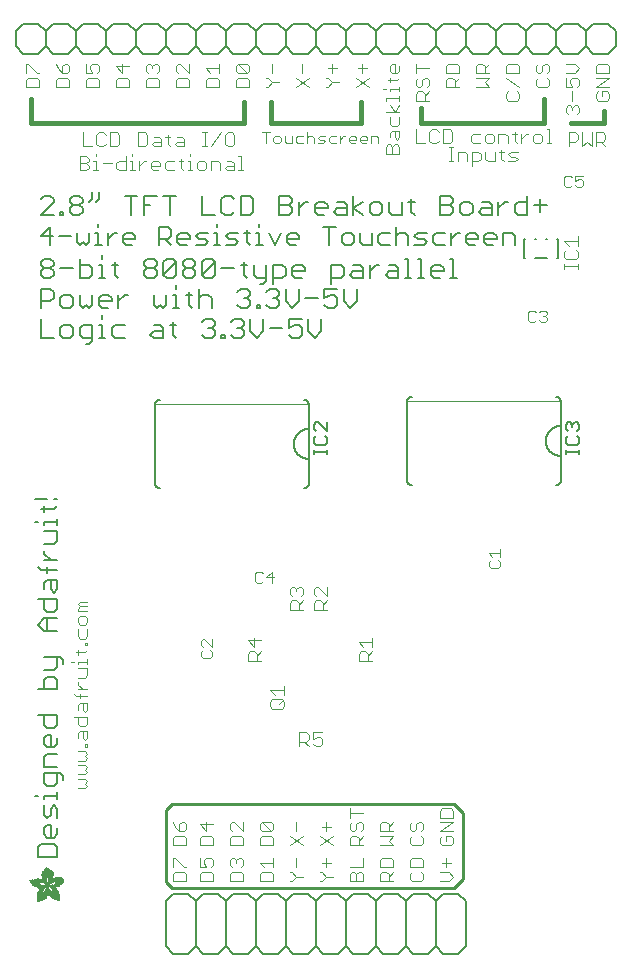
<source format=gbr>
G04 EAGLE Gerber RS-274X export*
G75*
%MOMM*%
%FSLAX34Y34*%
%LPD*%
%INSilkscreen Top*%
%IPPOS*%
%AMOC8*
5,1,8,0,0,1.08239X$1,22.5*%
G01*
%ADD10C,0.406400*%
%ADD11C,0.254000*%
%ADD12C,0.152400*%
%ADD13C,0.101600*%
%ADD14C,0.076200*%
%ADD15C,0.127000*%
%ADD16C,0.050800*%
%ADD17R,0.002600X0.063400*%
%ADD18R,0.002400X0.099000*%
%ADD19R,0.002600X0.124400*%
%ADD20R,0.002400X0.144800*%
%ADD21R,0.002400X0.162600*%
%ADD22R,0.002600X0.180200*%
%ADD23R,0.002400X0.193000*%
%ADD24R,0.002600X0.208200*%
%ADD25R,0.002400X0.221000*%
%ADD26R,0.002400X0.233600*%
%ADD27R,0.002600X0.246200*%
%ADD28R,0.002400X0.256600*%
%ADD29R,0.002600X0.266600*%
%ADD30R,0.002400X0.276800*%
%ADD31R,0.002400X0.287000*%
%ADD32R,0.002600X0.297200*%
%ADD33R,0.002400X0.304800*%
%ADD34R,0.002600X0.315000*%
%ADD35R,0.002400X0.322600*%
%ADD36R,0.002400X0.332800*%
%ADD37R,0.002600X0.340400*%
%ADD38R,0.002400X0.350400*%
%ADD39R,0.002600X0.355600*%
%ADD40R,0.002400X0.363200*%
%ADD41R,0.002400X0.370800*%
%ADD42R,0.002600X0.378400*%
%ADD43R,0.002400X0.386000*%
%ADD44R,0.002600X0.391000*%
%ADD45R,0.002400X0.398800*%
%ADD46R,0.002400X0.406400*%
%ADD47R,0.002600X0.411400*%
%ADD48R,0.002400X0.419000*%
%ADD49R,0.002600X0.426600*%
%ADD50R,0.002400X0.431800*%
%ADD51R,0.002400X0.436800*%
%ADD52R,0.002600X0.442000*%
%ADD53R,0.002400X0.447000*%
%ADD54R,0.002600X0.454600*%
%ADD55R,0.002400X0.459600*%
%ADD56R,0.002400X0.467400*%
%ADD57R,0.002600X0.469800*%
%ADD58R,0.002400X0.475000*%
%ADD59R,0.002600X0.482600*%
%ADD60R,0.002400X0.485000*%
%ADD61R,0.002400X0.490200*%
%ADD62R,0.002600X0.495200*%
%ADD63R,0.002400X0.503000*%
%ADD64R,0.002600X0.505400*%
%ADD65R,0.002400X0.510400*%
%ADD66R,0.002400X0.515600*%
%ADD67R,0.002600X0.518000*%
%ADD68R,0.002400X0.523200*%
%ADD69R,0.002600X0.525800*%
%ADD70R,0.002400X0.533400*%
%ADD71R,0.002400X0.538400*%
%ADD72R,0.002600X0.541000*%
%ADD73R,0.002400X0.546000*%
%ADD74R,0.002600X0.548600*%
%ADD75R,0.002400X0.553600*%
%ADD76R,0.002400X0.558800*%
%ADD77R,0.002600X0.561400*%
%ADD78R,0.002400X0.566400*%
%ADD79R,0.002600X0.568800*%
%ADD80R,0.002400X0.574000*%
%ADD81R,0.002400X0.576600*%
%ADD82R,0.002600X0.581600*%
%ADD83R,0.002400X0.584200*%
%ADD84R,0.002600X0.589200*%
%ADD85R,0.002400X0.591800*%
%ADD86R,0.002400X0.596800*%
%ADD87R,0.002600X0.599400*%
%ADD88R,0.002400X0.604400*%
%ADD89R,0.002600X0.604400*%
%ADD90R,0.002400X0.609600*%
%ADD91R,0.002400X0.612200*%
%ADD92R,0.002600X0.617200*%
%ADD93R,0.002400X0.619800*%
%ADD94R,0.002600X0.622200*%
%ADD95R,0.002400X0.627200*%
%ADD96R,0.002600X0.632400*%
%ADD97R,0.002400X0.635000*%
%ADD98R,0.002600X0.640000*%
%ADD99R,0.002400X0.642600*%
%ADD100R,0.002400X0.645000*%
%ADD101R,0.002600X0.647600*%
%ADD102R,0.002400X0.650200*%
%ADD103R,0.002600X0.655200*%
%ADD104R,0.002400X0.657800*%
%ADD105R,0.002600X0.662800*%
%ADD106R,0.002400X0.665400*%
%ADD107R,0.002600X0.668000*%
%ADD108R,0.002400X0.670600*%
%ADD109R,0.002400X0.673000*%
%ADD110R,0.002600X0.678200*%
%ADD111R,0.002400X0.680600*%
%ADD112R,0.002600X0.680600*%
%ADD113R,0.002400X0.685800*%
%ADD114R,0.002400X0.688400*%
%ADD115R,0.002600X0.688400*%
%ADD116R,0.002400X0.693400*%
%ADD117R,0.002600X0.696000*%
%ADD118R,0.002400X0.698400*%
%ADD119R,0.002600X0.703400*%
%ADD120R,0.002400X0.706000*%
%ADD121R,0.002600X0.706000*%
%ADD122R,0.002400X0.711200*%
%ADD123R,0.002400X0.713800*%
%ADD124R,0.002600X0.713800*%
%ADD125R,0.002400X0.716200*%
%ADD126R,0.002600X0.721200*%
%ADD127R,0.002400X0.721200*%
%ADD128R,0.002400X0.723800*%
%ADD129R,0.002600X0.723800*%
%ADD130R,0.002400X0.729000*%
%ADD131R,0.002600X0.731600*%
%ADD132R,0.002400X0.731600*%
%ADD133R,0.002400X0.734000*%
%ADD134R,0.002600X0.736600*%
%ADD135R,0.002400X0.739000*%
%ADD136R,0.002600X0.741600*%
%ADD137R,0.002400X0.741600*%
%ADD138R,0.002400X0.744200*%
%ADD139R,0.002600X0.746600*%
%ADD140R,0.002400X0.749200*%
%ADD141R,0.002600X0.751800*%
%ADD142R,0.002400X0.751800*%
%ADD143R,0.002400X0.754200*%
%ADD144R,0.002600X0.756800*%
%ADD145R,0.002400X0.759400*%
%ADD146R,0.002600X0.759400*%
%ADD147R,0.002400X0.762000*%
%ADD148R,0.002400X0.764600*%
%ADD149R,0.002600X0.764600*%
%ADD150R,0.002400X0.767000*%
%ADD151R,0.002600X0.769600*%
%ADD152R,0.002400X0.772000*%
%ADD153R,0.002600X0.774600*%
%ADD154R,0.002400X0.774600*%
%ADD155R,0.002600X0.777200*%
%ADD156R,0.002400X0.777200*%
%ADD157R,0.002400X0.205600*%
%ADD158R,0.002400X0.779800*%
%ADD159R,0.002600X0.309800*%
%ADD160R,0.002600X0.782400*%
%ADD161R,0.002400X0.381000*%
%ADD162R,0.002400X0.784800*%
%ADD163R,0.002600X0.409000*%
%ADD164R,0.002600X0.784800*%
%ADD165R,0.002400X0.787400*%
%ADD166R,0.002400X0.452000*%
%ADD167R,0.002600X0.790000*%
%ADD168R,0.002400X0.487600*%
%ADD169R,0.002400X0.790000*%
%ADD170R,0.002600X0.502800*%
%ADD171R,0.002600X0.792400*%
%ADD172R,0.002400X0.518000*%
%ADD173R,0.002400X0.792400*%
%ADD174R,0.002400X0.530800*%
%ADD175R,0.002400X0.795000*%
%ADD176R,0.002600X0.795000*%
%ADD177R,0.002400X0.797600*%
%ADD178R,0.002600X0.563800*%
%ADD179R,0.002600X0.797600*%
%ADD180R,0.002400X0.800000*%
%ADD181R,0.002400X0.586600*%
%ADD182R,0.002600X0.596800*%
%ADD183R,0.002600X0.802600*%
%ADD184R,0.002400X0.604600*%
%ADD185R,0.002400X0.805200*%
%ADD186R,0.002600X0.612200*%
%ADD187R,0.002600X0.807600*%
%ADD188R,0.002400X0.622200*%
%ADD189R,0.002400X0.807600*%
%ADD190R,0.002400X0.630000*%
%ADD191R,0.002400X0.810200*%
%ADD192R,0.002600X0.637600*%
%ADD193R,0.002600X0.810200*%
%ADD194R,0.002400X0.647600*%
%ADD195R,0.002400X0.812800*%
%ADD196R,0.002600X0.652800*%
%ADD197R,0.002600X0.812800*%
%ADD198R,0.002400X0.815200*%
%ADD199R,0.002600X0.673000*%
%ADD200R,0.002600X0.815200*%
%ADD201R,0.002400X0.817800*%
%ADD202R,0.002600X0.683200*%
%ADD203R,0.002600X0.817800*%
%ADD204R,0.002400X0.690800*%
%ADD205R,0.002400X0.820400*%
%ADD206R,0.002400X0.696000*%
%ADD207R,0.002600X0.703600*%
%ADD208R,0.002600X0.820400*%
%ADD209R,0.002400X0.708600*%
%ADD210R,0.002400X0.823000*%
%ADD211R,0.002600X0.728800*%
%ADD212R,0.002600X0.825400*%
%ADD213R,0.002400X0.825400*%
%ADD214R,0.002600X0.739000*%
%ADD215R,0.002600X0.828000*%
%ADD216R,0.002400X0.828000*%
%ADD217R,0.002600X0.749200*%
%ADD218R,0.002600X0.830600*%
%ADD219R,0.002400X0.754400*%
%ADD220R,0.002400X0.830600*%
%ADD221R,0.002600X0.833200*%
%ADD222R,0.002400X0.764400*%
%ADD223R,0.002400X0.833200*%
%ADD224R,0.002600X0.835600*%
%ADD225R,0.002400X0.833000*%
%ADD226R,0.002400X0.782400*%
%ADD227R,0.002400X0.835600*%
%ADD228R,0.002600X0.787400*%
%ADD229R,0.002600X0.838200*%
%ADD230R,0.002400X0.789800*%
%ADD231R,0.002400X0.838200*%
%ADD232R,0.002600X0.840600*%
%ADD233R,0.002400X0.797400*%
%ADD234R,0.002400X0.840600*%
%ADD235R,0.002600X0.805200*%
%ADD236R,0.002600X0.840800*%
%ADD237R,0.002400X0.840800*%
%ADD238R,0.002600X0.843200*%
%ADD239R,0.002400X0.843200*%
%ADD240R,0.002400X0.815400*%
%ADD241R,0.002600X0.845800*%
%ADD242R,0.002400X0.845800*%
%ADD243R,0.002600X0.830400*%
%ADD244R,0.002600X0.848200*%
%ADD245R,0.002400X0.848200*%
%ADD246R,0.002400X0.848400*%
%ADD247R,0.002600X0.848400*%
%ADD248R,0.002400X0.850800*%
%ADD249R,0.002600X0.853400*%
%ADD250R,0.002600X0.850800*%
%ADD251R,0.002400X0.856000*%
%ADD252R,0.002600X0.861000*%
%ADD253R,0.002400X0.863600*%
%ADD254R,0.002600X0.866000*%
%ADD255R,0.002400X0.868600*%
%ADD256R,0.002600X0.871200*%
%ADD257R,0.002400X0.873600*%
%ADD258R,0.002400X0.853400*%
%ADD259R,0.002400X0.876200*%
%ADD260R,0.002600X0.876200*%
%ADD261R,0.002400X0.881400*%
%ADD262R,0.002600X0.883800*%
%ADD263R,0.002400X0.886400*%
%ADD264R,0.002400X0.889000*%
%ADD265R,0.002600X0.891600*%
%ADD266R,0.002400X0.891400*%
%ADD267R,0.002600X0.894000*%
%ADD268R,0.002400X0.896600*%
%ADD269R,0.002400X0.899000*%
%ADD270R,0.002600X0.901600*%
%ADD271R,0.002600X0.856000*%
%ADD272R,0.002400X0.904200*%
%ADD273R,0.002600X0.904200*%
%ADD274R,0.002400X0.909200*%
%ADD275R,0.002400X0.911800*%
%ADD276R,0.002600X0.914400*%
%ADD277R,0.002400X0.916800*%
%ADD278R,0.002600X0.919400*%
%ADD279R,0.002400X0.919400*%
%ADD280R,0.002400X0.922000*%
%ADD281R,0.002600X0.924600*%
%ADD282R,0.002400X0.927000*%
%ADD283R,0.002600X0.929600*%
%ADD284R,0.002400X0.932200*%
%ADD285R,0.002600X0.934600*%
%ADD286R,0.002400X0.937200*%
%ADD287R,0.002600X0.939800*%
%ADD288R,0.002400X0.942200*%
%ADD289R,0.002400X0.942400*%
%ADD290R,0.002600X0.944800*%
%ADD291R,0.002400X0.947400*%
%ADD292R,0.002600X0.950000*%
%ADD293R,0.002400X0.952400*%
%ADD294R,0.002400X0.955000*%
%ADD295R,0.002600X0.952400*%
%ADD296R,0.002600X0.957400*%
%ADD297R,0.002600X0.365600*%
%ADD298R,0.002600X0.462200*%
%ADD299R,0.002400X0.960000*%
%ADD300R,0.002400X0.358000*%
%ADD301R,0.002400X0.454600*%
%ADD302R,0.002400X0.962600*%
%ADD303R,0.002400X0.353000*%
%ADD304R,0.002400X0.452200*%
%ADD305R,0.002600X0.965200*%
%ADD306R,0.002600X0.350400*%
%ADD307R,0.002600X0.447000*%
%ADD308R,0.002400X0.965200*%
%ADD309R,0.002400X0.348000*%
%ADD310R,0.002400X0.444400*%
%ADD311R,0.002600X0.967600*%
%ADD312R,0.002600X0.345400*%
%ADD313R,0.002600X0.439400*%
%ADD314R,0.002400X0.970200*%
%ADD315R,0.002400X0.342800*%
%ADD316R,0.002400X0.340200*%
%ADD317R,0.002600X0.972800*%
%ADD318R,0.002600X0.337800*%
%ADD319R,0.002600X0.429200*%
%ADD320R,0.002400X0.972800*%
%ADD321R,0.002400X0.335200*%
%ADD322R,0.002400X0.429200*%
%ADD323R,0.002600X0.975400*%
%ADD324R,0.002600X0.332600*%
%ADD325R,0.002600X0.424200*%
%ADD326R,0.002400X0.977800*%
%ADD327R,0.002400X0.424200*%
%ADD328R,0.002600X0.980400*%
%ADD329R,0.002600X0.330200*%
%ADD330R,0.002600X0.419000*%
%ADD331R,0.002400X0.980400*%
%ADD332R,0.002400X0.327600*%
%ADD333R,0.002400X0.414000*%
%ADD334R,0.002600X0.983000*%
%ADD335R,0.002600X0.327600*%
%ADD336R,0.002600X0.414000*%
%ADD337R,0.002400X0.983000*%
%ADD338R,0.002400X0.325000*%
%ADD339R,0.002400X0.985400*%
%ADD340R,0.002400X0.409000*%
%ADD341R,0.002600X0.988000*%
%ADD342R,0.002600X0.322600*%
%ADD343R,0.002400X0.322400*%
%ADD344R,0.002600X0.320000*%
%ADD345R,0.002600X0.403800*%
%ADD346R,0.002400X0.990600*%
%ADD347R,0.002400X0.317400*%
%ADD348R,0.002400X0.401200*%
%ADD349R,0.002600X0.990600*%
%ADD350R,0.002600X0.317400*%
%ADD351R,0.002600X0.398800*%
%ADD352R,0.002400X0.315000*%
%ADD353R,0.002400X0.396200*%
%ADD354R,0.002600X0.993000*%
%ADD355R,0.002600X0.393600*%
%ADD356R,0.002400X0.993000*%
%ADD357R,0.002400X0.312400*%
%ADD358R,0.002400X0.393600*%
%ADD359R,0.002600X0.312400*%
%ADD360R,0.002600X0.391200*%
%ADD361R,0.002400X0.309800*%
%ADD362R,0.002400X0.388600*%
%ADD363R,0.002600X1.305600*%
%ADD364R,0.002600X0.386000*%
%ADD365R,0.002400X1.300400*%
%ADD366R,0.002400X1.298000*%
%ADD367R,0.002400X0.383400*%
%ADD368R,0.002600X1.298000*%
%ADD369R,0.002600X0.383400*%
%ADD370R,0.002400X1.295400*%
%ADD371R,0.002600X1.292800*%
%ADD372R,0.002600X0.381000*%
%ADD373R,0.002400X1.290200*%
%ADD374R,0.002400X0.378400*%
%ADD375R,0.002600X1.285200*%
%ADD376R,0.002400X1.285200*%
%ADD377R,0.002400X0.373400*%
%ADD378R,0.002600X1.282600*%
%ADD379R,0.002600X0.373400*%
%ADD380R,0.002400X1.282600*%
%ADD381R,0.002400X1.277600*%
%ADD382R,0.002600X1.277600*%
%ADD383R,0.002600X0.368200*%
%ADD384R,0.002400X1.275000*%
%ADD385R,0.002400X0.368200*%
%ADD386R,0.002600X1.272400*%
%ADD387R,0.002600X0.365800*%
%ADD388R,0.002400X1.270000*%
%ADD389R,0.002400X0.365800*%
%ADD390R,0.002600X1.265000*%
%ADD391R,0.002600X0.363200*%
%ADD392R,0.002400X1.265000*%
%ADD393R,0.002600X1.262400*%
%ADD394R,0.002600X0.360600*%
%ADD395R,0.002400X1.259800*%
%ADD396R,0.002400X0.360600*%
%ADD397R,0.002400X1.257200*%
%ADD398R,0.002600X1.257200*%
%ADD399R,0.002600X0.358000*%
%ADD400R,0.002400X1.254800*%
%ADD401R,0.002400X0.355600*%
%ADD402R,0.002600X1.252200*%
%ADD403R,0.002400X1.252200*%
%ADD404R,0.002400X1.247000*%
%ADD405R,0.002600X1.247000*%
%ADD406R,0.002600X0.353000*%
%ADD407R,0.002600X1.242000*%
%ADD408R,0.002400X1.242000*%
%ADD409R,0.002400X1.239400*%
%ADD410R,0.002600X1.237000*%
%ADD411R,0.002600X0.347800*%
%ADD412R,0.002400X1.237000*%
%ADD413R,0.002400X0.347800*%
%ADD414R,0.002600X1.231800*%
%ADD415R,0.002400X1.231800*%
%ADD416R,0.002400X0.345400*%
%ADD417R,0.002600X1.226800*%
%ADD418R,0.002400X1.226800*%
%ADD419R,0.002600X1.224200*%
%ADD420R,0.002600X0.342800*%
%ADD421R,0.002400X1.221600*%
%ADD422R,0.002400X0.340400*%
%ADD423R,0.002600X1.219200*%
%ADD424R,0.002400X1.216600*%
%ADD425R,0.002400X0.337800*%
%ADD426R,0.002600X1.214200*%
%ADD427R,0.002400X1.214200*%
%ADD428R,0.002400X1.209000*%
%ADD429R,0.002600X1.209000*%
%ADD430R,0.002600X0.335200*%
%ADD431R,0.002600X1.206400*%
%ADD432R,0.002400X0.652800*%
%ADD433R,0.002400X0.083800*%
%ADD434R,0.002400X0.505400*%
%ADD435R,0.002400X0.134600*%
%ADD436R,0.002600X0.497800*%
%ADD437R,0.002600X0.332800*%
%ADD438R,0.002600X0.167600*%
%ADD439R,0.002400X0.632400*%
%ADD440R,0.002400X0.330200*%
%ADD441R,0.002400X0.195400*%
%ADD442R,0.002600X0.629800*%
%ADD443R,0.002600X0.223400*%
%ADD444R,0.002400X0.624800*%
%ADD445R,0.002400X0.474800*%
%ADD446R,0.002400X0.246400*%
%ADD447R,0.002400X0.469800*%
%ADD448R,0.002400X0.264000*%
%ADD449R,0.002600X0.619600*%
%ADD450R,0.002600X0.284400*%
%ADD451R,0.002400X0.617200*%
%ADD452R,0.002400X0.457200*%
%ADD453R,0.002400X0.302200*%
%ADD454R,0.002600X0.614600*%
%ADD455R,0.002600X0.452000*%
%ADD456R,0.002600X0.325000*%
%ADD457R,0.002400X0.439400*%
%ADD458R,0.002600X0.609600*%
%ADD459R,0.002600X0.434400*%
%ADD460R,0.002600X0.322400*%
%ADD461R,0.002400X0.602000*%
%ADD462R,0.002400X0.416400*%
%ADD463R,0.002400X0.599400*%
%ADD464R,0.002400X0.408800*%
%ADD465R,0.002400X0.320000*%
%ADD466R,0.002400X0.441800*%
%ADD467R,0.002600X0.401200*%
%ADD468R,0.002400X0.464800*%
%ADD469R,0.002400X0.594200*%
%ADD470R,0.002600X0.591800*%
%ADD471R,0.002600X0.487600*%
%ADD472R,0.002400X0.594400*%
%ADD473R,0.002400X0.495200*%
%ADD474R,0.002600X0.508000*%
%ADD475R,0.002400X0.518200*%
%ADD476R,0.002400X0.589200*%
%ADD477R,0.002400X0.375800*%
%ADD478R,0.002400X0.528400*%
%ADD479R,0.002600X0.370800*%
%ADD480R,0.002600X0.538400*%
%ADD481R,0.002600X0.586600*%
%ADD482R,0.002600X0.556200*%
%ADD483R,0.002400X0.314800*%
%ADD484R,0.002600X0.586800*%
%ADD485R,0.002600X0.584200*%
%ADD486R,0.002600X0.602000*%
%ADD487R,0.002400X0.581600*%
%ADD488R,0.002400X0.619600*%
%ADD489R,0.002600X0.627400*%
%ADD490R,0.002600X0.307200*%
%ADD491R,0.002600X0.642600*%
%ADD492R,0.002400X0.579200*%
%ADD493R,0.002400X0.307400*%
%ADD494R,0.002600X0.579000*%
%ADD495R,0.002600X0.307400*%
%ADD496R,0.002600X0.665400*%
%ADD497R,0.002400X0.307200*%
%ADD498R,0.002600X0.314800*%
%ADD499R,0.002600X0.304800*%
%ADD500R,0.002400X0.576400*%
%ADD501R,0.002600X0.576600*%
%ADD502R,0.002400X0.713600*%
%ADD503R,0.002600X0.574000*%
%ADD504R,0.002600X0.302200*%
%ADD505R,0.002600X0.721400*%
%ADD506R,0.002400X0.299600*%
%ADD507R,0.002400X0.297200*%
%ADD508R,0.002400X0.736600*%
%ADD509R,0.002600X0.292000*%
%ADD510R,0.002400X0.289600*%
%ADD511R,0.002400X0.746800*%
%ADD512R,0.002600X0.571400*%
%ADD513R,0.002600X0.287000*%
%ADD514R,0.002600X0.299800*%
%ADD515R,0.002600X0.754400*%
%ADD516R,0.002400X0.284400*%
%ADD517R,0.002400X1.061800*%
%ADD518R,0.002400X0.571400*%
%ADD519R,0.002400X0.282000*%
%ADD520R,0.002400X1.066800*%
%ADD521R,0.002600X0.279400*%
%ADD522R,0.002600X1.066800*%
%ADD523R,0.002400X1.071800*%
%ADD524R,0.002600X0.274200*%
%ADD525R,0.002600X1.074400*%
%ADD526R,0.002400X0.274200*%
%ADD527R,0.002400X1.076800*%
%ADD528R,0.002400X0.569000*%
%ADD529R,0.002400X0.271800*%
%ADD530R,0.002400X1.079400*%
%ADD531R,0.002600X0.269200*%
%ADD532R,0.002600X1.082000*%
%ADD533R,0.002400X0.266600*%
%ADD534R,0.002400X1.087000*%
%ADD535R,0.002600X0.569000*%
%ADD536R,0.002600X0.264200*%
%ADD537R,0.002600X1.087000*%
%ADD538R,0.002400X0.568800*%
%ADD539R,0.002400X0.261600*%
%ADD540R,0.002400X1.092200*%
%ADD541R,0.002400X0.259000*%
%ADD542R,0.002400X1.094800*%
%ADD543R,0.002600X0.566400*%
%ADD544R,0.002600X0.256600*%
%ADD545R,0.002600X1.097200*%
%ADD546R,0.002400X1.099800*%
%ADD547R,0.002600X0.254000*%
%ADD548R,0.002600X1.104800*%
%ADD549R,0.002400X0.251400*%
%ADD550R,0.002400X1.104800*%
%ADD551R,0.002400X0.248800*%
%ADD552R,0.002400X1.110000*%
%ADD553R,0.002600X0.246400*%
%ADD554R,0.002600X1.112400*%
%ADD555R,0.002400X1.115000*%
%ADD556R,0.002600X1.117600*%
%ADD557R,0.002400X0.563800*%
%ADD558R,0.002400X0.243800*%
%ADD559R,0.002400X1.122600*%
%ADD560R,0.002400X0.241200*%
%ADD561R,0.002600X0.241200*%
%ADD562R,0.002600X1.127800*%
%ADD563R,0.002400X0.238600*%
%ADD564R,0.002400X1.130200*%
%ADD565R,0.002600X0.236200*%
%ADD566R,0.002600X1.132800*%
%ADD567R,0.002400X0.561400*%
%ADD568R,0.002400X1.137800*%
%ADD569R,0.002400X0.561200*%
%ADD570R,0.002600X0.561200*%
%ADD571R,0.002600X0.233600*%
%ADD572R,0.002600X1.143000*%
%ADD573R,0.002400X0.231200*%
%ADD574R,0.002400X1.145600*%
%ADD575R,0.002600X0.231200*%
%ADD576R,0.002600X1.148000*%
%ADD577R,0.002400X0.228600*%
%ADD578R,0.002400X1.153200*%
%ADD579R,0.002400X0.226000*%
%ADD580R,0.002600X0.558800*%
%ADD581R,0.002600X0.228600*%
%ADD582R,0.002600X1.158200*%
%ADD583R,0.002400X1.160800*%
%ADD584R,0.002600X1.165800*%
%ADD585R,0.002400X0.223400*%
%ADD586R,0.002400X1.168400*%
%ADD587R,0.002400X1.171000*%
%ADD588R,0.002600X1.176000*%
%ADD589R,0.002400X0.220800*%
%ADD590R,0.002400X1.176000*%
%ADD591R,0.002600X0.221000*%
%ADD592R,0.002600X1.181000*%
%ADD593R,0.002400X1.186200*%
%ADD594R,0.002400X0.218400*%
%ADD595R,0.002400X1.188600*%
%ADD596R,0.002600X1.193800*%
%ADD597R,0.002400X1.196200*%
%ADD598R,0.002600X1.201400*%
%ADD599R,0.002400X0.556200*%
%ADD600R,0.002400X1.206400*%
%ADD601R,0.002600X0.218400*%
%ADD602R,0.002600X1.221600*%
%ADD603R,0.002400X0.553800*%
%ADD604R,0.002400X0.223600*%
%ADD605R,0.002600X0.553600*%
%ADD606R,0.002600X0.226000*%
%ADD607R,0.002600X0.551200*%
%ADD608R,0.002600X0.231000*%
%ADD609R,0.002600X1.249600*%
%ADD610R,0.002400X0.551200*%
%ADD611R,0.002400X0.236200*%
%ADD612R,0.002400X1.513800*%
%ADD613R,0.002600X1.513800*%
%ADD614R,0.002400X0.551000*%
%ADD615R,0.002600X1.516200*%
%ADD616R,0.002400X1.516400*%
%ADD617R,0.002600X0.551000*%
%ADD618R,0.002600X1.518800*%
%ADD619R,0.002400X1.519000*%
%ADD620R,0.002600X1.519000*%
%ADD621R,0.002400X1.521400*%
%ADD622R,0.002600X1.521400*%
%ADD623R,0.002400X1.524000*%
%ADD624R,0.002600X1.524000*%
%ADD625R,0.002400X1.526400*%
%ADD626R,0.002600X1.526600*%
%ADD627R,0.002400X1.529000*%
%ADD628R,0.002600X1.529000*%
%ADD629R,0.002400X1.531600*%
%ADD630R,0.002600X1.534200*%
%ADD631R,0.002400X1.536600*%
%ADD632R,0.002600X1.539200*%
%ADD633R,0.002400X1.541800*%
%ADD634R,0.002600X1.544200*%
%ADD635R,0.002400X1.549400*%
%ADD636R,0.002600X1.549400*%
%ADD637R,0.002400X1.554400*%
%ADD638R,0.002400X1.557000*%
%ADD639R,0.002600X0.594400*%
%ADD640R,0.002600X1.559400*%
%ADD641R,0.002400X1.564600*%
%ADD642R,0.002600X0.604600*%
%ADD643R,0.002600X1.567200*%
%ADD644R,0.002400X1.572200*%
%ADD645R,0.002400X0.614600*%
%ADD646R,0.002400X1.577200*%
%ADD647R,0.002400X0.525800*%
%ADD648R,0.002400X0.906800*%
%ADD649R,0.002600X1.168400*%
%ADD650R,0.002600X0.889000*%
%ADD651R,0.002400X1.155600*%
%ADD652R,0.002400X1.143000*%
%ADD653R,0.002400X0.866200*%
%ADD654R,0.002600X1.130200*%
%ADD655R,0.002400X1.120000*%
%ADD656R,0.002600X1.110000*%
%ADD657R,0.002600X1.084600*%
%ADD658R,0.002600X1.071800*%
%ADD659R,0.002400X1.064200*%
%ADD660R,0.002400X0.807800*%
%ADD661R,0.002400X1.059200*%
%ADD662R,0.002400X0.802600*%
%ADD663R,0.002600X1.054000*%
%ADD664R,0.002600X0.800000*%
%ADD665R,0.002400X1.049000*%
%ADD666R,0.002600X1.046400*%
%ADD667R,0.002400X1.041400*%
%ADD668R,0.002400X1.038800*%
%ADD669R,0.002600X1.033800*%
%ADD670R,0.002400X1.031200*%
%ADD671R,0.002600X1.028600*%
%ADD672R,0.002400X1.026000*%
%ADD673R,0.002400X0.782200*%
%ADD674R,0.002400X1.026200*%
%ADD675R,0.002600X1.023600*%
%ADD676R,0.002600X0.782200*%
%ADD677R,0.002400X1.021000*%
%ADD678R,0.002600X1.021000*%
%ADD679R,0.002400X1.018400*%
%ADD680R,0.002600X1.018400*%
%ADD681R,0.002400X1.023600*%
%ADD682R,0.002600X1.026200*%
%ADD683R,0.002400X1.028600*%
%ADD684R,0.002600X1.033600*%
%ADD685R,0.002600X0.797400*%
%ADD686R,0.002400X1.033600*%
%ADD687R,0.002600X1.036200*%
%ADD688R,0.002400X1.046400*%
%ADD689R,0.002600X1.049000*%
%ADD690R,0.002400X1.054000*%
%ADD691R,0.002600X1.056600*%
%ADD692R,0.002400X1.061600*%
%ADD693R,0.002400X0.822800*%
%ADD694R,0.002400X1.097200*%
%ADD695R,0.002600X0.858400*%
%ADD696R,0.002600X1.122600*%
%ADD697R,0.002400X0.878800*%
%ADD698R,0.002400X1.140400*%
%ADD699R,0.002400X0.883800*%
%ADD700R,0.002400X0.901600*%
%ADD701R,0.002600X1.170800*%
%ADD702R,0.002600X0.909200*%
%ADD703R,0.002400X1.181000*%
%ADD704R,0.002400X1.196400*%
%ADD705R,0.002400X0.929600*%
%ADD706R,0.002400X1.221800*%
%ADD707R,0.002400X0.949800*%
%ADD708R,0.002600X0.962600*%
%ADD709R,0.002400X0.975400*%
%ADD710R,0.002400X1.272400*%
%ADD711R,0.002600X1.290400*%
%ADD712R,0.002600X1.008200*%
%ADD713R,0.002400X1.318200*%
%ADD714R,0.002600X1.361400*%
%ADD715R,0.002400X2.491600*%
%ADD716R,0.002400X2.494200*%
%ADD717R,0.002600X2.499400*%
%ADD718R,0.002400X2.501800*%
%ADD719R,0.002600X2.504400*%
%ADD720R,0.002400X2.509400*%
%ADD721R,0.002400X2.512000*%
%ADD722R,0.002600X2.517200*%
%ADD723R,0.002400X2.519600*%
%ADD724R,0.002600X2.524800*%
%ADD725R,0.002400X2.527200*%
%ADD726R,0.002400X2.529800*%
%ADD727R,0.002600X2.535000*%
%ADD728R,0.002400X1.673800*%
%ADD729R,0.002600X1.661200*%
%ADD730R,0.002400X1.653400*%
%ADD731R,0.002400X1.645800*%
%ADD732R,0.002600X1.638200*%
%ADD733R,0.002400X1.635800*%
%ADD734R,0.002600X0.779800*%
%ADD735R,0.002600X1.630600*%
%ADD736R,0.002400X1.625600*%
%ADD737R,0.002400X0.772200*%
%ADD738R,0.002400X1.620400*%
%ADD739R,0.002600X1.618000*%
%ADD740R,0.002400X1.612800*%
%ADD741R,0.002600X0.764400*%
%ADD742R,0.002600X1.610200*%
%ADD743R,0.002400X1.607800*%
%ADD744R,0.002400X1.602600*%
%ADD745R,0.002600X0.757000*%
%ADD746R,0.002600X1.600200*%
%ADD747R,0.002400X1.597600*%
%ADD748R,0.002600X1.595000*%
%ADD749R,0.002400X1.592600*%
%ADD750R,0.002400X1.590000*%
%ADD751R,0.002600X0.746800*%
%ADD752R,0.002600X1.587400*%
%ADD753R,0.002400X1.585000*%
%ADD754R,0.002600X0.744200*%
%ADD755R,0.002600X1.582400*%
%ADD756R,0.002400X1.579800*%
%ADD757R,0.002600X1.577200*%
%ADD758R,0.002400X1.574800*%
%ADD759R,0.002600X0.734000*%
%ADD760R,0.002600X1.574800*%
%ADD761R,0.002400X1.338600*%
%ADD762R,0.002400X0.731400*%
%ADD763R,0.002400X1.323200*%
%ADD764R,0.002600X0.731400*%
%ADD765R,0.002600X0.213200*%
%ADD766R,0.002600X1.315600*%
%ADD767R,0.002400X0.210800*%
%ADD768R,0.002400X1.308000*%
%ADD769R,0.002600X0.726400*%
%ADD770R,0.002600X0.210800*%
%ADD771R,0.002600X1.300400*%
%ADD772R,0.002400X0.721400*%
%ADD773R,0.002400X0.208200*%
%ADD774R,0.002400X0.718800*%
%ADD775R,0.002600X0.716200*%
%ADD776R,0.002400X1.267400*%
%ADD777R,0.002600X0.713600*%
%ADD778R,0.002600X1.254800*%
%ADD779R,0.002400X1.249600*%
%ADD780R,0.002600X0.711200*%
%ADD781R,0.002600X1.244600*%
%ADD782R,0.002400X0.706200*%
%ADD783R,0.002400X0.213400*%
%ADD784R,0.002400X0.213200*%
%ADD785R,0.002600X0.215800*%
%ADD786R,0.002600X1.221800*%
%ADD787R,0.002400X0.701000*%
%ADD788R,0.002400X0.215800*%
%ADD789R,0.002400X1.219200*%
%ADD790R,0.002400X1.214000*%
%ADD791R,0.002600X0.701000*%
%ADD792R,0.002600X0.223600*%
%ADD793R,0.002600X1.198800*%
%ADD794R,0.002400X0.695800*%
%ADD795R,0.002400X1.193800*%
%ADD796R,0.002400X1.188800*%
%ADD797R,0.002600X0.695800*%
%ADD798R,0.002600X1.186200*%
%ADD799R,0.002600X0.690800*%
%ADD800R,0.002600X1.178400*%
%ADD801R,0.002400X0.238800*%
%ADD802R,0.002400X1.173400*%
%ADD803R,0.002400X0.688200*%
%ADD804R,0.002600X0.688200*%
%ADD805R,0.002600X1.163200*%
%ADD806R,0.002400X1.158200*%
%ADD807R,0.002600X0.685800*%
%ADD808R,0.002600X1.155600*%
%ADD809R,0.002400X1.150600*%
%ADD810R,0.002400X0.683200*%
%ADD811R,0.002400X1.145400*%
%ADD812R,0.002400X0.256400*%
%ADD813R,0.002400X1.135400*%
%ADD814R,0.002600X0.261600*%
%ADD815R,0.002400X1.127600*%
%ADD816R,0.002400X1.125200*%
%ADD817R,0.002600X1.120000*%
%ADD818R,0.002400X0.678200*%
%ADD819R,0.002400X1.107400*%
%ADD820R,0.002400X0.675600*%
%ADD821R,0.002400X1.102200*%
%ADD822R,0.002600X1.099800*%
%ADD823R,0.002600X0.675600*%
%ADD824R,0.002600X1.089600*%
%ADD825R,0.002400X0.294600*%
%ADD826R,0.002400X1.084400*%
%ADD827R,0.002400X1.082000*%
%ADD828R,0.002600X1.076800*%
%ADD829R,0.002600X1.069200*%
%ADD830R,0.002400X1.051400*%
%ADD831R,0.002400X0.670400*%
%ADD832R,0.002600X0.670600*%
%ADD833R,0.002600X1.031200*%
%ADD834R,0.002600X0.670400*%
%ADD835R,0.002400X1.016000*%
%ADD836R,0.002600X1.010800*%
%ADD837R,0.002400X0.376000*%
%ADD838R,0.002400X1.005800*%
%ADD839R,0.002600X1.000800*%
%ADD840R,0.002400X0.998200*%
%ADD841R,0.002400X0.391200*%
%ADD842R,0.002600X0.396200*%
%ADD843R,0.002400X0.401400*%
%ADD844R,0.002600X0.406400*%
%ADD845R,0.002600X0.977800*%
%ADD846R,0.002400X0.421600*%
%ADD847R,0.002600X0.955000*%
%ADD848R,0.002400X0.950000*%
%ADD849R,0.002400X0.944800*%
%ADD850R,0.002600X0.942200*%
%ADD851R,0.002400X0.467200*%
%ADD852R,0.002600X0.477400*%
%ADD853R,0.002600X0.530800*%
%ADD854R,0.002600X0.906800*%
%ADD855R,0.002400X1.325800*%
%ADD856R,0.002400X0.894000*%
%ADD857R,0.002600X1.325800*%
%ADD858R,0.002400X1.328400*%
%ADD859R,0.002600X1.328400*%
%ADD860R,0.002600X0.881400*%
%ADD861R,0.002400X1.333400*%
%ADD862R,0.002600X1.333400*%
%ADD863R,0.002600X0.863600*%
%ADD864R,0.002400X0.858400*%
%ADD865R,0.002600X1.336000*%
%ADD866R,0.002600X1.338600*%
%ADD867R,0.002600X0.833000*%
%ADD868R,0.002400X1.343600*%
%ADD869R,0.002600X1.343600*%
%ADD870R,0.002400X0.365600*%
%ADD871R,0.002400X1.346200*%
%ADD872R,0.002600X1.348800*%
%ADD873R,0.002400X1.348800*%
%ADD874R,0.002600X1.351200*%
%ADD875R,0.002400X1.351200*%
%ADD876R,0.002400X0.269200*%
%ADD877R,0.002400X1.353800*%
%ADD878R,0.002400X0.249000*%
%ADD879R,0.002600X1.353800*%
%ADD880R,0.002600X0.340200*%
%ADD881R,0.002400X1.356200*%
%ADD882R,0.002600X1.358800*%
%ADD883R,0.002600X0.198200*%
%ADD884R,0.002400X1.358800*%
%ADD885R,0.002400X0.180200*%
%ADD886R,0.002400X0.157400*%
%ADD887R,0.002600X0.132000*%
%ADD888R,0.002400X1.364000*%
%ADD889R,0.002400X0.101600*%
%ADD890R,0.002600X1.364000*%
%ADD891R,0.002600X0.050800*%
%ADD892R,0.002400X1.369000*%
%ADD893R,0.002600X1.369000*%
%ADD894R,0.002600X1.371600*%
%ADD895R,0.002400X1.374200*%
%ADD896R,0.002600X1.376600*%
%ADD897R,0.002400X1.376600*%
%ADD898R,0.002600X1.379200*%
%ADD899R,0.002400X1.381800*%
%ADD900R,0.002600X1.381800*%
%ADD901R,0.002400X1.386800*%
%ADD902R,0.002600X1.386800*%
%ADD903R,0.002600X0.294600*%
%ADD904R,0.002400X1.389200*%
%ADD905R,0.002600X1.389200*%
%ADD906R,0.002400X1.394400*%
%ADD907R,0.002400X0.292000*%
%ADD908R,0.002600X1.394400*%
%ADD909R,0.002400X1.397000*%
%ADD910R,0.002600X1.397000*%
%ADD911R,0.002400X1.402000*%
%ADD912R,0.002600X1.402000*%
%ADD913R,0.002600X0.289600*%
%ADD914R,0.002400X1.404600*%
%ADD915R,0.002600X1.407000*%
%ADD916R,0.002400X1.409600*%
%ADD917R,0.002600X1.412200*%
%ADD918R,0.002400X1.412200*%
%ADD919R,0.002600X1.414800*%
%ADD920R,0.002400X1.417200*%
%ADD921R,0.002600X1.419800*%
%ADD922R,0.002400X1.419800*%
%ADD923R,0.002400X1.422400*%
%ADD924R,0.002600X1.424800*%
%ADD925R,0.002400X1.424800*%
%ADD926R,0.002600X1.051400*%
%ADD927R,0.002600X0.375800*%
%ADD928R,0.002400X1.044000*%
%ADD929R,0.002400X0.383600*%
%ADD930R,0.002600X1.041400*%
%ADD931R,0.002600X0.299600*%
%ADD932R,0.002600X1.038800*%
%ADD933R,0.002600X0.388600*%
%ADD934R,0.002400X1.036200*%
%ADD935R,0.002600X0.398600*%
%ADD936R,0.002400X0.398600*%
%ADD937R,0.002600X1.018600*%
%ADD938R,0.002400X0.403800*%
%ADD939R,0.002600X1.013400*%
%ADD940R,0.002400X1.008400*%
%ADD941R,0.002400X0.411400*%
%ADD942R,0.002600X1.005800*%
%ADD943R,0.002400X1.003200*%
%ADD944R,0.002600X0.421600*%
%ADD945R,0.002400X0.426800*%
%ADD946R,0.002400X0.995600*%
%ADD947R,0.002600X0.441800*%
%ADD948R,0.002400X0.988000*%
%ADD949R,0.002600X0.985400*%
%ADD950R,0.002400X0.975200*%
%ADD951R,0.002600X0.970200*%
%ADD952R,0.002400X0.967600*%
%ADD953R,0.002600X0.960000*%
%ADD954R,0.002600X0.805000*%
%ADD955R,0.002400X0.957400*%
%ADD956R,0.002600X0.947400*%
%ADD957R,0.002400X0.934600*%
%ADD958R,0.002600X0.927000*%
%ADD959R,0.002400X0.924600*%
%ADD960R,0.002400X0.917000*%
%ADD961R,0.002600X0.891400*%
%ADD962R,0.002400X0.861000*%
%ADD963R,0.002600X0.789800*%
%ADD964R,0.002600X0.772200*%
%ADD965R,0.002600X0.772000*%
%ADD966R,0.002400X0.726400*%
%ADD967R,0.002400X0.769600*%
%ADD968R,0.002600X0.718800*%
%ADD969R,0.002600X0.767000*%
%ADD970R,0.002400X0.660400*%
%ADD971R,0.002600X0.650200*%
%ADD972R,0.002400X0.637400*%
%ADD973R,0.002400X0.607000*%
%ADD974R,0.002400X0.535800*%
%ADD975R,0.002400X0.756800*%
%ADD976R,0.002400X0.061000*%
%ADD977R,0.002400X0.746600*%
%ADD978R,0.002600X0.729000*%
%ADD979R,0.002400X0.703600*%
%ADD980R,0.002600X0.698400*%
%ADD981R,0.002600X0.693400*%
%ADD982R,0.002400X0.680800*%
%ADD983R,0.002600X0.680800*%
%ADD984R,0.002400X0.668000*%
%ADD985R,0.002400X0.663000*%
%ADD986R,0.002600X0.663000*%
%ADD987R,0.002400X0.655200*%
%ADD988R,0.002600X0.652600*%
%ADD989R,0.002400X0.652600*%
%ADD990R,0.002400X0.645200*%
%ADD991R,0.002600X0.645200*%
%ADD992R,0.002400X0.640000*%
%ADD993R,0.002600X0.635000*%
%ADD994R,0.002400X0.629800*%
%ADD995R,0.002400X0.627400*%
%ADD996R,0.002600X0.612000*%
%ADD997R,0.002400X0.612000*%
%ADD998R,0.002600X0.607000*%
%ADD999R,0.002600X0.553800*%
%ADD1000R,0.002600X0.546000*%
%ADD1001R,0.002400X0.543400*%
%ADD1002R,0.002600X0.543400*%
%ADD1003R,0.002400X0.536000*%
%ADD1004R,0.002600X0.536000*%
%ADD1005R,0.002600X0.528200*%
%ADD1006R,0.002400X0.525600*%
%ADD1007R,0.002600X0.520600*%
%ADD1008R,0.002600X0.515600*%
%ADD1009R,0.002400X0.510600*%
%ADD1010R,0.002400X0.502800*%
%ADD1011R,0.002600X0.500400*%
%ADD1012R,0.002400X0.497800*%
%ADD1013R,0.002400X0.492800*%
%ADD1014R,0.002600X0.492800*%
%ADD1015R,0.002600X0.485000*%
%ADD1016R,0.002400X0.482600*%
%ADD1017R,0.002400X0.480000*%
%ADD1018R,0.002600X0.475000*%
%ADD1019R,0.002400X0.472400*%
%ADD1020R,0.002600X0.444400*%
%ADD1021R,0.002400X0.442000*%
%ADD1022R,0.002600X0.436800*%
%ADD1023R,0.002400X0.434200*%
%ADD1024R,0.002400X0.416600*%
%ADD1025R,0.002400X0.358200*%
%ADD1026R,0.002400X0.289400*%
%ADD1027R,0.002600X0.276800*%
%ADD1028R,0.002600X0.256400*%
%ADD1029R,0.002400X0.254000*%
%ADD1030R,0.002600X0.243800*%
%ADD1031R,0.002400X0.231000*%
%ADD1032R,0.002400X0.203200*%
%ADD1033R,0.002600X0.200600*%
%ADD1034R,0.002400X0.195600*%
%ADD1035R,0.002600X0.193000*%
%ADD1036R,0.002400X0.188000*%
%ADD1037R,0.002400X0.182800*%
%ADD1038R,0.002400X0.172600*%
%ADD1039R,0.002600X0.170200*%
%ADD1040R,0.002400X0.167600*%
%ADD1041R,0.002400X0.160000*%
%ADD1042R,0.002600X0.157400*%
%ADD1043R,0.002400X0.152400*%
%ADD1044R,0.002600X0.149800*%
%ADD1045R,0.002400X0.139600*%
%ADD1046R,0.002600X0.137200*%
%ADD1047R,0.002400X0.129400*%
%ADD1048R,0.002600X0.127000*%
%ADD1049R,0.002400X0.124400*%
%ADD1050R,0.002400X0.119400*%
%ADD1051R,0.002600X0.114200*%
%ADD1052R,0.002400X0.109200*%
%ADD1053R,0.002600X0.106600*%
%ADD1054R,0.002400X0.096400*%
%ADD1055R,0.002600X0.094000*%
%ADD1056R,0.002400X0.088800*%
%ADD1057R,0.002600X0.083800*%
%ADD1058R,0.002400X0.078600*%
%ADD1059R,0.002400X0.076200*%
%ADD1060R,0.002600X0.073600*%
%ADD1061R,0.002400X0.066000*%
%ADD1062R,0.002400X0.058400*%
%ADD1063R,0.002400X0.055800*%
%ADD1064R,0.002600X0.048200*%
%ADD1065R,0.002400X0.045600*%
%ADD1066R,0.002600X0.043200*%
%ADD1067R,0.002400X0.038000*%
%ADD1068R,0.002400X0.035600*%
%ADD1069R,0.002600X0.027800*%
%ADD1070R,0.002400X0.025400*%
%ADD1071R,0.002600X0.020200*%
%ADD1072R,0.002400X0.017800*%
%ADD1073R,0.002400X0.015200*%
%ADD1074R,0.002600X0.010000*%
%ADD1075R,0.002400X0.007600*%


D10*
X-241300Y330200D02*
X-241300Y309880D01*
X-60960Y309880D01*
X-60960Y327660D01*
X-38100Y327660D02*
X-38100Y309880D01*
X38100Y309880D01*
X38100Y327660D01*
X88900Y322580D02*
X88900Y309880D01*
X193040Y309880D01*
X193040Y330200D01*
X215900Y309880D02*
X243840Y309880D01*
X243840Y320040D01*
D11*
X-127000Y-271780D02*
X-127000Y-332740D01*
X-127000Y-271780D02*
X-121920Y-266700D01*
X116840Y-266700D01*
X124460Y-274320D01*
X124460Y-330200D01*
X116840Y-337820D01*
X-121920Y-337820D01*
X-127000Y-332740D01*
D12*
X-222071Y231902D02*
X-232918Y231902D01*
X-222071Y242749D01*
X-222071Y245460D01*
X-224783Y248172D01*
X-230206Y248172D01*
X-232918Y245460D01*
X-216546Y234614D02*
X-216546Y231902D01*
X-216546Y234614D02*
X-213835Y234614D01*
X-213835Y231902D01*
X-216546Y231902D01*
X-208361Y245460D02*
X-205649Y248172D01*
X-200226Y248172D01*
X-197514Y245460D01*
X-197514Y242749D01*
X-200226Y240037D01*
X-197514Y237325D01*
X-197514Y234614D01*
X-200226Y231902D01*
X-205649Y231902D01*
X-208361Y234614D01*
X-208361Y237325D01*
X-205649Y240037D01*
X-208361Y242749D01*
X-208361Y245460D01*
X-205649Y240037D02*
X-200226Y240037D01*
X-189277Y245460D02*
X-189277Y250884D01*
X-189277Y245460D02*
X-191989Y242749D01*
X-183854Y245460D02*
X-183854Y250884D01*
X-183854Y245460D02*
X-186566Y242749D01*
X-156551Y248172D02*
X-156551Y231902D01*
X-151128Y248172D02*
X-161975Y248172D01*
X-145603Y248172D02*
X-145603Y231902D01*
X-145603Y248172D02*
X-134756Y248172D01*
X-140180Y240037D02*
X-145603Y240037D01*
X-123808Y231902D02*
X-123808Y248172D01*
X-129231Y248172D02*
X-118385Y248172D01*
X-96488Y248172D02*
X-96488Y231902D01*
X-85642Y231902D01*
X-71982Y248172D02*
X-69270Y245460D01*
X-71982Y248172D02*
X-77405Y248172D01*
X-80117Y245460D01*
X-80117Y234614D01*
X-77405Y231902D01*
X-71982Y231902D01*
X-69270Y234614D01*
X-63745Y231902D02*
X-63745Y248172D01*
X-63745Y231902D02*
X-55610Y231902D01*
X-52899Y234614D01*
X-52899Y245460D01*
X-55610Y248172D01*
X-63745Y248172D01*
X-31002Y248172D02*
X-31002Y231902D01*
X-31002Y248172D02*
X-22867Y248172D01*
X-20155Y245460D01*
X-20155Y242749D01*
X-22867Y240037D01*
X-20155Y237325D01*
X-20155Y234614D01*
X-22867Y231902D01*
X-31002Y231902D01*
X-31002Y240037D02*
X-22867Y240037D01*
X-14631Y242749D02*
X-14631Y231902D01*
X-14631Y237325D02*
X-9207Y242749D01*
X-6496Y242749D01*
X1724Y231902D02*
X7147Y231902D01*
X1724Y231902D02*
X-988Y234614D01*
X-988Y240037D01*
X1724Y242749D01*
X7147Y242749D01*
X9859Y240037D01*
X9859Y237325D01*
X-988Y237325D01*
X18096Y242749D02*
X23519Y242749D01*
X26231Y240037D01*
X26231Y231902D01*
X18096Y231902D01*
X15384Y234614D01*
X18096Y237325D01*
X26231Y237325D01*
X31756Y231902D02*
X31756Y248172D01*
X31756Y237325D02*
X39891Y231902D01*
X31756Y237325D02*
X39891Y242749D01*
X48110Y231902D02*
X53534Y231902D01*
X56245Y234614D01*
X56245Y240037D01*
X53534Y242749D01*
X48110Y242749D01*
X45399Y240037D01*
X45399Y234614D01*
X48110Y231902D01*
X61770Y234614D02*
X61770Y242749D01*
X61770Y234614D02*
X64482Y231902D01*
X72617Y231902D01*
X72617Y242749D01*
X80853Y245460D02*
X80853Y234614D01*
X83565Y231902D01*
X83565Y242749D02*
X78142Y242749D01*
X105428Y248172D02*
X105428Y231902D01*
X105428Y248172D02*
X113563Y248172D01*
X116274Y245460D01*
X116274Y242749D01*
X113563Y240037D01*
X116274Y237325D01*
X116274Y234614D01*
X113563Y231902D01*
X105428Y231902D01*
X105428Y240037D02*
X113563Y240037D01*
X124511Y231902D02*
X129934Y231902D01*
X132646Y234614D01*
X132646Y240037D01*
X129934Y242749D01*
X124511Y242749D01*
X121799Y240037D01*
X121799Y234614D01*
X124511Y231902D01*
X140882Y242749D02*
X146306Y242749D01*
X149017Y240037D01*
X149017Y231902D01*
X140882Y231902D01*
X138171Y234614D01*
X140882Y237325D01*
X149017Y237325D01*
X154542Y231902D02*
X154542Y242749D01*
X154542Y237325D02*
X159966Y242749D01*
X162677Y242749D01*
X179032Y248172D02*
X179032Y231902D01*
X170897Y231902D01*
X168185Y234614D01*
X168185Y240037D01*
X170897Y242749D01*
X179032Y242749D01*
X184557Y240037D02*
X195403Y240037D01*
X189980Y245460D02*
X189980Y234614D01*
X-232918Y169432D02*
X-232918Y153162D01*
X-232918Y169432D02*
X-224783Y169432D01*
X-222071Y166720D01*
X-222071Y161297D01*
X-224783Y158585D01*
X-232918Y158585D01*
X-213835Y153162D02*
X-208412Y153162D01*
X-205700Y155874D01*
X-205700Y161297D01*
X-208412Y164009D01*
X-213835Y164009D01*
X-216546Y161297D01*
X-216546Y155874D01*
X-213835Y153162D01*
X-200175Y155874D02*
X-200175Y164009D01*
X-200175Y155874D02*
X-197463Y153162D01*
X-194752Y155874D01*
X-192040Y153162D01*
X-189328Y155874D01*
X-189328Y164009D01*
X-181092Y153162D02*
X-175668Y153162D01*
X-181092Y153162D02*
X-183803Y155874D01*
X-183803Y161297D01*
X-181092Y164009D01*
X-175668Y164009D01*
X-172957Y161297D01*
X-172957Y158585D01*
X-183803Y158585D01*
X-167432Y153162D02*
X-167432Y164009D01*
X-167432Y158585D02*
X-162008Y164009D01*
X-159297Y164009D01*
X-137417Y164009D02*
X-137417Y155874D01*
X-134706Y153162D01*
X-131994Y155874D01*
X-129282Y153162D01*
X-126571Y155874D01*
X-126571Y164009D01*
X-121046Y164009D02*
X-118334Y164009D01*
X-118334Y153162D01*
X-121046Y153162D02*
X-115622Y153162D01*
X-118334Y169432D02*
X-118334Y172144D01*
X-107420Y166720D02*
X-107420Y155874D01*
X-104708Y153162D01*
X-104708Y164009D02*
X-110131Y164009D01*
X-99217Y169432D02*
X-99217Y153162D01*
X-99217Y161297D02*
X-96505Y164009D01*
X-91082Y164009D01*
X-88370Y161297D01*
X-88370Y153162D01*
X-66474Y166720D02*
X-63762Y169432D01*
X-58339Y169432D01*
X-55627Y166720D01*
X-55627Y164009D01*
X-58339Y161297D01*
X-61051Y161297D01*
X-58339Y161297D02*
X-55627Y158585D01*
X-55627Y155874D01*
X-58339Y153162D01*
X-63762Y153162D01*
X-66474Y155874D01*
X-50102Y155874D02*
X-50102Y153162D01*
X-50102Y155874D02*
X-47391Y155874D01*
X-47391Y153162D01*
X-50102Y153162D01*
X-41916Y166720D02*
X-39205Y169432D01*
X-33782Y169432D01*
X-31070Y166720D01*
X-31070Y164009D01*
X-33782Y161297D01*
X-36493Y161297D01*
X-33782Y161297D02*
X-31070Y158585D01*
X-31070Y155874D01*
X-33782Y153162D01*
X-39205Y153162D01*
X-41916Y155874D01*
X-25545Y158585D02*
X-25545Y169432D01*
X-25545Y158585D02*
X-20122Y153162D01*
X-14698Y158585D01*
X-14698Y169432D01*
X-9173Y161297D02*
X1673Y161297D01*
X7198Y169432D02*
X18045Y169432D01*
X7198Y169432D02*
X7198Y161297D01*
X12622Y164009D01*
X15333Y164009D01*
X18045Y161297D01*
X18045Y155874D01*
X15333Y153162D01*
X9910Y153162D01*
X7198Y155874D01*
X23570Y158585D02*
X23570Y169432D01*
X23570Y158585D02*
X28993Y153162D01*
X34416Y158585D01*
X34416Y169432D01*
X-232918Y144032D02*
X-232918Y127762D01*
X-222071Y127762D01*
X-213835Y127762D02*
X-208412Y127762D01*
X-205700Y130474D01*
X-205700Y135897D01*
X-208412Y138609D01*
X-213835Y138609D01*
X-216546Y135897D01*
X-216546Y130474D01*
X-213835Y127762D01*
X-194752Y122339D02*
X-192040Y122339D01*
X-189328Y125050D01*
X-189328Y138609D01*
X-197463Y138609D01*
X-200175Y135897D01*
X-200175Y130474D01*
X-197463Y127762D01*
X-189328Y127762D01*
X-183803Y138609D02*
X-181092Y138609D01*
X-181092Y127762D01*
X-183803Y127762D02*
X-178380Y127762D01*
X-181092Y144032D02*
X-181092Y146744D01*
X-170177Y138609D02*
X-162042Y138609D01*
X-170177Y138609D02*
X-172889Y135897D01*
X-172889Y130474D01*
X-170177Y127762D01*
X-162042Y127762D01*
X-137434Y138609D02*
X-132011Y138609D01*
X-129299Y135897D01*
X-129299Y127762D01*
X-137434Y127762D01*
X-140146Y130474D01*
X-137434Y133185D01*
X-129299Y133185D01*
X-121063Y130474D02*
X-121063Y141320D01*
X-121063Y130474D02*
X-118351Y127762D01*
X-118351Y138609D02*
X-123774Y138609D01*
X-96488Y141320D02*
X-93777Y144032D01*
X-88353Y144032D01*
X-85642Y141320D01*
X-85642Y138609D01*
X-88353Y135897D01*
X-91065Y135897D01*
X-88353Y135897D02*
X-85642Y133185D01*
X-85642Y130474D01*
X-88353Y127762D01*
X-93777Y127762D01*
X-96488Y130474D01*
X-80117Y130474D02*
X-80117Y127762D01*
X-80117Y130474D02*
X-77405Y130474D01*
X-77405Y127762D01*
X-80117Y127762D01*
X-71931Y141320D02*
X-69219Y144032D01*
X-63796Y144032D01*
X-61084Y141320D01*
X-61084Y138609D01*
X-63796Y135897D01*
X-66508Y135897D01*
X-63796Y135897D02*
X-61084Y133185D01*
X-61084Y130474D01*
X-63796Y127762D01*
X-69219Y127762D01*
X-71931Y130474D01*
X-55559Y133185D02*
X-55559Y144032D01*
X-55559Y133185D02*
X-50136Y127762D01*
X-44713Y133185D01*
X-44713Y144032D01*
X-39188Y135897D02*
X-28341Y135897D01*
X-22816Y144032D02*
X-11970Y144032D01*
X-22816Y144032D02*
X-22816Y135897D01*
X-17393Y138609D01*
X-14681Y138609D01*
X-11970Y135897D01*
X-11970Y130474D01*
X-14681Y127762D01*
X-20105Y127762D01*
X-22816Y130474D01*
X-6445Y133185D02*
X-6445Y144032D01*
X-6445Y133185D02*
X-1021Y127762D01*
X4402Y133185D01*
X4402Y144032D01*
X-230206Y194832D02*
X-232918Y192120D01*
X-230206Y194832D02*
X-224783Y194832D01*
X-222071Y192120D01*
X-222071Y189409D01*
X-224783Y186697D01*
X-222071Y183985D01*
X-222071Y181274D01*
X-224783Y178562D01*
X-230206Y178562D01*
X-232918Y181274D01*
X-232918Y183985D01*
X-230206Y186697D01*
X-232918Y189409D01*
X-232918Y192120D01*
X-230206Y186697D02*
X-224783Y186697D01*
X-216546Y186697D02*
X-205700Y186697D01*
X-200175Y194832D02*
X-200175Y178562D01*
X-192040Y178562D01*
X-189328Y181274D01*
X-189328Y186697D01*
X-192040Y189409D01*
X-200175Y189409D01*
X-183803Y189409D02*
X-181092Y189409D01*
X-181092Y178562D01*
X-183803Y178562D02*
X-178380Y178562D01*
X-181092Y194832D02*
X-181092Y197544D01*
X-170177Y192120D02*
X-170177Y181274D01*
X-167466Y178562D01*
X-167466Y189409D02*
X-172889Y189409D01*
X-145603Y192120D02*
X-142891Y194832D01*
X-137468Y194832D01*
X-134756Y192120D01*
X-134756Y189409D01*
X-137468Y186697D01*
X-134756Y183985D01*
X-134756Y181274D01*
X-137468Y178562D01*
X-142891Y178562D01*
X-145603Y181274D01*
X-145603Y183985D01*
X-142891Y186697D01*
X-145603Y189409D01*
X-145603Y192120D01*
X-142891Y186697D02*
X-137468Y186697D01*
X-129231Y181274D02*
X-129231Y192120D01*
X-126520Y194832D01*
X-121097Y194832D01*
X-118385Y192120D01*
X-118385Y181274D01*
X-121097Y178562D01*
X-126520Y178562D01*
X-129231Y181274D01*
X-118385Y192120D01*
X-112860Y192120D02*
X-110148Y194832D01*
X-104725Y194832D01*
X-102013Y192120D01*
X-102013Y189409D01*
X-104725Y186697D01*
X-102013Y183985D01*
X-102013Y181274D01*
X-104725Y178562D01*
X-110148Y178562D01*
X-112860Y181274D01*
X-112860Y183985D01*
X-110148Y186697D01*
X-112860Y189409D01*
X-112860Y192120D01*
X-110148Y186697D02*
X-104725Y186697D01*
X-96488Y181274D02*
X-96488Y192120D01*
X-93777Y194832D01*
X-88353Y194832D01*
X-85642Y192120D01*
X-85642Y181274D01*
X-88353Y178562D01*
X-93777Y178562D01*
X-96488Y181274D01*
X-85642Y192120D01*
X-80117Y186697D02*
X-69270Y186697D01*
X-61034Y192120D02*
X-61034Y181274D01*
X-58322Y178562D01*
X-58322Y189409D02*
X-63745Y189409D01*
X-52831Y189409D02*
X-52831Y181274D01*
X-50119Y178562D01*
X-41984Y178562D01*
X-41984Y175850D02*
X-41984Y189409D01*
X-41984Y175850D02*
X-44696Y173139D01*
X-47408Y173139D01*
X-36459Y173139D02*
X-36459Y189409D01*
X-28324Y189409D01*
X-25613Y186697D01*
X-25613Y181274D01*
X-28324Y178562D01*
X-36459Y178562D01*
X-17376Y178562D02*
X-11953Y178562D01*
X-17376Y178562D02*
X-20088Y181274D01*
X-20088Y186697D01*
X-17376Y189409D01*
X-11953Y189409D01*
X-9241Y186697D01*
X-9241Y183985D01*
X-20088Y183985D01*
X12655Y189409D02*
X12655Y173139D01*
X12655Y189409D02*
X20790Y189409D01*
X23502Y186697D01*
X23502Y181274D01*
X20790Y178562D01*
X12655Y178562D01*
X31739Y189409D02*
X37162Y189409D01*
X39874Y186697D01*
X39874Y178562D01*
X31739Y178562D01*
X29027Y181274D01*
X31739Y183985D01*
X39874Y183985D01*
X45399Y178562D02*
X45399Y189409D01*
X50822Y189409D02*
X45399Y183985D01*
X50822Y189409D02*
X53534Y189409D01*
X61753Y189409D02*
X67176Y189409D01*
X69888Y186697D01*
X69888Y178562D01*
X61753Y178562D01*
X59042Y181274D01*
X61753Y183985D01*
X69888Y183985D01*
X75413Y194832D02*
X78125Y194832D01*
X78125Y178562D01*
X80836Y178562D02*
X75413Y178562D01*
X86327Y194832D02*
X89039Y194832D01*
X89039Y178562D01*
X86327Y178562D02*
X91751Y178562D01*
X99953Y178562D02*
X105377Y178562D01*
X99953Y178562D02*
X97242Y181274D01*
X97242Y186697D01*
X99953Y189409D01*
X105377Y189409D01*
X108088Y186697D01*
X108088Y183985D01*
X97242Y183985D01*
X113613Y194832D02*
X116325Y194832D01*
X116325Y178562D01*
X113613Y178562D02*
X119037Y178562D01*
D13*
X-234188Y340340D02*
X-245882Y340340D01*
X-234188Y340340D02*
X-234188Y346187D01*
X-236137Y348136D01*
X-243933Y348136D01*
X-245882Y346187D01*
X-245882Y340340D01*
X-245882Y352034D02*
X-245882Y359830D01*
X-243933Y359830D01*
X-236137Y352034D01*
X-234188Y352034D01*
X-220482Y340340D02*
X-208788Y340340D01*
X-208788Y346187D01*
X-210737Y348136D01*
X-218533Y348136D01*
X-220482Y346187D01*
X-220482Y340340D01*
X-218533Y355932D02*
X-220482Y359830D01*
X-218533Y355932D02*
X-214635Y352034D01*
X-210737Y352034D01*
X-208788Y353983D01*
X-208788Y357881D01*
X-210737Y359830D01*
X-212686Y359830D01*
X-214635Y357881D01*
X-214635Y352034D01*
X-195082Y340340D02*
X-183388Y340340D01*
X-183388Y346187D01*
X-185337Y348136D01*
X-193133Y348136D01*
X-195082Y346187D01*
X-195082Y340340D01*
X-195082Y352034D02*
X-195082Y359830D01*
X-195082Y352034D02*
X-189235Y352034D01*
X-191184Y355932D01*
X-191184Y357881D01*
X-189235Y359830D01*
X-185337Y359830D01*
X-183388Y357881D01*
X-183388Y353983D01*
X-185337Y352034D01*
X-169682Y340340D02*
X-157988Y340340D01*
X-157988Y346187D01*
X-159937Y348136D01*
X-167733Y348136D01*
X-169682Y346187D01*
X-169682Y340340D01*
X-169682Y357881D02*
X-157988Y357881D01*
X-163835Y352034D02*
X-169682Y357881D01*
X-163835Y359830D02*
X-163835Y352034D01*
X-144282Y340340D02*
X-132588Y340340D01*
X-132588Y346187D01*
X-134537Y348136D01*
X-142333Y348136D01*
X-144282Y346187D01*
X-144282Y340340D01*
X-142333Y352034D02*
X-144282Y353983D01*
X-144282Y357881D01*
X-142333Y359830D01*
X-140384Y359830D01*
X-138435Y357881D01*
X-138435Y355932D01*
X-138435Y357881D02*
X-136486Y359830D01*
X-134537Y359830D01*
X-132588Y357881D01*
X-132588Y353983D01*
X-134537Y352034D01*
X-118882Y340340D02*
X-107188Y340340D01*
X-107188Y346187D01*
X-109137Y348136D01*
X-116933Y348136D01*
X-118882Y346187D01*
X-118882Y340340D01*
X-107188Y352034D02*
X-107188Y359830D01*
X-107188Y352034D02*
X-114984Y359830D01*
X-116933Y359830D01*
X-118882Y357881D01*
X-118882Y353983D01*
X-116933Y352034D01*
X-93482Y340340D02*
X-81788Y340340D01*
X-81788Y346187D01*
X-83737Y348136D01*
X-91533Y348136D01*
X-93482Y346187D01*
X-93482Y340340D01*
X-89584Y352034D02*
X-93482Y355932D01*
X-81788Y355932D01*
X-81788Y352034D02*
X-81788Y359830D01*
X-68082Y340340D02*
X-56388Y340340D01*
X-56388Y346187D01*
X-58337Y348136D01*
X-66133Y348136D01*
X-68082Y346187D01*
X-68082Y340340D01*
X-66133Y352034D02*
X-58337Y352034D01*
X-66133Y352034D02*
X-68082Y353983D01*
X-68082Y357881D01*
X-66133Y359830D01*
X-58337Y359830D01*
X-56388Y357881D01*
X-56388Y353983D01*
X-58337Y352034D01*
X-66133Y359830D01*
X-42682Y340340D02*
X-40733Y340340D01*
X-36835Y344238D01*
X-40733Y348136D01*
X-42682Y348136D01*
X-36835Y344238D02*
X-30988Y344238D01*
X-36835Y352034D02*
X-36835Y359830D01*
X-17282Y340340D02*
X-5588Y348136D01*
X-5588Y340340D02*
X-17282Y348136D01*
X-11435Y352034D02*
X-11435Y359830D01*
X8118Y340340D02*
X10067Y340340D01*
X13965Y344238D01*
X10067Y348136D01*
X8118Y348136D01*
X13965Y344238D02*
X19812Y344238D01*
X13965Y352034D02*
X13965Y359830D01*
X10067Y355932D02*
X17863Y355932D01*
X33518Y340340D02*
X45212Y348136D01*
X45212Y340340D02*
X33518Y348136D01*
X39365Y352034D02*
X39365Y359830D01*
X35467Y355932D02*
X43263Y355932D01*
X58918Y283819D02*
X70612Y283819D01*
X58918Y283819D02*
X58918Y289666D01*
X60867Y291615D01*
X62816Y291615D01*
X64765Y289666D01*
X66714Y291615D01*
X68663Y291615D01*
X70612Y289666D01*
X70612Y283819D01*
X64765Y283819D02*
X64765Y289666D01*
X62816Y297462D02*
X62816Y301360D01*
X64765Y303309D01*
X70612Y303309D01*
X70612Y297462D01*
X68663Y295513D01*
X66714Y297462D01*
X66714Y303309D01*
X62816Y309156D02*
X62816Y315003D01*
X62816Y309156D02*
X64765Y307207D01*
X68663Y307207D01*
X70612Y309156D01*
X70612Y315003D01*
X70612Y318901D02*
X58918Y318901D01*
X66714Y318901D02*
X70612Y324748D01*
X66714Y318901D02*
X62816Y324748D01*
X58918Y328646D02*
X58918Y330595D01*
X70612Y330595D01*
X70612Y328646D02*
X70612Y332544D01*
X62816Y336442D02*
X62816Y338391D01*
X70612Y338391D01*
X70612Y336442D02*
X70612Y340340D01*
X58918Y338391D02*
X56969Y338391D01*
X60867Y346187D02*
X68663Y346187D01*
X70612Y348136D01*
X62816Y348136D02*
X62816Y344238D01*
X70612Y353983D02*
X70612Y357881D01*
X70612Y353983D02*
X68663Y352034D01*
X64765Y352034D01*
X62816Y353983D01*
X62816Y357881D01*
X64765Y359830D01*
X66714Y359830D01*
X66714Y352034D01*
X84318Y328646D02*
X96012Y328646D01*
X84318Y328646D02*
X84318Y334493D01*
X86267Y336442D01*
X90165Y336442D01*
X92114Y334493D01*
X92114Y328646D01*
X92114Y332544D02*
X96012Y336442D01*
X86267Y348136D02*
X84318Y346187D01*
X84318Y342289D01*
X86267Y340340D01*
X88216Y340340D01*
X90165Y342289D01*
X90165Y346187D01*
X92114Y348136D01*
X94063Y348136D01*
X96012Y346187D01*
X96012Y342289D01*
X94063Y340340D01*
X96012Y355932D02*
X84318Y355932D01*
X84318Y352034D02*
X84318Y359830D01*
X109718Y340340D02*
X121412Y340340D01*
X109718Y340340D02*
X109718Y346187D01*
X111667Y348136D01*
X115565Y348136D01*
X117514Y346187D01*
X117514Y340340D01*
X117514Y344238D02*
X121412Y348136D01*
X121412Y352034D02*
X109718Y352034D01*
X121412Y352034D02*
X121412Y357881D01*
X119463Y359830D01*
X111667Y359830D01*
X109718Y357881D01*
X109718Y352034D01*
X135118Y340340D02*
X146812Y340340D01*
X142914Y344238D01*
X146812Y348136D01*
X135118Y348136D01*
X135118Y352034D02*
X146812Y352034D01*
X135118Y352034D02*
X135118Y357881D01*
X137067Y359830D01*
X140965Y359830D01*
X142914Y357881D01*
X142914Y352034D01*
X142914Y355932D02*
X146812Y359830D01*
X162467Y336442D02*
X160518Y334493D01*
X160518Y330595D01*
X162467Y328646D01*
X170263Y328646D01*
X172212Y330595D01*
X172212Y334493D01*
X170263Y336442D01*
X172212Y340340D02*
X160518Y348136D01*
X160518Y352034D02*
X172212Y352034D01*
X172212Y357881D01*
X170263Y359830D01*
X162467Y359830D01*
X160518Y357881D01*
X160518Y352034D01*
X185918Y346187D02*
X187867Y348136D01*
X185918Y346187D02*
X185918Y342289D01*
X187867Y340340D01*
X195663Y340340D01*
X197612Y342289D01*
X197612Y346187D01*
X195663Y348136D01*
X185918Y357881D02*
X187867Y359830D01*
X185918Y357881D02*
X185918Y353983D01*
X187867Y352034D01*
X189816Y352034D01*
X191765Y353983D01*
X191765Y357881D01*
X193714Y359830D01*
X195663Y359830D01*
X197612Y357881D01*
X197612Y353983D01*
X195663Y352034D01*
X211318Y318901D02*
X213267Y316952D01*
X211318Y318901D02*
X211318Y322799D01*
X213267Y324748D01*
X215216Y324748D01*
X217165Y322799D01*
X217165Y320850D01*
X217165Y322799D02*
X219114Y324748D01*
X221063Y324748D01*
X223012Y322799D01*
X223012Y318901D01*
X221063Y316952D01*
X217165Y328646D02*
X217165Y336442D01*
X211318Y340340D02*
X211318Y348136D01*
X211318Y340340D02*
X217165Y340340D01*
X215216Y344238D01*
X215216Y346187D01*
X217165Y348136D01*
X221063Y348136D01*
X223012Y346187D01*
X223012Y342289D01*
X221063Y340340D01*
X219114Y352034D02*
X211318Y352034D01*
X219114Y352034D02*
X223012Y355932D01*
X219114Y359830D01*
X211318Y359830D01*
X236718Y334493D02*
X238667Y336442D01*
X236718Y334493D02*
X236718Y330595D01*
X238667Y328646D01*
X246463Y328646D01*
X248412Y330595D01*
X248412Y334493D01*
X246463Y336442D01*
X242565Y336442D01*
X242565Y332544D01*
X248412Y340340D02*
X236718Y340340D01*
X248412Y348136D01*
X236718Y348136D01*
X236718Y352034D02*
X248412Y352034D01*
X248412Y357881D01*
X246463Y359830D01*
X238667Y359830D01*
X236718Y357881D01*
X236718Y352034D01*
X-200152Y281442D02*
X-200152Y269748D01*
X-200152Y281442D02*
X-194305Y281442D01*
X-192356Y279493D01*
X-192356Y277544D01*
X-194305Y275595D01*
X-192356Y273646D01*
X-192356Y271697D01*
X-194305Y269748D01*
X-200152Y269748D01*
X-200152Y275595D02*
X-194305Y275595D01*
X-188458Y277544D02*
X-186509Y277544D01*
X-186509Y269748D01*
X-188458Y269748D02*
X-184560Y269748D01*
X-186509Y281442D02*
X-186509Y283391D01*
X-180662Y275595D02*
X-172866Y275595D01*
X-161172Y281442D02*
X-161172Y269748D01*
X-167019Y269748D01*
X-168968Y271697D01*
X-168968Y275595D01*
X-167019Y277544D01*
X-161172Y277544D01*
X-157274Y277544D02*
X-155325Y277544D01*
X-155325Y269748D01*
X-157274Y269748D02*
X-153376Y269748D01*
X-155325Y281442D02*
X-155325Y283391D01*
X-149478Y277544D02*
X-149478Y269748D01*
X-149478Y273646D02*
X-145580Y277544D01*
X-143631Y277544D01*
X-137784Y269748D02*
X-133886Y269748D01*
X-137784Y269748D02*
X-139733Y271697D01*
X-139733Y275595D01*
X-137784Y277544D01*
X-133886Y277544D01*
X-131937Y275595D01*
X-131937Y273646D01*
X-139733Y273646D01*
X-126090Y277544D02*
X-120243Y277544D01*
X-126090Y277544D02*
X-128039Y275595D01*
X-128039Y271697D01*
X-126090Y269748D01*
X-120243Y269748D01*
X-114396Y271697D02*
X-114396Y279493D01*
X-114396Y271697D02*
X-112447Y269748D01*
X-112447Y277544D02*
X-116345Y277544D01*
X-108549Y277544D02*
X-106600Y277544D01*
X-106600Y269748D01*
X-108549Y269748D02*
X-104651Y269748D01*
X-106600Y281442D02*
X-106600Y283391D01*
X-98804Y269748D02*
X-94906Y269748D01*
X-92957Y271697D01*
X-92957Y275595D01*
X-94906Y277544D01*
X-98804Y277544D01*
X-100753Y275595D01*
X-100753Y271697D01*
X-98804Y269748D01*
X-89059Y269748D02*
X-89059Y277544D01*
X-83212Y277544D01*
X-81263Y275595D01*
X-81263Y269748D01*
X-75416Y277544D02*
X-71518Y277544D01*
X-69569Y275595D01*
X-69569Y269748D01*
X-75416Y269748D01*
X-77365Y271697D01*
X-75416Y273646D01*
X-69569Y273646D01*
X-65671Y281442D02*
X-63722Y281442D01*
X-63722Y269748D01*
X-65671Y269748D02*
X-61773Y269748D01*
D14*
X-42204Y292481D02*
X-42204Y301887D01*
X-45339Y301887D02*
X-39068Y301887D01*
X-34416Y292481D02*
X-31281Y292481D01*
X-29713Y294049D01*
X-29713Y297184D01*
X-31281Y298752D01*
X-34416Y298752D01*
X-35984Y297184D01*
X-35984Y294049D01*
X-34416Y292481D01*
X-26629Y294049D02*
X-26629Y298752D01*
X-26629Y294049D02*
X-25061Y292481D01*
X-20358Y292481D01*
X-20358Y298752D01*
X-15706Y298752D02*
X-11003Y298752D01*
X-15706Y298752D02*
X-17273Y297184D01*
X-17273Y294049D01*
X-15706Y292481D01*
X-11003Y292481D01*
X-7918Y292481D02*
X-7918Y301887D01*
X-6351Y298752D02*
X-7918Y297184D01*
X-6351Y298752D02*
X-3215Y298752D01*
X-1648Y297184D01*
X-1648Y292481D01*
X1437Y292481D02*
X6140Y292481D01*
X7708Y294049D01*
X6140Y295616D01*
X3005Y295616D01*
X1437Y297184D01*
X3005Y298752D01*
X7708Y298752D01*
X12360Y298752D02*
X17063Y298752D01*
X12360Y298752D02*
X10792Y297184D01*
X10792Y294049D01*
X12360Y292481D01*
X17063Y292481D01*
X20147Y292481D02*
X20147Y298752D01*
X20147Y295616D02*
X23283Y298752D01*
X24850Y298752D01*
X29511Y292481D02*
X32646Y292481D01*
X29511Y292481D02*
X27943Y294049D01*
X27943Y297184D01*
X29511Y298752D01*
X32646Y298752D01*
X34214Y297184D01*
X34214Y295616D01*
X27943Y295616D01*
X38866Y292481D02*
X42001Y292481D01*
X38866Y292481D02*
X37298Y294049D01*
X37298Y297184D01*
X38866Y298752D01*
X42001Y298752D01*
X43569Y297184D01*
X43569Y295616D01*
X37298Y295616D01*
X46654Y292481D02*
X46654Y298752D01*
X51357Y298752D01*
X52924Y297184D01*
X52924Y292481D01*
D13*
X84328Y292608D02*
X84328Y304302D01*
X84328Y292608D02*
X92124Y292608D01*
X103818Y302353D02*
X101869Y304302D01*
X97971Y304302D01*
X96022Y302353D01*
X96022Y294557D01*
X97971Y292608D01*
X101869Y292608D01*
X103818Y294557D01*
X107716Y292608D02*
X107716Y304302D01*
X107716Y292608D02*
X113563Y292608D01*
X115512Y294557D01*
X115512Y302353D01*
X113563Y304302D01*
X107716Y304302D01*
X133053Y300404D02*
X138900Y300404D01*
X133053Y300404D02*
X131104Y298455D01*
X131104Y294557D01*
X133053Y292608D01*
X138900Y292608D01*
X144747Y292608D02*
X148645Y292608D01*
X150594Y294557D01*
X150594Y298455D01*
X148645Y300404D01*
X144747Y300404D01*
X142798Y298455D01*
X142798Y294557D01*
X144747Y292608D01*
X154492Y292608D02*
X154492Y300404D01*
X160339Y300404D01*
X162288Y298455D01*
X162288Y292608D01*
X168135Y294557D02*
X168135Y302353D01*
X168135Y294557D02*
X170084Y292608D01*
X170084Y300404D02*
X166186Y300404D01*
X173982Y300404D02*
X173982Y292608D01*
X173982Y296506D02*
X177880Y300404D01*
X179829Y300404D01*
X185676Y292608D02*
X189574Y292608D01*
X191523Y294557D01*
X191523Y298455D01*
X189574Y300404D01*
X185676Y300404D01*
X183727Y298455D01*
X183727Y294557D01*
X185676Y292608D01*
X195421Y304302D02*
X197370Y304302D01*
X197370Y292608D01*
X195421Y292608D02*
X199319Y292608D01*
X213868Y290068D02*
X213868Y301762D01*
X219715Y301762D01*
X221664Y299813D01*
X221664Y295915D01*
X219715Y293966D01*
X213868Y293966D01*
X225562Y290068D02*
X225562Y301762D01*
X229460Y293966D02*
X225562Y290068D01*
X229460Y293966D02*
X233358Y290068D01*
X233358Y301762D01*
X237256Y301762D02*
X237256Y290068D01*
X237256Y301762D02*
X243103Y301762D01*
X245052Y299813D01*
X245052Y295915D01*
X243103Y293966D01*
X237256Y293966D01*
X241154Y293966D02*
X245052Y290068D01*
X116166Y277368D02*
X112268Y277368D01*
X114217Y277368D02*
X114217Y289062D01*
X112268Y289062D02*
X116166Y289062D01*
X120064Y285164D02*
X120064Y277368D01*
X120064Y285164D02*
X125911Y285164D01*
X127860Y283215D01*
X127860Y277368D01*
X131758Y273470D02*
X131758Y285164D01*
X137605Y285164D01*
X139554Y283215D01*
X139554Y279317D01*
X137605Y277368D01*
X131758Y277368D01*
X143452Y279317D02*
X143452Y285164D01*
X143452Y279317D02*
X145401Y277368D01*
X151248Y277368D01*
X151248Y285164D01*
X157095Y287113D02*
X157095Y279317D01*
X159044Y277368D01*
X159044Y285164D02*
X155146Y285164D01*
X162942Y277368D02*
X168789Y277368D01*
X170738Y279317D01*
X168789Y281266D01*
X164891Y281266D01*
X162942Y283215D01*
X164891Y285164D01*
X170738Y285164D01*
X-197612Y290068D02*
X-197612Y301762D01*
X-197612Y290068D02*
X-189816Y290068D01*
X-178122Y299813D02*
X-180071Y301762D01*
X-183969Y301762D01*
X-185918Y299813D01*
X-185918Y292017D01*
X-183969Y290068D01*
X-180071Y290068D01*
X-178122Y292017D01*
X-174224Y290068D02*
X-174224Y301762D01*
X-174224Y290068D02*
X-168377Y290068D01*
X-166428Y292017D01*
X-166428Y299813D01*
X-168377Y301762D01*
X-174224Y301762D01*
X-150836Y301762D02*
X-150836Y290068D01*
X-144989Y290068D01*
X-143040Y292017D01*
X-143040Y299813D01*
X-144989Y301762D01*
X-150836Y301762D01*
X-137193Y297864D02*
X-133295Y297864D01*
X-131346Y295915D01*
X-131346Y290068D01*
X-137193Y290068D01*
X-139142Y292017D01*
X-137193Y293966D01*
X-131346Y293966D01*
X-125499Y292017D02*
X-125499Y299813D01*
X-125499Y292017D02*
X-123550Y290068D01*
X-123550Y297864D02*
X-127448Y297864D01*
X-117703Y297864D02*
X-113805Y297864D01*
X-111856Y295915D01*
X-111856Y290068D01*
X-117703Y290068D01*
X-119652Y292017D01*
X-117703Y293966D01*
X-111856Y293966D01*
X-96264Y290068D02*
X-92366Y290068D01*
X-94315Y290068D02*
X-94315Y301762D01*
X-96264Y301762D02*
X-92366Y301762D01*
X-80672Y301762D02*
X-88468Y290068D01*
X-74825Y301762D02*
X-70927Y301762D01*
X-74825Y301762D02*
X-76774Y299813D01*
X-76774Y292017D01*
X-74825Y290068D01*
X-70927Y290068D01*
X-68978Y292017D01*
X-68978Y299813D01*
X-70927Y301762D01*
X-109728Y-332232D02*
X-121422Y-332232D01*
X-109728Y-332232D02*
X-109728Y-326385D01*
X-111677Y-324436D01*
X-119473Y-324436D01*
X-121422Y-326385D01*
X-121422Y-332232D01*
X-121422Y-320538D02*
X-121422Y-312742D01*
X-119473Y-312742D01*
X-111677Y-320538D01*
X-109728Y-320538D01*
X-109728Y-301752D02*
X-121422Y-301752D01*
X-109728Y-301752D02*
X-109728Y-295905D01*
X-111677Y-293956D01*
X-119473Y-293956D01*
X-121422Y-295905D01*
X-121422Y-301752D01*
X-119473Y-286160D02*
X-121422Y-282262D01*
X-119473Y-286160D02*
X-115575Y-290058D01*
X-111677Y-290058D01*
X-109728Y-288109D01*
X-109728Y-284211D01*
X-111677Y-282262D01*
X-113626Y-282262D01*
X-115575Y-284211D01*
X-115575Y-290058D01*
X-98562Y-332232D02*
X-86868Y-332232D01*
X-86868Y-326385D01*
X-88817Y-324436D01*
X-96613Y-324436D01*
X-98562Y-326385D01*
X-98562Y-332232D01*
X-98562Y-320538D02*
X-98562Y-312742D01*
X-98562Y-320538D02*
X-92715Y-320538D01*
X-94664Y-316640D01*
X-94664Y-314691D01*
X-92715Y-312742D01*
X-88817Y-312742D01*
X-86868Y-314691D01*
X-86868Y-318589D01*
X-88817Y-320538D01*
X-86868Y-301752D02*
X-98562Y-301752D01*
X-86868Y-301752D02*
X-86868Y-295905D01*
X-88817Y-293956D01*
X-96613Y-293956D01*
X-98562Y-295905D01*
X-98562Y-301752D01*
X-98562Y-284211D02*
X-86868Y-284211D01*
X-92715Y-290058D02*
X-98562Y-284211D01*
X-92715Y-282262D02*
X-92715Y-290058D01*
X-73162Y-332232D02*
X-61468Y-332232D01*
X-61468Y-326385D01*
X-63417Y-324436D01*
X-71213Y-324436D01*
X-73162Y-326385D01*
X-73162Y-332232D01*
X-71213Y-320538D02*
X-73162Y-318589D01*
X-73162Y-314691D01*
X-71213Y-312742D01*
X-69264Y-312742D01*
X-67315Y-314691D01*
X-67315Y-316640D01*
X-67315Y-314691D02*
X-65366Y-312742D01*
X-63417Y-312742D01*
X-61468Y-314691D01*
X-61468Y-318589D01*
X-63417Y-320538D01*
X-61468Y-301752D02*
X-73162Y-301752D01*
X-61468Y-301752D02*
X-61468Y-295905D01*
X-63417Y-293956D01*
X-71213Y-293956D01*
X-73162Y-295905D01*
X-73162Y-301752D01*
X-61468Y-290058D02*
X-61468Y-282262D01*
X-61468Y-290058D02*
X-69264Y-282262D01*
X-71213Y-282262D01*
X-73162Y-284211D01*
X-73162Y-288109D01*
X-71213Y-290058D01*
X-47762Y-332232D02*
X-36068Y-332232D01*
X-36068Y-326385D01*
X-38017Y-324436D01*
X-45813Y-324436D01*
X-47762Y-326385D01*
X-47762Y-332232D01*
X-43864Y-320538D02*
X-47762Y-316640D01*
X-36068Y-316640D01*
X-36068Y-320538D02*
X-36068Y-312742D01*
X-36068Y-301752D02*
X-47762Y-301752D01*
X-36068Y-301752D02*
X-36068Y-295905D01*
X-38017Y-293956D01*
X-45813Y-293956D01*
X-47762Y-295905D01*
X-47762Y-301752D01*
X-45813Y-290058D02*
X-38017Y-290058D01*
X-45813Y-290058D02*
X-47762Y-288109D01*
X-47762Y-284211D01*
X-45813Y-282262D01*
X-38017Y-282262D01*
X-36068Y-284211D01*
X-36068Y-288109D01*
X-38017Y-290058D01*
X-45813Y-282262D01*
X-22362Y-332232D02*
X-20413Y-332232D01*
X-16515Y-328334D01*
X-20413Y-324436D01*
X-22362Y-324436D01*
X-16515Y-328334D02*
X-10668Y-328334D01*
X-16515Y-320538D02*
X-16515Y-312742D01*
X-22362Y-301752D02*
X-10668Y-293956D01*
X-10668Y-301752D02*
X-22362Y-293956D01*
X-16515Y-290058D02*
X-16515Y-282262D01*
X3038Y-332232D02*
X4987Y-332232D01*
X8885Y-328334D01*
X4987Y-324436D01*
X3038Y-324436D01*
X8885Y-328334D02*
X14732Y-328334D01*
X8885Y-320538D02*
X8885Y-312742D01*
X4987Y-316640D02*
X12783Y-316640D01*
X3038Y-301752D02*
X14732Y-293956D01*
X14732Y-301752D02*
X3038Y-293956D01*
X8885Y-290058D02*
X8885Y-282262D01*
X4987Y-286160D02*
X12783Y-286160D01*
X28438Y-332232D02*
X40132Y-332232D01*
X28438Y-332232D02*
X28438Y-326385D01*
X30387Y-324436D01*
X32336Y-324436D01*
X34285Y-326385D01*
X36234Y-324436D01*
X38183Y-324436D01*
X40132Y-326385D01*
X40132Y-332232D01*
X34285Y-332232D02*
X34285Y-326385D01*
X28438Y-320538D02*
X40132Y-320538D01*
X40132Y-312742D01*
X40132Y-301752D02*
X28438Y-301752D01*
X28438Y-295905D01*
X30387Y-293956D01*
X34285Y-293956D01*
X36234Y-295905D01*
X36234Y-301752D01*
X36234Y-297854D02*
X40132Y-293956D01*
X30387Y-282262D02*
X28438Y-284211D01*
X28438Y-288109D01*
X30387Y-290058D01*
X32336Y-290058D01*
X34285Y-288109D01*
X34285Y-284211D01*
X36234Y-282262D01*
X38183Y-282262D01*
X40132Y-284211D01*
X40132Y-288109D01*
X38183Y-290058D01*
X40132Y-274466D02*
X28438Y-274466D01*
X28438Y-278364D02*
X28438Y-270568D01*
X53838Y-332232D02*
X65532Y-332232D01*
X53838Y-332232D02*
X53838Y-326385D01*
X55787Y-324436D01*
X59685Y-324436D01*
X61634Y-326385D01*
X61634Y-332232D01*
X61634Y-328334D02*
X65532Y-324436D01*
X65532Y-320538D02*
X53838Y-320538D01*
X65532Y-320538D02*
X65532Y-314691D01*
X63583Y-312742D01*
X55787Y-312742D01*
X53838Y-314691D01*
X53838Y-320538D01*
X53838Y-301752D02*
X65532Y-301752D01*
X61634Y-297854D01*
X65532Y-293956D01*
X53838Y-293956D01*
X53838Y-290058D02*
X65532Y-290058D01*
X53838Y-290058D02*
X53838Y-284211D01*
X55787Y-282262D01*
X59685Y-282262D01*
X61634Y-284211D01*
X61634Y-290058D01*
X61634Y-286160D02*
X65532Y-282262D01*
X81187Y-324436D02*
X79238Y-326385D01*
X79238Y-330283D01*
X81187Y-332232D01*
X88983Y-332232D01*
X90932Y-330283D01*
X90932Y-326385D01*
X88983Y-324436D01*
X90932Y-320538D02*
X79238Y-320538D01*
X90932Y-320538D02*
X90932Y-314691D01*
X88983Y-312742D01*
X81187Y-312742D01*
X79238Y-314691D01*
X79238Y-320538D01*
X79238Y-295905D02*
X81187Y-293956D01*
X79238Y-295905D02*
X79238Y-299803D01*
X81187Y-301752D01*
X88983Y-301752D01*
X90932Y-299803D01*
X90932Y-295905D01*
X88983Y-293956D01*
X79238Y-284211D02*
X81187Y-282262D01*
X79238Y-284211D02*
X79238Y-288109D01*
X81187Y-290058D01*
X83136Y-290058D01*
X85085Y-288109D01*
X85085Y-284211D01*
X87034Y-282262D01*
X88983Y-282262D01*
X90932Y-284211D01*
X90932Y-288109D01*
X88983Y-290058D01*
X104638Y-332232D02*
X112434Y-332232D01*
X116332Y-328334D01*
X112434Y-324436D01*
X104638Y-324436D01*
X110485Y-320538D02*
X110485Y-312742D01*
X106587Y-316640D02*
X114383Y-316640D01*
X104638Y-295905D02*
X106587Y-293956D01*
X104638Y-295905D02*
X104638Y-299803D01*
X106587Y-301752D01*
X114383Y-301752D01*
X116332Y-299803D01*
X116332Y-295905D01*
X114383Y-293956D01*
X110485Y-293956D01*
X110485Y-297854D01*
X116332Y-290058D02*
X104638Y-290058D01*
X116332Y-282262D01*
X104638Y-282262D01*
X104638Y-278364D02*
X116332Y-278364D01*
X116332Y-272517D01*
X114383Y-270568D01*
X106587Y-270568D01*
X104638Y-272517D01*
X104638Y-278364D01*
D15*
X-225291Y206375D02*
X-225291Y221882D01*
X-233045Y214129D01*
X-222707Y214129D01*
X-217609Y214129D02*
X-207271Y214129D01*
X-202173Y216713D02*
X-202173Y208960D01*
X-199588Y206375D01*
X-197004Y208960D01*
X-194419Y206375D01*
X-191835Y208960D01*
X-191835Y216713D01*
X-186737Y216713D02*
X-184152Y216713D01*
X-184152Y206375D01*
X-181568Y206375D02*
X-186737Y206375D01*
X-184152Y221882D02*
X-184152Y224467D01*
X-176446Y216713D02*
X-176446Y206375D01*
X-176446Y211544D02*
X-171277Y216713D01*
X-168693Y216713D01*
X-160998Y206375D02*
X-155829Y206375D01*
X-160998Y206375D02*
X-163583Y208960D01*
X-163583Y214129D01*
X-160998Y216713D01*
X-155829Y216713D01*
X-153245Y214129D01*
X-153245Y211544D01*
X-163583Y211544D01*
X-132711Y206375D02*
X-132711Y221882D01*
X-124957Y221882D01*
X-122372Y219298D01*
X-122372Y214129D01*
X-124957Y211544D01*
X-132711Y211544D01*
X-127542Y211544D02*
X-122372Y206375D01*
X-114690Y206375D02*
X-109521Y206375D01*
X-114690Y206375D02*
X-117275Y208960D01*
X-117275Y214129D01*
X-114690Y216713D01*
X-109521Y216713D01*
X-106936Y214129D01*
X-106936Y211544D01*
X-117275Y211544D01*
X-101839Y206375D02*
X-94085Y206375D01*
X-91500Y208960D01*
X-94085Y211544D01*
X-99254Y211544D01*
X-101839Y214129D01*
X-99254Y216713D01*
X-91500Y216713D01*
X-86402Y216713D02*
X-83818Y216713D01*
X-83818Y206375D01*
X-86402Y206375D02*
X-81233Y206375D01*
X-83818Y221882D02*
X-83818Y224467D01*
X-76112Y206375D02*
X-68358Y206375D01*
X-65774Y208960D01*
X-68358Y211544D01*
X-73527Y211544D01*
X-76112Y214129D01*
X-73527Y216713D01*
X-65774Y216713D01*
X-58091Y219298D02*
X-58091Y208960D01*
X-55507Y206375D01*
X-55507Y216713D02*
X-60676Y216713D01*
X-50385Y216713D02*
X-47800Y216713D01*
X-47800Y206375D01*
X-45216Y206375D02*
X-50385Y206375D01*
X-47800Y221882D02*
X-47800Y224467D01*
X-40094Y216713D02*
X-34925Y206375D01*
X-29756Y216713D01*
X-22074Y206375D02*
X-16905Y206375D01*
X-22074Y206375D02*
X-24658Y208960D01*
X-24658Y214129D01*
X-22074Y216713D01*
X-16905Y216713D01*
X-14320Y214129D01*
X-14320Y211544D01*
X-24658Y211544D01*
X11383Y206375D02*
X11383Y221882D01*
X6214Y221882D02*
X16552Y221882D01*
X24234Y206375D02*
X29404Y206375D01*
X31988Y208960D01*
X31988Y214129D01*
X29404Y216713D01*
X24234Y216713D01*
X21650Y214129D01*
X21650Y208960D01*
X24234Y206375D01*
X37086Y208960D02*
X37086Y216713D01*
X37086Y208960D02*
X39671Y206375D01*
X47424Y206375D01*
X47424Y216713D01*
X55107Y216713D02*
X62860Y216713D01*
X55107Y216713D02*
X52522Y214129D01*
X52522Y208960D01*
X55107Y206375D01*
X62860Y206375D01*
X67958Y206375D02*
X67958Y221882D01*
X70543Y216713D02*
X67958Y214129D01*
X70543Y216713D02*
X75712Y216713D01*
X78296Y214129D01*
X78296Y206375D01*
X83394Y206375D02*
X91148Y206375D01*
X93732Y208960D01*
X91148Y211544D01*
X85979Y211544D01*
X83394Y214129D01*
X85979Y216713D01*
X93732Y216713D01*
X101415Y216713D02*
X109168Y216713D01*
X101415Y216713D02*
X98830Y214129D01*
X98830Y208960D01*
X101415Y206375D01*
X109168Y206375D01*
X114266Y206375D02*
X114266Y216713D01*
X114266Y211544D02*
X119435Y216713D01*
X122020Y216713D01*
X129714Y206375D02*
X134883Y206375D01*
X129714Y206375D02*
X127130Y208960D01*
X127130Y214129D01*
X129714Y216713D01*
X134883Y216713D01*
X137468Y214129D01*
X137468Y211544D01*
X127130Y211544D01*
X145150Y206375D02*
X150319Y206375D01*
X145150Y206375D02*
X142566Y208960D01*
X142566Y214129D01*
X145150Y216713D01*
X150319Y216713D01*
X152904Y214129D01*
X152904Y211544D01*
X142566Y211544D01*
X158002Y206375D02*
X158002Y216713D01*
X165755Y216713D01*
X168340Y214129D01*
X168340Y206375D01*
D12*
X-219202Y-311658D02*
X-235472Y-311658D01*
X-219202Y-311658D02*
X-219202Y-303523D01*
X-221914Y-300811D01*
X-232760Y-300811D01*
X-235472Y-303523D01*
X-235472Y-311658D01*
X-219202Y-292575D02*
X-219202Y-287152D01*
X-219202Y-292575D02*
X-221914Y-295286D01*
X-227337Y-295286D01*
X-230049Y-292575D01*
X-230049Y-287152D01*
X-227337Y-284440D01*
X-224625Y-284440D01*
X-224625Y-295286D01*
X-219202Y-278915D02*
X-219202Y-270780D01*
X-221914Y-268068D01*
X-224625Y-270780D01*
X-224625Y-276203D01*
X-227337Y-278915D01*
X-230049Y-276203D01*
X-230049Y-268068D01*
X-230049Y-262543D02*
X-230049Y-259832D01*
X-219202Y-259832D01*
X-219202Y-262543D02*
X-219202Y-257120D01*
X-235472Y-259832D02*
X-238184Y-259832D01*
X-213779Y-246206D02*
X-213779Y-243494D01*
X-216490Y-240782D01*
X-230049Y-240782D01*
X-230049Y-248917D01*
X-227337Y-251629D01*
X-221914Y-251629D01*
X-219202Y-248917D01*
X-219202Y-240782D01*
X-219202Y-235257D02*
X-230049Y-235257D01*
X-230049Y-227122D01*
X-227337Y-224411D01*
X-219202Y-224411D01*
X-219202Y-216174D02*
X-219202Y-210751D01*
X-219202Y-216174D02*
X-221914Y-218886D01*
X-227337Y-218886D01*
X-230049Y-216174D01*
X-230049Y-210751D01*
X-227337Y-208039D01*
X-224625Y-208039D01*
X-224625Y-218886D01*
X-219202Y-191668D02*
X-235472Y-191668D01*
X-219202Y-191668D02*
X-219202Y-199803D01*
X-221914Y-202514D01*
X-227337Y-202514D01*
X-230049Y-199803D01*
X-230049Y-191668D01*
X-235472Y-169771D02*
X-219202Y-169771D01*
X-219202Y-161636D01*
X-221914Y-158925D01*
X-227337Y-158925D01*
X-230049Y-161636D01*
X-230049Y-169771D01*
X-230049Y-153400D02*
X-221914Y-153400D01*
X-219202Y-150688D01*
X-219202Y-142553D01*
X-216490Y-142553D02*
X-230049Y-142553D01*
X-216490Y-142553D02*
X-213779Y-145265D01*
X-213779Y-147976D01*
X-219202Y-120656D02*
X-230049Y-120656D01*
X-235472Y-115233D01*
X-230049Y-109810D01*
X-219202Y-109810D01*
X-227337Y-109810D02*
X-227337Y-120656D01*
X-235472Y-93438D02*
X-219202Y-93438D01*
X-219202Y-101573D01*
X-221914Y-104285D01*
X-227337Y-104285D01*
X-230049Y-101573D01*
X-230049Y-93438D01*
X-230049Y-85202D02*
X-230049Y-79778D01*
X-227337Y-77067D01*
X-219202Y-77067D01*
X-219202Y-85202D01*
X-221914Y-87913D01*
X-224625Y-85202D01*
X-224625Y-77067D01*
X-219202Y-68830D02*
X-232760Y-68830D01*
X-235472Y-66118D01*
X-227337Y-66118D02*
X-227337Y-71542D01*
X-230049Y-60627D02*
X-219202Y-60627D01*
X-224625Y-60627D02*
X-230049Y-55204D01*
X-230049Y-52492D01*
X-230049Y-46984D02*
X-221914Y-46984D01*
X-219202Y-44273D01*
X-219202Y-36138D01*
X-230049Y-36138D01*
X-230049Y-30613D02*
X-230049Y-27901D01*
X-219202Y-27901D01*
X-219202Y-25190D02*
X-219202Y-30613D01*
X-235472Y-27901D02*
X-238184Y-27901D01*
X-232760Y-16987D02*
X-221914Y-16987D01*
X-219202Y-14275D01*
X-230049Y-14275D02*
X-230049Y-19698D01*
X-221914Y-8784D02*
X-219202Y-8784D01*
X-227337Y-8784D02*
X-238184Y-8784D01*
D13*
X-201344Y-253492D02*
X-195497Y-253492D01*
X-193548Y-251543D01*
X-195497Y-249594D01*
X-193548Y-247645D01*
X-195497Y-245696D01*
X-201344Y-245696D01*
X-201344Y-241798D02*
X-195497Y-241798D01*
X-193548Y-239849D01*
X-195497Y-237900D01*
X-193548Y-235951D01*
X-195497Y-234002D01*
X-201344Y-234002D01*
X-201344Y-230104D02*
X-195497Y-230104D01*
X-193548Y-228155D01*
X-195497Y-226206D01*
X-193548Y-224257D01*
X-195497Y-222308D01*
X-201344Y-222308D01*
X-195497Y-218410D02*
X-193548Y-218410D01*
X-195497Y-218410D02*
X-195497Y-216461D01*
X-193548Y-216461D01*
X-193548Y-218410D01*
X-201344Y-210614D02*
X-201344Y-206716D01*
X-199395Y-204767D01*
X-193548Y-204767D01*
X-193548Y-210614D01*
X-195497Y-212563D01*
X-197446Y-210614D01*
X-197446Y-204767D01*
X-193548Y-193073D02*
X-205242Y-193073D01*
X-193548Y-193073D02*
X-193548Y-198920D01*
X-195497Y-200869D01*
X-199395Y-200869D01*
X-201344Y-198920D01*
X-201344Y-193073D01*
X-201344Y-187226D02*
X-201344Y-183328D01*
X-199395Y-181379D01*
X-193548Y-181379D01*
X-193548Y-187226D01*
X-195497Y-189175D01*
X-197446Y-187226D01*
X-197446Y-181379D01*
X-193548Y-175532D02*
X-203293Y-175532D01*
X-205242Y-173583D01*
X-199395Y-173583D02*
X-199395Y-177481D01*
X-201344Y-169685D02*
X-193548Y-169685D01*
X-197446Y-169685D02*
X-201344Y-165787D01*
X-201344Y-163838D01*
X-201344Y-159940D02*
X-195497Y-159940D01*
X-193548Y-157991D01*
X-193548Y-152144D01*
X-201344Y-152144D01*
X-201344Y-148246D02*
X-201344Y-146297D01*
X-193548Y-146297D01*
X-193548Y-148246D02*
X-193548Y-144348D01*
X-205242Y-146297D02*
X-207191Y-146297D01*
X-203293Y-138501D02*
X-195497Y-138501D01*
X-193548Y-136552D01*
X-201344Y-136552D02*
X-201344Y-140450D01*
X-195497Y-132654D02*
X-193548Y-132654D01*
X-195497Y-132654D02*
X-195497Y-130705D01*
X-193548Y-130705D01*
X-193548Y-132654D01*
X-201344Y-124858D02*
X-201344Y-119011D01*
X-201344Y-124858D02*
X-199395Y-126807D01*
X-195497Y-126807D01*
X-193548Y-124858D01*
X-193548Y-119011D01*
X-193548Y-113164D02*
X-193548Y-109266D01*
X-195497Y-107317D01*
X-199395Y-107317D01*
X-201344Y-109266D01*
X-201344Y-113164D01*
X-199395Y-115113D01*
X-195497Y-115113D01*
X-193548Y-113164D01*
X-193548Y-103419D02*
X-201344Y-103419D01*
X-201344Y-101471D01*
X-199395Y-99522D01*
X-193548Y-99522D01*
X-199395Y-99522D02*
X-201344Y-97573D01*
X-199395Y-95624D01*
X-193548Y-95624D01*
X36058Y-145542D02*
X47752Y-145542D01*
X36058Y-145542D02*
X36058Y-139695D01*
X38007Y-137746D01*
X41905Y-137746D01*
X43854Y-139695D01*
X43854Y-145542D01*
X43854Y-141644D02*
X47752Y-137746D01*
X39956Y-133848D02*
X36058Y-129950D01*
X47752Y-129950D01*
X47752Y-133848D02*
X47752Y-126052D01*
X9652Y-102362D02*
X-2042Y-102362D01*
X-2042Y-96515D01*
X-93Y-94566D01*
X3805Y-94566D01*
X5754Y-96515D01*
X5754Y-102362D01*
X5754Y-98464D02*
X9652Y-94566D01*
X9652Y-90668D02*
X9652Y-82872D01*
X9652Y-90668D02*
X1856Y-82872D01*
X-93Y-82872D01*
X-2042Y-84821D01*
X-2042Y-88719D01*
X-93Y-90668D01*
X-10668Y-102362D02*
X-22362Y-102362D01*
X-22362Y-96515D01*
X-20413Y-94566D01*
X-16515Y-94566D01*
X-14566Y-96515D01*
X-14566Y-102362D01*
X-14566Y-98464D02*
X-10668Y-94566D01*
X-20413Y-90668D02*
X-22362Y-88719D01*
X-22362Y-84821D01*
X-20413Y-82872D01*
X-18464Y-82872D01*
X-16515Y-84821D01*
X-16515Y-86770D01*
X-16515Y-84821D02*
X-14566Y-82872D01*
X-12617Y-82872D01*
X-10668Y-84821D01*
X-10668Y-88719D01*
X-12617Y-90668D01*
X-46228Y-145542D02*
X-57922Y-145542D01*
X-57922Y-139695D01*
X-55973Y-137746D01*
X-52075Y-137746D01*
X-50126Y-139695D01*
X-50126Y-145542D01*
X-50126Y-141644D02*
X-46228Y-137746D01*
X-46228Y-128001D02*
X-57922Y-128001D01*
X-52075Y-133848D01*
X-52075Y-126052D01*
X-36923Y-186182D02*
X-29127Y-186182D01*
X-36923Y-186182D02*
X-38872Y-184233D01*
X-38872Y-180335D01*
X-36923Y-178386D01*
X-29127Y-178386D01*
X-27178Y-180335D01*
X-27178Y-184233D01*
X-29127Y-186182D01*
X-31076Y-182284D02*
X-27178Y-178386D01*
X-34974Y-174488D02*
X-38872Y-170590D01*
X-27178Y-170590D01*
X-27178Y-174488D02*
X-27178Y-166692D01*
D12*
X120650Y-342900D02*
X127000Y-349250D01*
X107950Y-342900D02*
X101600Y-349250D01*
X95250Y-342900D01*
X82550Y-342900D02*
X76200Y-349250D01*
X69850Y-342900D01*
X57150Y-342900D02*
X50800Y-349250D01*
X44450Y-342900D01*
X31750Y-342900D02*
X25400Y-349250D01*
X19050Y-342900D01*
X6350Y-342900D02*
X0Y-349250D01*
X-6350Y-342900D01*
X-19050Y-342900D02*
X-25400Y-349250D01*
X127000Y-349250D02*
X127000Y-387350D01*
X120650Y-393700D01*
X107950Y-393700D01*
X101600Y-387350D01*
X95250Y-393700D01*
X82550Y-393700D01*
X76200Y-387350D01*
X69850Y-393700D01*
X57150Y-393700D01*
X50800Y-387350D01*
X44450Y-393700D01*
X31750Y-393700D01*
X25400Y-387350D01*
X19050Y-393700D01*
X6350Y-393700D01*
X0Y-387350D01*
X-6350Y-393700D01*
X-19050Y-393700D01*
X-25400Y-387350D01*
X-31750Y-393700D01*
X-44450Y-393700D01*
X-50800Y-387350D01*
X-57150Y-393700D01*
X-69850Y-393700D01*
X-76200Y-387350D01*
X-82550Y-393700D01*
X-95250Y-393700D01*
X-101600Y-387350D01*
X-101600Y-349250D02*
X-95250Y-342900D01*
X-82550Y-342900D02*
X-76200Y-349250D01*
X-69850Y-342900D01*
X-57150Y-342900D02*
X-50800Y-349250D01*
X-44450Y-342900D01*
X-31750Y-342900D02*
X-25400Y-349250D01*
X101600Y-349250D02*
X101600Y-387350D01*
X76200Y-387350D02*
X76200Y-349250D01*
X50800Y-349250D02*
X50800Y-387350D01*
X25400Y-387350D02*
X25400Y-349250D01*
X0Y-349250D02*
X0Y-387350D01*
X-25400Y-387350D02*
X-25400Y-349250D01*
X-50800Y-349250D02*
X-50800Y-387350D01*
X-76200Y-387350D02*
X-76200Y-349250D01*
X-101600Y-349250D02*
X-101600Y-387350D01*
X-95250Y-342900D02*
X-82550Y-342900D01*
X-69850Y-342900D02*
X-57150Y-342900D01*
X-44450Y-342900D02*
X-31750Y-342900D01*
X-19050Y-342900D02*
X-6350Y-342900D01*
X6350Y-342900D02*
X19050Y-342900D01*
X31750Y-342900D02*
X44450Y-342900D01*
X57150Y-342900D02*
X69850Y-342900D01*
X82550Y-342900D02*
X95250Y-342900D01*
X107950Y-342900D02*
X120650Y-342900D01*
X-101600Y-387350D02*
X-107950Y-393700D01*
X-120650Y-393700D01*
X-127000Y-387350D01*
X-127000Y-349250D02*
X-120650Y-342900D01*
X-107950Y-342900D02*
X-101600Y-349250D01*
X-127000Y-349250D02*
X-127000Y-387350D01*
X-120650Y-342900D02*
X-107950Y-342900D01*
X-209550Y368300D02*
X-222250Y368300D01*
X-228600Y374650D01*
X-228600Y387350D01*
X-222250Y393700D01*
X-184150Y368300D02*
X-177800Y374650D01*
X-184150Y368300D02*
X-196850Y368300D01*
X-203200Y374650D01*
X-203200Y387350D01*
X-196850Y393700D01*
X-184150Y393700D01*
X-177800Y387350D01*
X-203200Y374650D02*
X-209550Y368300D01*
X-203200Y387350D02*
X-209550Y393700D01*
X-222250Y393700D01*
X-146050Y368300D02*
X-133350Y368300D01*
X-146050Y368300D02*
X-152400Y374650D01*
X-152400Y387350D01*
X-146050Y393700D01*
X-152400Y374650D02*
X-158750Y368300D01*
X-171450Y368300D01*
X-177800Y374650D01*
X-177800Y387350D01*
X-171450Y393700D01*
X-158750Y393700D01*
X-152400Y387350D01*
X-107950Y368300D02*
X-101600Y374650D01*
X-107950Y368300D02*
X-120650Y368300D01*
X-127000Y374650D01*
X-127000Y387350D01*
X-120650Y393700D01*
X-107950Y393700D01*
X-101600Y387350D01*
X-127000Y374650D02*
X-133350Y368300D01*
X-127000Y387350D02*
X-133350Y393700D01*
X-146050Y393700D01*
X-69850Y368300D02*
X-57150Y368300D01*
X-69850Y368300D02*
X-76200Y374650D01*
X-76200Y387350D01*
X-69850Y393700D01*
X-76200Y374650D02*
X-82550Y368300D01*
X-95250Y368300D01*
X-101600Y374650D01*
X-101600Y387350D01*
X-95250Y393700D01*
X-82550Y393700D01*
X-76200Y387350D01*
X-31750Y368300D02*
X-25400Y374650D01*
X-31750Y368300D02*
X-44450Y368300D01*
X-50800Y374650D01*
X-50800Y387350D01*
X-44450Y393700D01*
X-31750Y393700D01*
X-25400Y387350D01*
X-50800Y374650D02*
X-57150Y368300D01*
X-50800Y387350D02*
X-57150Y393700D01*
X-69850Y393700D01*
X6350Y368300D02*
X19050Y368300D01*
X6350Y368300D02*
X0Y374650D01*
X0Y387350D01*
X6350Y393700D01*
X0Y374650D02*
X-6350Y368300D01*
X-19050Y368300D01*
X-25400Y374650D01*
X-25400Y387350D01*
X-19050Y393700D01*
X-6350Y393700D01*
X0Y387350D01*
X44450Y368300D02*
X50800Y374650D01*
X44450Y368300D02*
X31750Y368300D01*
X25400Y374650D01*
X25400Y387350D01*
X31750Y393700D01*
X44450Y393700D01*
X50800Y387350D01*
X25400Y374650D02*
X19050Y368300D01*
X25400Y387350D02*
X19050Y393700D01*
X6350Y393700D01*
X82550Y368300D02*
X95250Y368300D01*
X82550Y368300D02*
X76200Y374650D01*
X76200Y387350D01*
X82550Y393700D01*
X76200Y374650D02*
X69850Y368300D01*
X57150Y368300D01*
X50800Y374650D01*
X50800Y387350D01*
X57150Y393700D01*
X69850Y393700D01*
X76200Y387350D01*
X120650Y368300D02*
X127000Y374650D01*
X120650Y368300D02*
X107950Y368300D01*
X101600Y374650D01*
X101600Y387350D01*
X107950Y393700D01*
X120650Y393700D01*
X127000Y387350D01*
X101600Y374650D02*
X95250Y368300D01*
X101600Y387350D02*
X95250Y393700D01*
X82550Y393700D01*
X158750Y368300D02*
X171450Y368300D01*
X158750Y368300D02*
X152400Y374650D01*
X152400Y387350D01*
X158750Y393700D01*
X152400Y374650D02*
X146050Y368300D01*
X133350Y368300D01*
X127000Y374650D01*
X127000Y387350D01*
X133350Y393700D01*
X146050Y393700D01*
X152400Y387350D01*
X196850Y368300D02*
X203200Y374650D01*
X196850Y368300D02*
X184150Y368300D01*
X177800Y374650D01*
X177800Y387350D01*
X184150Y393700D01*
X196850Y393700D01*
X203200Y387350D01*
X177800Y374650D02*
X171450Y368300D01*
X177800Y387350D02*
X171450Y393700D01*
X158750Y393700D01*
X234950Y368300D02*
X247650Y368300D01*
X234950Y368300D02*
X228600Y374650D01*
X228600Y387350D01*
X234950Y393700D01*
X228600Y374650D02*
X222250Y368300D01*
X209550Y368300D01*
X203200Y374650D01*
X203200Y387350D01*
X209550Y393700D01*
X222250Y393700D01*
X228600Y387350D01*
X254000Y387350D02*
X254000Y374650D01*
X247650Y368300D01*
X254000Y387350D02*
X247650Y393700D01*
X234950Y393700D01*
X-234950Y368300D02*
X-247650Y368300D01*
X-254000Y374650D01*
X-254000Y387350D01*
X-247650Y393700D01*
X-228600Y374650D02*
X-234950Y368300D01*
X-228600Y387350D02*
X-234950Y393700D01*
X-247650Y393700D01*
D13*
X-13990Y-206238D02*
X-13990Y-217932D01*
X-13990Y-206238D02*
X-8143Y-206238D01*
X-6194Y-208187D01*
X-6194Y-212085D01*
X-8143Y-214034D01*
X-13990Y-214034D01*
X-10092Y-214034D02*
X-6194Y-217932D01*
X-2296Y-206238D02*
X5500Y-206238D01*
X-2296Y-206238D02*
X-2296Y-212085D01*
X1602Y-210136D01*
X3551Y-210136D01*
X5500Y-212085D01*
X5500Y-215983D01*
X3551Y-217932D01*
X-347Y-217932D01*
X-2296Y-215983D01*
D12*
X-136144Y71628D02*
X-136142Y71750D01*
X-136136Y71872D01*
X-136126Y71994D01*
X-136113Y72115D01*
X-136095Y72236D01*
X-136074Y72356D01*
X-136048Y72476D01*
X-136019Y72594D01*
X-135987Y72712D01*
X-135950Y72829D01*
X-135910Y72944D01*
X-135866Y73058D01*
X-135818Y73170D01*
X-135767Y73281D01*
X-135712Y73390D01*
X-135654Y73498D01*
X-135592Y73603D01*
X-135527Y73706D01*
X-135459Y73808D01*
X-135387Y73907D01*
X-135313Y74003D01*
X-135235Y74098D01*
X-135154Y74189D01*
X-135071Y74279D01*
X-134985Y74365D01*
X-134895Y74448D01*
X-134804Y74529D01*
X-134709Y74607D01*
X-134613Y74681D01*
X-134514Y74753D01*
X-134412Y74821D01*
X-134309Y74886D01*
X-134204Y74948D01*
X-134096Y75006D01*
X-133987Y75061D01*
X-133876Y75112D01*
X-133764Y75160D01*
X-133650Y75204D01*
X-133535Y75244D01*
X-133418Y75281D01*
X-133300Y75313D01*
X-133182Y75342D01*
X-133062Y75368D01*
X-132942Y75389D01*
X-132821Y75407D01*
X-132700Y75420D01*
X-132578Y75430D01*
X-132456Y75436D01*
X-132334Y75438D01*
X-9906Y762D02*
X-9784Y764D01*
X-9662Y770D01*
X-9540Y780D01*
X-9419Y793D01*
X-9298Y811D01*
X-9178Y832D01*
X-9058Y858D01*
X-8940Y887D01*
X-8822Y919D01*
X-8705Y956D01*
X-8590Y996D01*
X-8476Y1040D01*
X-8364Y1088D01*
X-8253Y1139D01*
X-8144Y1194D01*
X-8036Y1252D01*
X-7931Y1314D01*
X-7828Y1379D01*
X-7726Y1447D01*
X-7627Y1519D01*
X-7531Y1593D01*
X-7436Y1671D01*
X-7345Y1752D01*
X-7255Y1835D01*
X-7169Y1921D01*
X-7086Y2011D01*
X-7005Y2102D01*
X-6927Y2197D01*
X-6853Y2293D01*
X-6781Y2392D01*
X-6713Y2494D01*
X-6648Y2597D01*
X-6586Y2702D01*
X-6528Y2810D01*
X-6473Y2919D01*
X-6422Y3030D01*
X-6374Y3142D01*
X-6330Y3256D01*
X-6290Y3371D01*
X-6253Y3488D01*
X-6221Y3606D01*
X-6192Y3724D01*
X-6166Y3844D01*
X-6145Y3964D01*
X-6127Y4085D01*
X-6114Y4206D01*
X-6104Y4328D01*
X-6098Y4450D01*
X-6096Y4572D01*
X-132334Y762D02*
X-132456Y764D01*
X-132578Y770D01*
X-132700Y780D01*
X-132821Y793D01*
X-132942Y811D01*
X-133062Y832D01*
X-133182Y858D01*
X-133300Y887D01*
X-133418Y919D01*
X-133535Y956D01*
X-133650Y996D01*
X-133764Y1040D01*
X-133876Y1088D01*
X-133987Y1139D01*
X-134096Y1194D01*
X-134204Y1252D01*
X-134309Y1314D01*
X-134412Y1379D01*
X-134514Y1447D01*
X-134613Y1519D01*
X-134709Y1593D01*
X-134804Y1671D01*
X-134895Y1752D01*
X-134985Y1835D01*
X-135071Y1921D01*
X-135154Y2011D01*
X-135235Y2102D01*
X-135313Y2197D01*
X-135387Y2293D01*
X-135459Y2392D01*
X-135527Y2494D01*
X-135592Y2597D01*
X-135654Y2702D01*
X-135712Y2810D01*
X-135767Y2919D01*
X-135818Y3030D01*
X-135866Y3142D01*
X-135910Y3256D01*
X-135950Y3371D01*
X-135987Y3488D01*
X-136019Y3606D01*
X-136048Y3724D01*
X-136074Y3844D01*
X-136095Y3964D01*
X-136113Y4085D01*
X-136126Y4206D01*
X-136136Y4328D01*
X-136142Y4450D01*
X-136144Y4572D01*
X-9906Y75438D02*
X-9784Y75436D01*
X-9662Y75430D01*
X-9540Y75420D01*
X-9419Y75407D01*
X-9298Y75389D01*
X-9178Y75368D01*
X-9058Y75342D01*
X-8940Y75313D01*
X-8822Y75281D01*
X-8705Y75244D01*
X-8590Y75204D01*
X-8476Y75160D01*
X-8364Y75112D01*
X-8253Y75061D01*
X-8144Y75006D01*
X-8036Y74948D01*
X-7931Y74886D01*
X-7828Y74821D01*
X-7726Y74753D01*
X-7627Y74681D01*
X-7531Y74607D01*
X-7436Y74529D01*
X-7345Y74448D01*
X-7255Y74365D01*
X-7169Y74279D01*
X-7086Y74189D01*
X-7005Y74098D01*
X-6927Y74003D01*
X-6853Y73907D01*
X-6781Y73808D01*
X-6713Y73706D01*
X-6648Y73603D01*
X-6586Y73498D01*
X-6528Y73390D01*
X-6473Y73281D01*
X-6422Y73170D01*
X-6374Y73058D01*
X-6330Y72944D01*
X-6290Y72829D01*
X-6253Y72712D01*
X-6221Y72594D01*
X-6192Y72476D01*
X-6166Y72356D01*
X-6145Y72236D01*
X-6127Y72115D01*
X-6114Y71994D01*
X-6104Y71872D01*
X-6098Y71750D01*
X-6096Y71628D01*
X-136144Y71628D02*
X-136144Y4572D01*
X-6096Y4572D02*
X-6096Y25400D01*
X-6096Y50800D01*
X-6096Y71628D01*
D16*
X-6350Y71882D02*
X-135890Y71882D01*
D12*
X-6096Y50800D02*
X-6405Y50796D01*
X-6714Y50785D01*
X-7023Y50766D01*
X-7331Y50740D01*
X-7639Y50706D01*
X-7945Y50665D01*
X-8251Y50616D01*
X-8555Y50560D01*
X-8857Y50496D01*
X-9158Y50425D01*
X-9458Y50347D01*
X-9755Y50262D01*
X-10050Y50169D01*
X-10343Y50069D01*
X-10633Y49962D01*
X-10920Y49848D01*
X-11205Y49727D01*
X-11487Y49599D01*
X-11765Y49465D01*
X-12040Y49323D01*
X-12312Y49175D01*
X-12579Y49020D01*
X-12843Y48859D01*
X-13103Y48692D01*
X-13359Y48518D01*
X-13611Y48338D01*
X-13858Y48152D01*
X-14100Y47960D01*
X-14338Y47762D01*
X-14571Y47559D01*
X-14799Y47349D01*
X-15021Y47135D01*
X-15239Y46915D01*
X-15451Y46689D01*
X-15657Y46459D01*
X-15858Y46224D01*
X-16053Y45984D01*
X-16242Y45739D01*
X-16425Y45490D01*
X-16602Y45236D01*
X-16772Y44978D01*
X-16937Y44716D01*
X-17095Y44450D01*
X-17246Y44180D01*
X-17391Y43907D01*
X-17529Y43630D01*
X-17660Y43350D01*
X-17784Y43067D01*
X-17902Y42781D01*
X-18012Y42492D01*
X-18116Y42201D01*
X-18212Y41907D01*
X-18301Y41611D01*
X-18383Y41312D01*
X-18458Y41012D01*
X-18525Y40710D01*
X-18585Y40407D01*
X-18637Y40102D01*
X-18682Y39796D01*
X-18720Y39489D01*
X-18750Y39181D01*
X-18772Y38873D01*
X-18788Y38564D01*
X-18795Y38255D01*
X-18795Y37945D01*
X-18788Y37636D01*
X-18772Y37327D01*
X-18750Y37019D01*
X-18720Y36711D01*
X-18682Y36404D01*
X-18637Y36098D01*
X-18585Y35793D01*
X-18525Y35490D01*
X-18458Y35188D01*
X-18383Y34888D01*
X-18301Y34589D01*
X-18212Y34293D01*
X-18116Y33999D01*
X-18012Y33708D01*
X-17902Y33419D01*
X-17784Y33133D01*
X-17660Y32850D01*
X-17529Y32570D01*
X-17391Y32293D01*
X-17246Y32020D01*
X-17095Y31750D01*
X-16937Y31484D01*
X-16772Y31222D01*
X-16602Y30964D01*
X-16425Y30710D01*
X-16242Y30461D01*
X-16053Y30216D01*
X-15858Y29976D01*
X-15657Y29741D01*
X-15451Y29511D01*
X-15239Y29285D01*
X-15021Y29065D01*
X-14799Y28851D01*
X-14571Y28641D01*
X-14338Y28438D01*
X-14100Y28240D01*
X-13858Y28048D01*
X-13611Y27862D01*
X-13359Y27682D01*
X-13103Y27508D01*
X-12843Y27341D01*
X-12579Y27180D01*
X-12312Y27025D01*
X-12040Y26877D01*
X-11765Y26735D01*
X-11487Y26601D01*
X-11205Y26473D01*
X-10920Y26352D01*
X-10633Y26238D01*
X-10343Y26131D01*
X-10050Y26031D01*
X-9755Y25938D01*
X-9458Y25853D01*
X-9158Y25775D01*
X-8857Y25704D01*
X-8555Y25640D01*
X-8251Y25584D01*
X-7945Y25535D01*
X-7639Y25494D01*
X-7331Y25460D01*
X-7023Y25434D01*
X-6714Y25415D01*
X-6405Y25404D01*
X-6096Y25400D01*
D15*
X9525Y29141D02*
X9525Y32954D01*
X9525Y31048D02*
X-1915Y31048D01*
X-1915Y32954D02*
X-1915Y29141D01*
X-1915Y42657D02*
X-8Y44564D01*
X-1915Y42657D02*
X-1915Y38844D01*
X-8Y36937D01*
X7618Y36937D01*
X9525Y38844D01*
X9525Y42657D01*
X7618Y44564D01*
X9525Y48631D02*
X9525Y56257D01*
X9525Y48631D02*
X1899Y56257D01*
X-8Y56257D01*
X-1915Y54351D01*
X-1915Y50538D01*
X-8Y48631D01*
D12*
X77216Y74168D02*
X77218Y74290D01*
X77224Y74412D01*
X77234Y74534D01*
X77247Y74655D01*
X77265Y74776D01*
X77286Y74896D01*
X77312Y75016D01*
X77341Y75134D01*
X77373Y75252D01*
X77410Y75369D01*
X77450Y75484D01*
X77494Y75598D01*
X77542Y75710D01*
X77593Y75821D01*
X77648Y75930D01*
X77706Y76038D01*
X77768Y76143D01*
X77833Y76246D01*
X77901Y76348D01*
X77973Y76447D01*
X78047Y76543D01*
X78125Y76638D01*
X78206Y76729D01*
X78289Y76819D01*
X78375Y76905D01*
X78465Y76988D01*
X78556Y77069D01*
X78651Y77147D01*
X78747Y77221D01*
X78846Y77293D01*
X78948Y77361D01*
X79051Y77426D01*
X79156Y77488D01*
X79264Y77546D01*
X79373Y77601D01*
X79484Y77652D01*
X79596Y77700D01*
X79710Y77744D01*
X79825Y77784D01*
X79942Y77821D01*
X80060Y77853D01*
X80178Y77882D01*
X80298Y77908D01*
X80418Y77929D01*
X80539Y77947D01*
X80660Y77960D01*
X80782Y77970D01*
X80904Y77976D01*
X81026Y77978D01*
X203454Y3302D02*
X203576Y3304D01*
X203698Y3310D01*
X203820Y3320D01*
X203941Y3333D01*
X204062Y3351D01*
X204182Y3372D01*
X204302Y3398D01*
X204420Y3427D01*
X204538Y3459D01*
X204655Y3496D01*
X204770Y3536D01*
X204884Y3580D01*
X204996Y3628D01*
X205107Y3679D01*
X205216Y3734D01*
X205324Y3792D01*
X205429Y3854D01*
X205532Y3919D01*
X205634Y3987D01*
X205733Y4059D01*
X205829Y4133D01*
X205924Y4211D01*
X206015Y4292D01*
X206105Y4375D01*
X206191Y4461D01*
X206274Y4551D01*
X206355Y4642D01*
X206433Y4737D01*
X206507Y4833D01*
X206579Y4932D01*
X206647Y5034D01*
X206712Y5137D01*
X206774Y5242D01*
X206832Y5350D01*
X206887Y5459D01*
X206938Y5570D01*
X206986Y5682D01*
X207030Y5796D01*
X207070Y5911D01*
X207107Y6028D01*
X207139Y6146D01*
X207168Y6264D01*
X207194Y6384D01*
X207215Y6504D01*
X207233Y6625D01*
X207246Y6746D01*
X207256Y6868D01*
X207262Y6990D01*
X207264Y7112D01*
X81026Y3302D02*
X80904Y3304D01*
X80782Y3310D01*
X80660Y3320D01*
X80539Y3333D01*
X80418Y3351D01*
X80298Y3372D01*
X80178Y3398D01*
X80060Y3427D01*
X79942Y3459D01*
X79825Y3496D01*
X79710Y3536D01*
X79596Y3580D01*
X79484Y3628D01*
X79373Y3679D01*
X79264Y3734D01*
X79156Y3792D01*
X79051Y3854D01*
X78948Y3919D01*
X78846Y3987D01*
X78747Y4059D01*
X78651Y4133D01*
X78556Y4211D01*
X78465Y4292D01*
X78375Y4375D01*
X78289Y4461D01*
X78206Y4551D01*
X78125Y4642D01*
X78047Y4737D01*
X77973Y4833D01*
X77901Y4932D01*
X77833Y5034D01*
X77768Y5137D01*
X77706Y5242D01*
X77648Y5350D01*
X77593Y5459D01*
X77542Y5570D01*
X77494Y5682D01*
X77450Y5796D01*
X77410Y5911D01*
X77373Y6028D01*
X77341Y6146D01*
X77312Y6264D01*
X77286Y6384D01*
X77265Y6504D01*
X77247Y6625D01*
X77234Y6746D01*
X77224Y6868D01*
X77218Y6990D01*
X77216Y7112D01*
X203454Y77978D02*
X203576Y77976D01*
X203698Y77970D01*
X203820Y77960D01*
X203941Y77947D01*
X204062Y77929D01*
X204182Y77908D01*
X204302Y77882D01*
X204420Y77853D01*
X204538Y77821D01*
X204655Y77784D01*
X204770Y77744D01*
X204884Y77700D01*
X204996Y77652D01*
X205107Y77601D01*
X205216Y77546D01*
X205324Y77488D01*
X205429Y77426D01*
X205532Y77361D01*
X205634Y77293D01*
X205733Y77221D01*
X205829Y77147D01*
X205924Y77069D01*
X206015Y76988D01*
X206105Y76905D01*
X206191Y76819D01*
X206274Y76729D01*
X206355Y76638D01*
X206433Y76543D01*
X206507Y76447D01*
X206579Y76348D01*
X206647Y76246D01*
X206712Y76143D01*
X206774Y76038D01*
X206832Y75930D01*
X206887Y75821D01*
X206938Y75710D01*
X206986Y75598D01*
X207030Y75484D01*
X207070Y75369D01*
X207107Y75252D01*
X207139Y75134D01*
X207168Y75016D01*
X207194Y74896D01*
X207215Y74776D01*
X207233Y74655D01*
X207246Y74534D01*
X207256Y74412D01*
X207262Y74290D01*
X207264Y74168D01*
X77216Y74168D02*
X77216Y7112D01*
X207264Y7112D02*
X207264Y27940D01*
X207264Y53340D01*
X207264Y74168D01*
D16*
X207010Y74422D02*
X77470Y74422D01*
D12*
X207264Y53340D02*
X206955Y53336D01*
X206646Y53325D01*
X206337Y53306D01*
X206029Y53280D01*
X205721Y53246D01*
X205415Y53205D01*
X205109Y53156D01*
X204805Y53100D01*
X204503Y53036D01*
X204202Y52965D01*
X203902Y52887D01*
X203605Y52802D01*
X203310Y52709D01*
X203017Y52609D01*
X202727Y52502D01*
X202440Y52388D01*
X202155Y52267D01*
X201873Y52139D01*
X201595Y52005D01*
X201320Y51863D01*
X201048Y51715D01*
X200781Y51560D01*
X200517Y51399D01*
X200257Y51232D01*
X200001Y51058D01*
X199749Y50878D01*
X199502Y50692D01*
X199260Y50500D01*
X199022Y50302D01*
X198789Y50099D01*
X198561Y49889D01*
X198339Y49675D01*
X198121Y49455D01*
X197909Y49229D01*
X197703Y48999D01*
X197502Y48764D01*
X197307Y48524D01*
X197118Y48279D01*
X196935Y48030D01*
X196758Y47776D01*
X196588Y47518D01*
X196423Y47256D01*
X196265Y46990D01*
X196114Y46720D01*
X195969Y46447D01*
X195831Y46170D01*
X195700Y45890D01*
X195576Y45607D01*
X195458Y45321D01*
X195348Y45032D01*
X195244Y44741D01*
X195148Y44447D01*
X195059Y44151D01*
X194977Y43852D01*
X194902Y43552D01*
X194835Y43250D01*
X194775Y42947D01*
X194723Y42642D01*
X194678Y42336D01*
X194640Y42029D01*
X194610Y41721D01*
X194588Y41413D01*
X194572Y41104D01*
X194565Y40795D01*
X194565Y40485D01*
X194572Y40176D01*
X194588Y39867D01*
X194610Y39559D01*
X194640Y39251D01*
X194678Y38944D01*
X194723Y38638D01*
X194775Y38333D01*
X194835Y38030D01*
X194902Y37728D01*
X194977Y37428D01*
X195059Y37129D01*
X195148Y36833D01*
X195244Y36539D01*
X195348Y36248D01*
X195458Y35959D01*
X195576Y35673D01*
X195700Y35390D01*
X195831Y35110D01*
X195969Y34833D01*
X196114Y34560D01*
X196265Y34290D01*
X196423Y34024D01*
X196588Y33762D01*
X196758Y33504D01*
X196935Y33250D01*
X197118Y33001D01*
X197307Y32756D01*
X197502Y32516D01*
X197703Y32281D01*
X197909Y32051D01*
X198121Y31825D01*
X198339Y31605D01*
X198561Y31391D01*
X198789Y31181D01*
X199022Y30978D01*
X199260Y30780D01*
X199502Y30588D01*
X199749Y30402D01*
X200001Y30222D01*
X200257Y30048D01*
X200517Y29881D01*
X200781Y29720D01*
X201048Y29565D01*
X201320Y29417D01*
X201595Y29275D01*
X201873Y29141D01*
X202155Y29013D01*
X202440Y28892D01*
X202727Y28778D01*
X203017Y28671D01*
X203310Y28571D01*
X203605Y28478D01*
X203902Y28393D01*
X204202Y28315D01*
X204503Y28244D01*
X204805Y28180D01*
X205109Y28124D01*
X205415Y28075D01*
X205721Y28034D01*
X206029Y28000D01*
X206337Y27974D01*
X206646Y27955D01*
X206955Y27944D01*
X207264Y27940D01*
D15*
X222885Y29141D02*
X222885Y32954D01*
X222885Y31048D02*
X211445Y31048D01*
X211445Y32954D02*
X211445Y29141D01*
X211445Y42657D02*
X213352Y44564D01*
X211445Y42657D02*
X211445Y38844D01*
X213352Y36937D01*
X220978Y36937D01*
X222885Y38844D01*
X222885Y42657D01*
X220978Y44564D01*
X213352Y48631D02*
X211445Y50538D01*
X211445Y54351D01*
X213352Y56257D01*
X215259Y56257D01*
X217165Y54351D01*
X217165Y52444D01*
X217165Y54351D02*
X219072Y56257D01*
X220978Y56257D01*
X222885Y54351D01*
X222885Y50538D01*
X220978Y48631D01*
D12*
X176280Y195100D02*
X176280Y211300D01*
X204720Y211300D02*
X204720Y195100D01*
X195720Y195100D02*
X185280Y195100D01*
X194780Y211300D02*
X195720Y211300D01*
X186220Y211300D02*
X185280Y211300D01*
X203780Y211300D02*
X204720Y211300D01*
X177220Y211300D02*
X176280Y211300D01*
X176280Y195100D02*
X177220Y195100D01*
X203780Y195100D02*
X204720Y195100D01*
D13*
X221742Y190392D02*
X221742Y186494D01*
X221742Y188443D02*
X210048Y188443D01*
X210048Y186494D02*
X210048Y190392D01*
X210048Y200137D02*
X211997Y202086D01*
X210048Y200137D02*
X210048Y196239D01*
X211997Y194290D01*
X219793Y194290D01*
X221742Y196239D01*
X221742Y200137D01*
X219793Y202086D01*
X213946Y205984D02*
X210048Y209882D01*
X221742Y209882D01*
X221742Y205984D02*
X221742Y213780D01*
D14*
X-95989Y-136679D02*
X-97557Y-138246D01*
X-97557Y-141382D01*
X-95989Y-142949D01*
X-89719Y-142949D01*
X-88151Y-141382D01*
X-88151Y-138246D01*
X-89719Y-136679D01*
X-88151Y-133594D02*
X-88151Y-127324D01*
X-88151Y-133594D02*
X-94422Y-127324D01*
X-95989Y-127324D01*
X-97557Y-128891D01*
X-97557Y-132027D01*
X-95989Y-133594D01*
D17*
X-213156Y-331623D03*
D18*
X-213181Y-331649D03*
D19*
X-213207Y-331649D03*
D20*
X-213232Y-331648D03*
D21*
X-213257Y-331661D03*
D22*
X-213283Y-331674D03*
D23*
X-213308Y-331687D03*
D24*
X-213334Y-331712D03*
D25*
X-213359Y-331699D03*
D26*
X-213384Y-331712D03*
D27*
X-213410Y-331725D03*
D28*
X-213435Y-331750D03*
D29*
X-213461Y-331750D03*
D30*
X-213486Y-331750D03*
D31*
X-213511Y-331775D03*
D32*
X-213537Y-331775D03*
D33*
X-213562Y-331788D03*
D34*
X-213588Y-331788D03*
D35*
X-213613Y-331801D03*
D36*
X-213638Y-331826D03*
D37*
X-213664Y-331839D03*
D38*
X-213689Y-331839D03*
D39*
X-213715Y-331839D03*
D40*
X-213740Y-331852D03*
D41*
X-213765Y-331864D03*
D42*
X-213791Y-331877D03*
D43*
X-213816Y-331890D03*
D44*
X-213842Y-331890D03*
D45*
X-213867Y-331902D03*
D46*
X-213892Y-331915D03*
D47*
X-213918Y-331915D03*
D48*
X-213943Y-331928D03*
D49*
X-213969Y-331941D03*
D50*
X-213994Y-331940D03*
D51*
X-214019Y-331966D03*
D52*
X-214045Y-331966D03*
D53*
X-214070Y-331966D03*
D54*
X-214096Y-331979D03*
D55*
X-214121Y-331979D03*
D56*
X-214146Y-331991D03*
D57*
X-214172Y-332004D03*
D58*
X-214197Y-332004D03*
D59*
X-214223Y-332017D03*
D60*
X-214248Y-332030D03*
D61*
X-214273Y-332029D03*
D62*
X-214299Y-332030D03*
D63*
X-214324Y-332042D03*
D64*
X-214350Y-332055D03*
D65*
X-214375Y-332055D03*
D66*
X-214400Y-332055D03*
D67*
X-214426Y-332068D03*
D68*
X-214451Y-332068D03*
D69*
X-214477Y-332080D03*
D70*
X-214502Y-332093D03*
D71*
X-214527Y-332093D03*
D72*
X-214553Y-332106D03*
D73*
X-214578Y-332106D03*
D74*
X-214604Y-332118D03*
D75*
X-214629Y-332119D03*
D76*
X-214654Y-332118D03*
D77*
X-214680Y-332131D03*
D78*
X-214705Y-332131D03*
D79*
X-214731Y-332144D03*
D80*
X-214756Y-332144D03*
D81*
X-214781Y-332156D03*
D82*
X-214807Y-332157D03*
D83*
X-214832Y-332169D03*
D84*
X-214858Y-332169D03*
D85*
X-214883Y-332182D03*
D86*
X-214908Y-332182D03*
D87*
X-214934Y-332195D03*
D88*
X-214959Y-332195D03*
D89*
X-214985Y-332195D03*
D90*
X-215010Y-332194D03*
D91*
X-215035Y-332207D03*
D92*
X-215061Y-332207D03*
D93*
X-215086Y-332220D03*
D94*
X-215112Y-332233D03*
D95*
X-215137Y-332233D03*
X-215162Y-332233D03*
D96*
X-215188Y-332233D03*
D97*
X-215213Y-332245D03*
D98*
X-215239Y-332246D03*
D99*
X-215264Y-332258D03*
D100*
X-215289Y-332271D03*
D101*
X-215315Y-332258D03*
D102*
X-215340Y-332271D03*
D103*
X-215366Y-332271D03*
D104*
X-215391Y-332284D03*
X-215416Y-332284D03*
D105*
X-215442Y-332284D03*
D106*
X-215467Y-332296D03*
D107*
X-215493Y-332309D03*
D108*
X-215518Y-332296D03*
D109*
X-215543Y-332309D03*
D110*
X-215569Y-332309D03*
D111*
X-215594Y-332322D03*
D112*
X-215620Y-332322D03*
D113*
X-215645Y-332321D03*
D114*
X-215670Y-332334D03*
D115*
X-215696Y-332334D03*
D116*
X-215721Y-332334D03*
D117*
X-215747Y-332347D03*
D118*
X-215772Y-332360D03*
X-215797Y-332360D03*
D119*
X-215823Y-332360D03*
D120*
X-215848Y-332373D03*
D121*
X-215874Y-332373D03*
D122*
X-215899Y-332372D03*
D123*
X-215924Y-332385D03*
D124*
X-215950Y-332385D03*
D125*
X-215975Y-332398D03*
D126*
X-216001Y-332398D03*
D127*
X-216026Y-332398D03*
D128*
X-216051Y-332411D03*
D129*
X-216077Y-332411D03*
D130*
X-216102Y-332410D03*
D131*
X-216128Y-332423D03*
D132*
X-216153Y-332423D03*
D133*
X-216178Y-332436D03*
D134*
X-216204Y-332423D03*
D135*
X-216229Y-332436D03*
D136*
X-216255Y-332449D03*
D137*
X-216280Y-332449D03*
D138*
X-216305Y-332461D03*
D139*
X-216331Y-332449D03*
D140*
X-216356Y-332462D03*
D141*
X-216382Y-332474D03*
D142*
X-216407Y-332474D03*
D143*
X-216432Y-332487D03*
D144*
X-216458Y-332474D03*
D145*
X-216483Y-332487D03*
D146*
X-216509Y-332487D03*
D147*
X-216534Y-332499D03*
D148*
X-216559Y-332512D03*
D149*
X-216585Y-332512D03*
D150*
X-216610Y-332525D03*
D151*
X-216636Y-332512D03*
D152*
X-216661Y-332525D03*
X-216686Y-332525D03*
D153*
X-216712Y-332538D03*
D154*
X-216737Y-332538D03*
D155*
X-216763Y-332550D03*
D156*
X-216788Y-332550D03*
D157*
X-216813Y-346533D03*
D158*
X-216813Y-332563D03*
D159*
X-216839Y-346571D03*
D160*
X-216839Y-332550D03*
D161*
X-216864Y-346571D03*
D162*
X-216864Y-332563D03*
D163*
X-216890Y-346431D03*
D164*
X-216890Y-332563D03*
D50*
X-216915Y-346317D03*
D165*
X-216915Y-332575D03*
D166*
X-216940Y-346216D03*
D165*
X-216940Y-332575D03*
D57*
X-216966Y-346101D03*
D167*
X-216966Y-332588D03*
D168*
X-216991Y-346012D03*
D169*
X-216991Y-332588D03*
D170*
X-217017Y-345936D03*
D171*
X-217017Y-332601D03*
D172*
X-217042Y-345860D03*
D173*
X-217042Y-332601D03*
D174*
X-217067Y-345796D03*
D175*
X-217067Y-332614D03*
D72*
X-217093Y-345720D03*
D176*
X-217093Y-332614D03*
D75*
X-217118Y-345657D03*
D177*
X-217118Y-332626D03*
D178*
X-217144Y-345606D03*
D179*
X-217144Y-332626D03*
D81*
X-217169Y-345542D03*
D180*
X-217169Y-332639D03*
D181*
X-217194Y-345492D03*
D180*
X-217194Y-332639D03*
D182*
X-217220Y-345441D03*
D183*
X-217220Y-332652D03*
D184*
X-217245Y-345377D03*
D185*
X-217245Y-332639D03*
D186*
X-217271Y-345339D03*
D187*
X-217271Y-332652D03*
D188*
X-217296Y-345289D03*
D189*
X-217296Y-332652D03*
D190*
X-217321Y-345250D03*
D191*
X-217321Y-332665D03*
D192*
X-217347Y-345212D03*
D193*
X-217347Y-332665D03*
D194*
X-217372Y-345162D03*
D195*
X-217372Y-332677D03*
D196*
X-217398Y-345110D03*
D197*
X-217398Y-332677D03*
D104*
X-217423Y-345085D03*
D198*
X-217423Y-332690D03*
D106*
X-217448Y-345047D03*
D198*
X-217448Y-332690D03*
D199*
X-217474Y-345009D03*
D200*
X-217474Y-332690D03*
D111*
X-217499Y-344971D03*
D201*
X-217499Y-332703D03*
D202*
X-217525Y-344933D03*
D203*
X-217525Y-332703D03*
D204*
X-217550Y-344895D03*
D205*
X-217550Y-332715D03*
D206*
X-217575Y-344869D03*
D205*
X-217575Y-332715D03*
D207*
X-217601Y-344831D03*
D208*
X-217601Y-332741D03*
D209*
X-217626Y-344806D03*
D205*
X-217626Y-332741D03*
D124*
X-217652Y-344780D03*
D208*
X-217652Y-332741D03*
D125*
X-217677Y-344742D03*
D210*
X-217677Y-332753D03*
D128*
X-217702Y-344704D03*
D210*
X-217702Y-332753D03*
D211*
X-217728Y-344679D03*
D212*
X-217728Y-332766D03*
D133*
X-217753Y-344653D03*
D213*
X-217753Y-332766D03*
D214*
X-217779Y-344628D03*
D215*
X-217779Y-332779D03*
D138*
X-217804Y-344602D03*
D216*
X-217804Y-332779D03*
D138*
X-217829Y-344577D03*
D216*
X-217829Y-332779D03*
D217*
X-217855Y-344552D03*
D218*
X-217855Y-332791D03*
D219*
X-217880Y-344526D03*
D220*
X-217880Y-332791D03*
D146*
X-217906Y-344501D03*
D221*
X-217906Y-332804D03*
D222*
X-217931Y-344476D03*
D223*
X-217931Y-332804D03*
D150*
X-217956Y-344463D03*
D223*
X-217956Y-332804D03*
D151*
X-217982Y-344425D03*
D224*
X-217982Y-332817D03*
D154*
X-218007Y-344400D03*
D225*
X-218007Y-332830D03*
D155*
X-218033Y-344387D03*
D224*
X-218033Y-332842D03*
D226*
X-218058Y-344361D03*
D227*
X-218058Y-332842D03*
D162*
X-218083Y-344349D03*
D227*
X-218083Y-332842D03*
D228*
X-218109Y-344310D03*
D229*
X-218109Y-332855D03*
D230*
X-218134Y-344298D03*
D231*
X-218134Y-332855D03*
D176*
X-218160Y-344272D03*
D232*
X-218160Y-332868D03*
D233*
X-218185Y-344260D03*
D234*
X-218185Y-332868D03*
D180*
X-218210Y-344247D03*
D231*
X-218210Y-332880D03*
D235*
X-218236Y-344221D03*
D236*
X-218236Y-332893D03*
D185*
X-218261Y-344196D03*
D237*
X-218261Y-332893D03*
D187*
X-218287Y-344184D03*
D238*
X-218287Y-332906D03*
D195*
X-218312Y-344158D03*
D239*
X-218312Y-332906D03*
D240*
X-218337Y-344145D03*
D239*
X-218337Y-332906D03*
D203*
X-218363Y-344133D03*
D241*
X-218363Y-332918D03*
D205*
X-218388Y-344120D03*
D239*
X-218388Y-332931D03*
D208*
X-218414Y-344094D03*
D238*
X-218414Y-332931D03*
D213*
X-218439Y-344069D03*
D242*
X-218439Y-332944D03*
D216*
X-218464Y-344056D03*
D242*
X-218464Y-332944D03*
D243*
X-218490Y-344044D03*
D244*
X-218490Y-332957D03*
D225*
X-218515Y-344031D03*
D245*
X-218515Y-332957D03*
D224*
X-218541Y-344018D03*
D241*
X-218541Y-332969D03*
D227*
X-218566Y-343993D03*
D246*
X-218566Y-332982D03*
D231*
X-218591Y-343980D03*
D246*
X-218591Y-332982D03*
D238*
X-218617Y-343955D03*
D247*
X-218617Y-332982D03*
D242*
X-218642Y-343942D03*
D248*
X-218642Y-332995D03*
D247*
X-218668Y-343929D03*
X-218668Y-333007D03*
D248*
X-218693Y-343917D03*
D246*
X-218693Y-333007D03*
D248*
X-218718Y-343892D03*
X-218718Y-333020D03*
D249*
X-218744Y-343879D03*
D250*
X-218744Y-333020D03*
D251*
X-218769Y-343866D03*
D248*
X-218769Y-333020D03*
D252*
X-218795Y-343841D03*
D250*
X-218795Y-333046D03*
D253*
X-218820Y-343828D03*
D248*
X-218820Y-333046D03*
D253*
X-218845Y-343802D03*
D248*
X-218845Y-333046D03*
D254*
X-218871Y-343790D03*
D249*
X-218871Y-333058D03*
D255*
X-218896Y-343777D03*
D248*
X-218896Y-333071D03*
D256*
X-218922Y-343764D03*
D250*
X-218922Y-333071D03*
D257*
X-218947Y-343752D03*
D258*
X-218947Y-333084D03*
D259*
X-218972Y-343739D03*
D258*
X-218972Y-333084D03*
D260*
X-218998Y-343714D03*
D250*
X-218998Y-333097D03*
D261*
X-219023Y-343688D03*
D258*
X-219023Y-333109D03*
D262*
X-219049Y-343676D03*
D249*
X-219049Y-333109D03*
D263*
X-219074Y-343663D03*
D258*
X-219074Y-333109D03*
D264*
X-219099Y-343650D03*
D258*
X-219099Y-333134D03*
D265*
X-219125Y-343637D03*
D249*
X-219125Y-333134D03*
D266*
X-219150Y-343612D03*
D258*
X-219150Y-333134D03*
D267*
X-219176Y-343599D03*
D249*
X-219176Y-333160D03*
D268*
X-219201Y-343586D03*
D258*
X-219201Y-333160D03*
D269*
X-219226Y-343574D03*
D258*
X-219226Y-333160D03*
D270*
X-219252Y-343561D03*
D271*
X-219252Y-333172D03*
D272*
X-219277Y-343548D03*
D258*
X-219277Y-333185D03*
D273*
X-219303Y-343523D03*
D249*
X-219303Y-333185D03*
D274*
X-219328Y-343498D03*
D251*
X-219328Y-333198D03*
D275*
X-219353Y-343485D03*
D258*
X-219353Y-333211D03*
D276*
X-219379Y-343472D03*
D249*
X-219379Y-333211D03*
D277*
X-219404Y-343460D03*
D258*
X-219404Y-333211D03*
D278*
X-219430Y-343447D03*
D249*
X-219430Y-333236D03*
D279*
X-219455Y-343422D03*
D258*
X-219455Y-333236D03*
D280*
X-219480Y-343409D03*
D258*
X-219480Y-333236D03*
D281*
X-219506Y-343396D03*
D249*
X-219506Y-333261D03*
D282*
X-219531Y-343384D03*
D258*
X-219531Y-333261D03*
D283*
X-219557Y-343371D03*
D249*
X-219557Y-333261D03*
D284*
X-219582Y-343358D03*
D258*
X-219582Y-333287D03*
D284*
X-219607Y-343332D03*
D258*
X-219607Y-333287D03*
D285*
X-219633Y-343320D03*
D249*
X-219633Y-333287D03*
D286*
X-219658Y-343307D03*
D248*
X-219658Y-333300D03*
D287*
X-219684Y-343294D03*
D249*
X-219684Y-333312D03*
D288*
X-219709Y-343282D03*
D258*
X-219709Y-333312D03*
D289*
X-219734Y-343256D03*
D248*
X-219734Y-333325D03*
D290*
X-219760Y-343244D03*
D249*
X-219760Y-333338D03*
D291*
X-219785Y-343231D03*
D258*
X-219785Y-333338D03*
D292*
X-219811Y-343218D03*
D250*
X-219811Y-333351D03*
D293*
X-219836Y-343206D03*
D248*
X-219836Y-333351D03*
D294*
X-219861Y-343193D03*
D248*
X-219861Y-333376D03*
D295*
X-219887Y-343180D03*
D250*
X-219887Y-333376D03*
D294*
X-219912Y-343167D03*
D248*
X-219912Y-333376D03*
D296*
X-219938Y-343155D03*
D297*
X-219938Y-335827D03*
D298*
X-219938Y-331458D03*
D299*
X-219963Y-343142D03*
D300*
X-219963Y-335865D03*
D301*
X-219963Y-331420D03*
D302*
X-219988Y-343129D03*
D303*
X-219988Y-335890D03*
D304*
X-219988Y-331407D03*
D305*
X-220014Y-343116D03*
D306*
X-220014Y-335903D03*
D307*
X-220014Y-331407D03*
D308*
X-220039Y-343091D03*
D309*
X-220039Y-335941D03*
D310*
X-220039Y-331395D03*
D311*
X-220065Y-343079D03*
D312*
X-220065Y-335954D03*
D313*
X-220065Y-331394D03*
D314*
X-220090Y-343066D03*
D315*
X-220090Y-335967D03*
D51*
X-220090Y-331382D03*
D314*
X-220115Y-343066D03*
D316*
X-220115Y-336005D03*
D50*
X-220115Y-331382D03*
D317*
X-220141Y-343053D03*
D318*
X-220141Y-336017D03*
D319*
X-220141Y-331369D03*
D320*
X-220166Y-343028D03*
D321*
X-220166Y-336030D03*
D322*
X-220166Y-331369D03*
D323*
X-220192Y-343015D03*
D324*
X-220192Y-336043D03*
D325*
X-220192Y-331369D03*
D326*
X-220217Y-343003D03*
D36*
X-220217Y-336068D03*
D327*
X-220217Y-331369D03*
D326*
X-220242Y-343003D03*
D36*
X-220242Y-336068D03*
D48*
X-220242Y-331369D03*
D328*
X-220268Y-342990D03*
D329*
X-220268Y-336081D03*
D330*
X-220268Y-331369D03*
D331*
X-220293Y-342964D03*
D332*
X-220293Y-336094D03*
D333*
X-220293Y-331369D03*
D334*
X-220319Y-342951D03*
D335*
X-220319Y-336119D03*
D336*
X-220319Y-331369D03*
D337*
X-220344Y-342951D03*
D338*
X-220344Y-336132D03*
D333*
X-220344Y-331369D03*
D339*
X-220369Y-342939D03*
D35*
X-220369Y-336144D03*
D340*
X-220369Y-331369D03*
D341*
X-220395Y-342926D03*
D342*
X-220395Y-336144D03*
D163*
X-220395Y-331369D03*
D339*
X-220420Y-342914D03*
D343*
X-220420Y-336170D03*
D46*
X-220420Y-331382D03*
D341*
X-220446Y-342901D03*
D344*
X-220446Y-336182D03*
D345*
X-220446Y-331369D03*
D346*
X-220471Y-342888D03*
D347*
X-220471Y-336195D03*
D348*
X-220471Y-331382D03*
D346*
X-220496Y-342888D03*
D347*
X-220496Y-336195D03*
D348*
X-220496Y-331382D03*
D349*
X-220522Y-342862D03*
D350*
X-220522Y-336221D03*
D351*
X-220522Y-331394D03*
D346*
X-220547Y-342862D03*
D352*
X-220547Y-336233D03*
D353*
X-220547Y-331382D03*
D354*
X-220573Y-342850D03*
D34*
X-220573Y-336233D03*
D355*
X-220573Y-331395D03*
D356*
X-220598Y-342850D03*
D357*
X-220598Y-336246D03*
D358*
X-220598Y-331395D03*
D356*
X-220623Y-342825D03*
D357*
X-220623Y-336271D03*
D358*
X-220623Y-331395D03*
D354*
X-220649Y-342825D03*
D359*
X-220649Y-336271D03*
D360*
X-220649Y-331407D03*
D356*
X-220674Y-342825D03*
D361*
X-220674Y-336284D03*
D362*
X-220674Y-331394D03*
D363*
X-220700Y-341262D03*
D364*
X-220700Y-331407D03*
D365*
X-220725Y-341263D03*
D43*
X-220725Y-331407D03*
D366*
X-220750Y-341275D03*
D367*
X-220750Y-331420D03*
D368*
X-220776Y-341275D03*
D369*
X-220776Y-331420D03*
D370*
X-220801Y-341288D03*
D161*
X-220801Y-331432D03*
D371*
X-220827Y-341275D03*
D372*
X-220827Y-331432D03*
D373*
X-220852Y-341288D03*
D374*
X-220852Y-331445D03*
D373*
X-220877Y-341288D03*
D374*
X-220877Y-331445D03*
D375*
X-220903Y-341288D03*
D42*
X-220903Y-331445D03*
D376*
X-220928Y-341288D03*
D377*
X-220928Y-331445D03*
D378*
X-220954Y-341301D03*
D379*
X-220954Y-331445D03*
D380*
X-220979Y-341301D03*
D41*
X-220979Y-331458D03*
D381*
X-221004Y-341300D03*
D41*
X-221004Y-331458D03*
D382*
X-221030Y-341300D03*
D383*
X-221030Y-331471D03*
D384*
X-221055Y-341313D03*
D385*
X-221055Y-331471D03*
D386*
X-221081Y-341301D03*
D387*
X-221081Y-331483D03*
D388*
X-221106Y-341313D03*
D389*
X-221106Y-331483D03*
D388*
X-221131Y-341313D03*
D40*
X-221131Y-331496D03*
D390*
X-221157Y-341313D03*
D391*
X-221157Y-331496D03*
D392*
X-221182Y-341313D03*
D40*
X-221182Y-331496D03*
D393*
X-221208Y-341326D03*
D394*
X-221208Y-331509D03*
D395*
X-221233Y-341313D03*
D396*
X-221233Y-331509D03*
D397*
X-221258Y-341326D03*
D300*
X-221258Y-331522D03*
D398*
X-221284Y-341326D03*
D399*
X-221284Y-331522D03*
D400*
X-221309Y-341313D03*
D401*
X-221309Y-331534D03*
D402*
X-221335Y-341326D03*
D39*
X-221335Y-331534D03*
D403*
X-221360Y-341326D03*
D401*
X-221360Y-331559D03*
D404*
X-221385Y-341326D03*
D401*
X-221385Y-331559D03*
D405*
X-221411Y-341326D03*
D406*
X-221411Y-331572D03*
D404*
X-221436Y-341326D03*
D303*
X-221436Y-331572D03*
D407*
X-221462Y-341326D03*
D306*
X-221462Y-331585D03*
D408*
X-221487Y-341326D03*
D38*
X-221487Y-331585D03*
D409*
X-221512Y-341339D03*
D38*
X-221512Y-331585D03*
D410*
X-221538Y-341326D03*
D411*
X-221538Y-331598D03*
D412*
X-221563Y-341326D03*
D413*
X-221563Y-331598D03*
D414*
X-221589Y-341326D03*
D312*
X-221589Y-331610D03*
D415*
X-221614Y-341326D03*
D416*
X-221614Y-331610D03*
D415*
X-221639Y-341326D03*
D315*
X-221639Y-331623D03*
D417*
X-221665Y-341326D03*
D312*
X-221665Y-331636D03*
D418*
X-221690Y-341326D03*
D315*
X-221690Y-331649D03*
D419*
X-221716Y-341313D03*
D420*
X-221716Y-331649D03*
D421*
X-221741Y-341326D03*
D422*
X-221741Y-331661D03*
D421*
X-221766Y-341326D03*
D422*
X-221766Y-331661D03*
D423*
X-221792Y-341313D03*
D318*
X-221792Y-331674D03*
D424*
X-221817Y-341326D03*
D425*
X-221817Y-331674D03*
D426*
X-221843Y-341313D03*
D318*
X-221843Y-331699D03*
D427*
X-221868Y-341313D03*
D425*
X-221868Y-331699D03*
D428*
X-221893Y-341313D03*
D321*
X-221893Y-331712D03*
D429*
X-221919Y-341313D03*
D430*
X-221919Y-331712D03*
D428*
X-221944Y-341313D03*
D321*
X-221944Y-331712D03*
D431*
X-221970Y-341301D03*
D324*
X-221970Y-331725D03*
D432*
X-221995Y-344069D03*
D66*
X-221995Y-337871D03*
D321*
X-221995Y-331738D03*
D433*
X-221995Y-326213D03*
D99*
X-222020Y-344094D03*
D434*
X-222020Y-337821D03*
D36*
X-222020Y-331750D03*
D435*
X-222020Y-326238D03*
D98*
X-222046Y-344107D03*
D436*
X-222046Y-337783D03*
D437*
X-222046Y-331750D03*
D438*
X-222046Y-326251D03*
D439*
X-222071Y-344120D03*
D168*
X-222071Y-337757D03*
D440*
X-222071Y-331763D03*
D441*
X-222071Y-326264D03*
D442*
X-222097Y-344133D03*
D59*
X-222097Y-337732D03*
D329*
X-222097Y-331763D03*
D443*
X-222097Y-326277D03*
D444*
X-222122Y-344133D03*
D445*
X-222122Y-337694D03*
D332*
X-222122Y-331776D03*
D446*
X-222122Y-326289D03*
D188*
X-222147Y-344146D03*
D447*
X-222147Y-337669D03*
D440*
X-222147Y-331788D03*
D448*
X-222147Y-326302D03*
D449*
X-222173Y-344133D03*
D298*
X-222173Y-337656D03*
D335*
X-222173Y-331801D03*
D450*
X-222173Y-326327D03*
D451*
X-222198Y-344145D03*
D452*
X-222198Y-337630D03*
D332*
X-222198Y-331801D03*
D453*
X-222198Y-326340D03*
D454*
X-222224Y-344133D03*
D455*
X-222224Y-337605D03*
D456*
X-222224Y-331814D03*
D344*
X-222224Y-326353D03*
D91*
X-222249Y-344145D03*
D310*
X-222249Y-337592D03*
D332*
X-222249Y-331826D03*
D321*
X-222249Y-326353D03*
D90*
X-222274Y-344132D03*
D457*
X-222274Y-337567D03*
D338*
X-222274Y-331839D03*
D38*
X-222274Y-326378D03*
D458*
X-222300Y-344132D03*
D459*
X-222300Y-337541D03*
D456*
X-222300Y-331839D03*
D391*
X-222300Y-326391D03*
D88*
X-222325Y-344133D03*
D50*
X-222325Y-337528D03*
D343*
X-222325Y-331852D03*
D161*
X-222325Y-326403D03*
D89*
X-222351Y-344133D03*
D325*
X-222351Y-337516D03*
D460*
X-222351Y-331852D03*
D355*
X-222351Y-326416D03*
D461*
X-222376Y-344120D03*
D48*
X-222376Y-337491D03*
D35*
X-222376Y-331877D03*
D46*
X-222376Y-326429D03*
D461*
X-222401Y-344120D03*
D462*
X-222401Y-337478D03*
D35*
X-222401Y-331877D03*
D48*
X-222401Y-326442D03*
D87*
X-222427Y-344107D03*
D47*
X-222427Y-337453D03*
D344*
X-222427Y-331890D03*
D319*
X-222427Y-326467D03*
D463*
X-222452Y-344107D03*
D464*
X-222452Y-337440D03*
D465*
X-222452Y-331890D03*
D466*
X-222452Y-326480D03*
D182*
X-222478Y-344095D03*
D467*
X-222478Y-337427D03*
D344*
X-222478Y-331915D03*
D54*
X-222478Y-326492D03*
D86*
X-222503Y-344095D03*
D45*
X-222503Y-337414D03*
D465*
X-222503Y-331915D03*
D468*
X-222503Y-326492D03*
D469*
X-222528Y-344082D03*
D358*
X-222528Y-337389D03*
D347*
X-222528Y-331928D03*
D445*
X-222528Y-326518D03*
D470*
X-222554Y-344069D03*
D360*
X-222554Y-337376D03*
D350*
X-222554Y-331928D03*
D471*
X-222554Y-326531D03*
D472*
X-222579Y-344056D03*
D43*
X-222579Y-337376D03*
D347*
X-222579Y-331954D03*
D473*
X-222579Y-326543D03*
D470*
X-222605Y-344044D03*
D372*
X-222605Y-337351D03*
D350*
X-222605Y-331954D03*
D474*
X-222605Y-326556D03*
D85*
X-222630Y-344044D03*
D374*
X-222630Y-337338D03*
D352*
X-222630Y-331966D03*
D475*
X-222630Y-326581D03*
D476*
X-222655Y-344031D03*
D477*
X-222655Y-337326D03*
D347*
X-222655Y-331979D03*
D478*
X-222655Y-326581D03*
D84*
X-222681Y-344031D03*
D479*
X-222681Y-337300D03*
D34*
X-222681Y-331991D03*
D480*
X-222681Y-326607D03*
D476*
X-222706Y-344006D03*
D389*
X-222706Y-337300D03*
D352*
X-222706Y-331991D03*
D73*
X-222706Y-326620D03*
D481*
X-222732Y-343993D03*
D391*
X-222732Y-337287D03*
D359*
X-222732Y-332004D03*
D482*
X-222732Y-326619D03*
D181*
X-222757Y-343993D03*
D396*
X-222757Y-337275D03*
D483*
X-222757Y-332017D03*
D78*
X-222757Y-326645D03*
D181*
X-222782Y-343968D03*
D401*
X-222782Y-337249D03*
D357*
X-222782Y-332029D03*
D80*
X-222782Y-326657D03*
D481*
X-222808Y-343968D03*
D406*
X-222808Y-337237D03*
D359*
X-222808Y-332029D03*
D484*
X-222808Y-326670D03*
D83*
X-222833Y-343955D03*
D38*
X-222833Y-337224D03*
D357*
X-222833Y-332055D03*
D469*
X-222833Y-326683D03*
D485*
X-222859Y-343929D03*
D312*
X-222859Y-337224D03*
D359*
X-222859Y-332055D03*
D486*
X-222859Y-326695D03*
D83*
X-222884Y-343929D03*
D315*
X-222884Y-337211D03*
D361*
X-222884Y-332068D03*
D90*
X-222884Y-326708D03*
D487*
X-222909Y-343917D03*
D422*
X-222909Y-337198D03*
D361*
X-222909Y-332068D03*
D488*
X-222909Y-326734D03*
D82*
X-222935Y-343891D03*
D318*
X-222935Y-337186D03*
D159*
X-222935Y-332093D03*
D489*
X-222935Y-326746D03*
D487*
X-222960Y-343891D03*
D36*
X-222960Y-337160D03*
D361*
X-222960Y-332093D03*
D97*
X-222960Y-326759D03*
D82*
X-222986Y-343866D03*
D329*
X-222986Y-337147D03*
D490*
X-222986Y-332106D03*
D491*
X-222986Y-326772D03*
D492*
X-223011Y-343853D03*
D332*
X-223011Y-337135D03*
D361*
X-223011Y-332119D03*
D102*
X-223011Y-326784D03*
D487*
X-223036Y-343841D03*
D35*
X-223036Y-337135D03*
D493*
X-223036Y-332131D03*
D104*
X-223036Y-326797D03*
D494*
X-223062Y-343828D03*
D344*
X-223062Y-337122D03*
D495*
X-223062Y-332131D03*
D496*
X-223062Y-326810D03*
D81*
X-223087Y-343815D03*
D347*
X-223087Y-337110D03*
D497*
X-223087Y-332157D03*
D109*
X-223087Y-326823D03*
D494*
X-223113Y-343803D03*
D498*
X-223113Y-337097D03*
D499*
X-223113Y-332169D03*
D202*
X-223113Y-326848D03*
D500*
X-223138Y-343790D03*
D357*
X-223138Y-337084D03*
D497*
X-223138Y-332182D03*
D204*
X-223138Y-326861D03*
D81*
X-223163Y-343764D03*
D361*
X-223163Y-337072D03*
D33*
X-223163Y-332194D03*
D118*
X-223163Y-326874D03*
D501*
X-223189Y-343764D03*
D490*
X-223189Y-337059D03*
D499*
X-223189Y-332194D03*
D121*
X-223189Y-326886D03*
D81*
X-223214Y-343739D03*
D33*
X-223214Y-337046D03*
X-223214Y-332220D03*
D502*
X-223214Y-326899D03*
D503*
X-223240Y-343726D03*
D504*
X-223240Y-337033D03*
D499*
X-223240Y-332220D03*
D505*
X-223240Y-326911D03*
D80*
X-223265Y-343701D03*
D506*
X-223265Y-337021D03*
D453*
X-223265Y-332233D03*
D130*
X-223265Y-326924D03*
D80*
X-223290Y-343701D03*
D507*
X-223290Y-337008D03*
D453*
X-223290Y-332258D03*
D508*
X-223290Y-326937D03*
D503*
X-223316Y-343675D03*
D509*
X-223316Y-337008D03*
D504*
X-223316Y-332258D03*
D214*
X-223316Y-326950D03*
D80*
X-223341Y-343650D03*
D510*
X-223341Y-336995D03*
D453*
X-223341Y-332284D03*
D511*
X-223341Y-326962D03*
D512*
X-223367Y-343638D03*
D513*
X-223367Y-336982D03*
D514*
X-223367Y-332296D03*
D515*
X-223367Y-326975D03*
D80*
X-223392Y-343625D03*
D516*
X-223392Y-336970D03*
D517*
X-223392Y-328486D03*
D518*
X-223417Y-343612D03*
D519*
X-223417Y-336957D03*
D520*
X-223417Y-328486D03*
D512*
X-223443Y-343587D03*
D521*
X-223443Y-336944D03*
D522*
X-223443Y-328486D03*
D518*
X-223468Y-343561D03*
D30*
X-223468Y-336932D03*
D523*
X-223468Y-328486D03*
D512*
X-223494Y-343561D03*
D524*
X-223494Y-336919D03*
D525*
X-223494Y-328473D03*
D518*
X-223519Y-343536D03*
D526*
X-223519Y-336919D03*
D527*
X-223519Y-328461D03*
D528*
X-223544Y-343523D03*
D529*
X-223544Y-336906D03*
D530*
X-223544Y-328474D03*
D79*
X-223570Y-343498D03*
D531*
X-223570Y-336894D03*
D532*
X-223570Y-328461D03*
D528*
X-223595Y-343472D03*
D533*
X-223595Y-336881D03*
D534*
X-223595Y-328461D03*
D535*
X-223621Y-343472D03*
D536*
X-223621Y-336868D03*
D537*
X-223621Y-328461D03*
D538*
X-223646Y-343447D03*
D539*
X-223646Y-336855D03*
D540*
X-223646Y-328461D03*
D528*
X-223671Y-343421D03*
D541*
X-223671Y-336843D03*
D542*
X-223671Y-328448D03*
D543*
X-223697Y-343409D03*
D544*
X-223697Y-336830D03*
D545*
X-223697Y-328461D03*
D78*
X-223722Y-343383D03*
D28*
X-223722Y-336830D03*
D546*
X-223722Y-328448D03*
D543*
X-223748Y-343358D03*
D547*
X-223748Y-336817D03*
D548*
X-223748Y-328448D03*
D78*
X-223773Y-343332D03*
D549*
X-223773Y-336805D03*
D550*
X-223773Y-328448D03*
D78*
X-223798Y-343332D03*
D551*
X-223798Y-336792D03*
D552*
X-223798Y-328448D03*
D543*
X-223824Y-343307D03*
D553*
X-223824Y-336779D03*
D554*
X-223824Y-328436D03*
D78*
X-223849Y-343282D03*
D551*
X-223849Y-336767D03*
D555*
X-223849Y-328448D03*
D543*
X-223875Y-343256D03*
D553*
X-223875Y-336754D03*
D556*
X-223875Y-328435D03*
D557*
X-223900Y-343244D03*
D558*
X-223900Y-336741D03*
D559*
X-223900Y-328436D03*
D557*
X-223925Y-343218D03*
D560*
X-223925Y-336729D03*
D559*
X-223925Y-328436D03*
D178*
X-223951Y-343193D03*
D561*
X-223951Y-336729D03*
D562*
X-223951Y-328435D03*
D557*
X-223976Y-343168D03*
D563*
X-223976Y-336716D03*
D564*
X-223976Y-328448D03*
D178*
X-224002Y-343142D03*
D565*
X-224002Y-336703D03*
D566*
X-224002Y-328435D03*
D567*
X-224027Y-343129D03*
D26*
X-224027Y-336691D03*
D568*
X-224027Y-328436D03*
D569*
X-224052Y-343104D03*
D26*
X-224052Y-336691D03*
D568*
X-224052Y-328436D03*
D570*
X-224078Y-343079D03*
D571*
X-224078Y-336665D03*
D572*
X-224078Y-328435D03*
D567*
X-224103Y-343053D03*
D573*
X-224103Y-336652D03*
D574*
X-224103Y-328448D03*
D570*
X-224129Y-343028D03*
D575*
X-224129Y-336652D03*
D576*
X-224129Y-328436D03*
D567*
X-224154Y-343002D03*
D577*
X-224154Y-336639D03*
D578*
X-224154Y-328435D03*
D569*
X-224179Y-342977D03*
D579*
X-224179Y-336627D03*
D578*
X-224179Y-328435D03*
D580*
X-224205Y-342964D03*
D581*
X-224205Y-336614D03*
D582*
X-224205Y-328435D03*
D76*
X-224230Y-342939D03*
D579*
X-224230Y-336602D03*
D583*
X-224230Y-328448D03*
D580*
X-224256Y-342913D03*
D443*
X-224256Y-336589D03*
D584*
X-224256Y-328448D03*
D76*
X-224281Y-342888D03*
D585*
X-224281Y-336589D03*
D586*
X-224281Y-328435D03*
D76*
X-224306Y-342862D03*
D585*
X-224306Y-336564D03*
D587*
X-224306Y-328448D03*
D580*
X-224332Y-342837D03*
D443*
X-224332Y-336564D03*
D588*
X-224332Y-328448D03*
D76*
X-224357Y-342812D03*
D589*
X-224357Y-336551D03*
D590*
X-224357Y-328448D03*
D580*
X-224383Y-342786D03*
D591*
X-224383Y-336525D03*
D592*
X-224383Y-328448D03*
D76*
X-224408Y-342761D03*
D25*
X-224408Y-336525D03*
D593*
X-224408Y-328448D03*
D76*
X-224433Y-342735D03*
D594*
X-224433Y-336513D03*
D595*
X-224433Y-328461D03*
D580*
X-224459Y-342710D03*
D591*
X-224459Y-336500D03*
D596*
X-224459Y-328461D03*
D76*
X-224484Y-342685D03*
D594*
X-224484Y-336487D03*
D597*
X-224484Y-328474D03*
D482*
X-224510Y-342647D03*
D591*
X-224510Y-336474D03*
D598*
X-224510Y-328473D03*
D599*
X-224535Y-342621D03*
D594*
X-224535Y-336462D03*
D600*
X-224535Y-328474D03*
D599*
X-224560Y-342596D03*
D594*
X-224560Y-336436D03*
D428*
X-224560Y-328486D03*
D482*
X-224586Y-342571D03*
D601*
X-224586Y-336436D03*
D426*
X-224586Y-328486D03*
D599*
X-224611Y-342545D03*
D594*
X-224611Y-336411D03*
D424*
X-224611Y-328499D03*
D482*
X-224637Y-342520D03*
D591*
X-224637Y-336398D03*
D602*
X-224637Y-328499D03*
D75*
X-224662Y-342482D03*
D25*
X-224662Y-336373D03*
D418*
X-224662Y-328499D03*
D603*
X-224687Y-342456D03*
D604*
X-224687Y-336360D03*
D415*
X-224687Y-328525D03*
D605*
X-224713Y-342431D03*
D606*
X-224713Y-336348D03*
D410*
X-224713Y-328524D03*
D75*
X-224738Y-342406D03*
D579*
X-224738Y-336322D03*
D408*
X-224738Y-328550D03*
D607*
X-224764Y-342367D03*
D608*
X-224764Y-336297D03*
D609*
X-224764Y-328563D03*
D610*
X-224789Y-342342D03*
D611*
X-224789Y-336246D03*
D395*
X-224789Y-328588D03*
D610*
X-224814Y-342316D03*
D612*
X-224814Y-329858D03*
D607*
X-224840Y-342291D03*
D613*
X-224840Y-329832D03*
D614*
X-224865Y-342266D03*
D612*
X-224865Y-329832D03*
D74*
X-224891Y-342228D03*
D615*
X-224891Y-329820D03*
D610*
X-224916Y-342189D03*
D616*
X-224916Y-329794D03*
D610*
X-224941Y-342164D03*
D616*
X-224941Y-329794D03*
D617*
X-224967Y-342139D03*
D618*
X-224967Y-329782D03*
D610*
X-224992Y-342113D03*
D619*
X-224992Y-329756D03*
D607*
X-225018Y-342088D03*
D620*
X-225018Y-329756D03*
D75*
X-225043Y-342050D03*
D621*
X-225043Y-329744D03*
D75*
X-225068Y-342025D03*
D621*
X-225068Y-329744D03*
D605*
X-225094Y-341999D03*
D622*
X-225094Y-329718D03*
D75*
X-225119Y-341974D03*
D623*
X-225119Y-329705D03*
D482*
X-225145Y-341936D03*
D624*
X-225145Y-329705D03*
D599*
X-225170Y-341910D03*
D625*
X-225170Y-329693D03*
D76*
X-225195Y-341872D03*
D625*
X-225195Y-329693D03*
D580*
X-225221Y-341846D03*
D626*
X-225221Y-329667D03*
D76*
X-225246Y-341821D03*
D627*
X-225246Y-329655D03*
D77*
X-225272Y-341783D03*
D628*
X-225272Y-329655D03*
D557*
X-225297Y-341771D03*
D629*
X-225297Y-329642D03*
D78*
X-225322Y-341732D03*
D629*
X-225322Y-329642D03*
D543*
X-225348Y-341707D03*
D630*
X-225348Y-329629D03*
D538*
X-225373Y-341669D03*
D631*
X-225373Y-329617D03*
D512*
X-225399Y-341631D03*
D632*
X-225399Y-329629D03*
D80*
X-225424Y-341618D03*
D633*
X-225424Y-329616D03*
D81*
X-225449Y-341580D03*
D633*
X-225449Y-329616D03*
D494*
X-225475Y-341542D03*
D634*
X-225475Y-329604D03*
D83*
X-225500Y-341516D03*
D635*
X-225500Y-329604D03*
D485*
X-225526Y-341491D03*
D636*
X-225526Y-329604D03*
D181*
X-225551Y-341453D03*
D637*
X-225551Y-329604D03*
D85*
X-225576Y-341427D03*
D638*
X-225576Y-329591D03*
D639*
X-225602Y-341389D03*
D640*
X-225602Y-329604D03*
D463*
X-225627Y-341339D03*
D641*
X-225627Y-329604D03*
D642*
X-225653Y-341313D03*
D643*
X-225653Y-329616D03*
D90*
X-225678Y-341262D03*
D644*
X-225678Y-329617D03*
D645*
X-225703Y-341237D03*
D646*
X-225703Y-329617D03*
D94*
X-225729Y-341174D03*
D72*
X-225729Y-334849D03*
D283*
X-225729Y-326378D03*
D439*
X-225754Y-341123D03*
D647*
X-225754Y-335001D03*
D648*
X-225754Y-326238D03*
D649*
X-225780Y-338417D03*
D650*
X-225780Y-326149D03*
D651*
X-225805Y-338481D03*
D259*
X-225805Y-326061D03*
D652*
X-225830Y-338544D03*
D653*
X-225830Y-325984D03*
D654*
X-225856Y-338583D03*
D249*
X-225856Y-325921D03*
D655*
X-225881Y-338634D03*
D246*
X-225881Y-325870D03*
D656*
X-225907Y-338684D03*
D229*
X-225907Y-325819D03*
D546*
X-225932Y-338710D03*
D225*
X-225932Y-325769D03*
D540*
X-225957Y-338748D03*
D216*
X-225957Y-325718D03*
D657*
X-225983Y-338786D03*
D208*
X-225983Y-325679D03*
D530*
X-226008Y-338812D03*
D198*
X-226008Y-325629D03*
D658*
X-226034Y-338850D03*
D197*
X-226034Y-325590D03*
D659*
X-226059Y-338862D03*
D660*
X-226059Y-325565D03*
D661*
X-226084Y-338887D03*
D662*
X-226084Y-325514D03*
D663*
X-226110Y-338913D03*
D664*
X-226110Y-325502D03*
D665*
X-226135Y-338938D03*
D233*
X-226135Y-325464D03*
D666*
X-226161Y-338951D03*
D176*
X-226161Y-325425D03*
D667*
X-226186Y-338976D03*
D169*
X-226186Y-325400D03*
D668*
X-226211Y-338989D03*
D230*
X-226211Y-325375D03*
D669*
X-226237Y-339014D03*
D167*
X-226237Y-325349D03*
D670*
X-226262Y-339027D03*
D162*
X-226262Y-325324D03*
D671*
X-226288Y-339040D03*
D164*
X-226288Y-325299D03*
D672*
X-226313Y-339053D03*
D673*
X-226313Y-325286D03*
D674*
X-226338Y-339078D03*
D673*
X-226338Y-325261D03*
D675*
X-226364Y-339091D03*
D676*
X-226364Y-325235D03*
D677*
X-226389Y-339104D03*
D673*
X-226389Y-325235D03*
D678*
X-226415Y-339104D03*
D676*
X-226415Y-325210D03*
D677*
X-226440Y-339129D03*
D158*
X-226440Y-325197D03*
D679*
X-226465Y-339142D03*
D226*
X-226465Y-325184D03*
D680*
X-226491Y-339142D03*
D676*
X-226491Y-325159D03*
D677*
X-226516Y-339154D03*
D673*
X-226516Y-325159D03*
D680*
X-226542Y-339167D03*
D164*
X-226542Y-325146D03*
D677*
X-226567Y-339180D03*
D162*
X-226567Y-325121D03*
D677*
X-226592Y-339180D03*
D162*
X-226592Y-325121D03*
D675*
X-226618Y-339192D03*
D228*
X-226618Y-325108D03*
D681*
X-226643Y-339192D03*
D169*
X-226643Y-325095D03*
D682*
X-226669Y-339205D03*
D167*
X-226669Y-325095D03*
D674*
X-226694Y-339205D03*
D173*
X-226694Y-325083D03*
D683*
X-226719Y-339218D03*
D173*
X-226719Y-325083D03*
D684*
X-226745Y-339218D03*
D685*
X-226745Y-325083D03*
D686*
X-226770Y-339218D03*
D180*
X-226770Y-325070D03*
D687*
X-226796Y-339231D03*
D183*
X-226796Y-325083D03*
D667*
X-226821Y-339230D03*
D185*
X-226821Y-325070D03*
D688*
X-226846Y-339231D03*
D191*
X-226846Y-325070D03*
D689*
X-226872Y-339243D03*
D193*
X-226872Y-325070D03*
D690*
X-226897Y-339243D03*
D198*
X-226897Y-325070D03*
D691*
X-226923Y-339230D03*
D203*
X-226923Y-325083D03*
D692*
X-226948Y-339231D03*
D693*
X-226948Y-325083D03*
D520*
X-226973Y-339230D03*
D216*
X-226973Y-325083D03*
D658*
X-226999Y-339231D03*
D218*
X-226999Y-325095D03*
D530*
X-227024Y-339243D03*
D227*
X-227024Y-325095D03*
D657*
X-227050Y-339243D03*
D236*
X-227050Y-325095D03*
D540*
X-227075Y-339230D03*
D242*
X-227075Y-325121D03*
D694*
X-227100Y-339231D03*
D248*
X-227100Y-325121D03*
D548*
X-227126Y-339218D03*
D695*
X-227126Y-325134D03*
D555*
X-227151Y-339218D03*
D253*
X-227151Y-325159D03*
D696*
X-227177Y-339205D03*
D256*
X-227177Y-325171D03*
D564*
X-227202Y-339193D03*
D697*
X-227202Y-325184D03*
D698*
X-227227Y-339192D03*
D699*
X-227227Y-325210D03*
D576*
X-227253Y-339180D03*
D265*
X-227253Y-325222D03*
D583*
X-227278Y-339167D03*
D700*
X-227278Y-325248D03*
D701*
X-227304Y-339142D03*
D702*
X-227304Y-325286D03*
D703*
X-227329Y-339142D03*
D277*
X-227329Y-325299D03*
D704*
X-227354Y-339116D03*
D705*
X-227354Y-325337D03*
D431*
X-227380Y-339091D03*
D287*
X-227380Y-325362D03*
D706*
X-227405Y-339065D03*
D707*
X-227405Y-325413D03*
D410*
X-227431Y-339040D03*
D708*
X-227431Y-325451D03*
D403*
X-227456Y-339014D03*
D709*
X-227456Y-325489D03*
D710*
X-227481Y-338964D03*
D356*
X-227481Y-325553D03*
D711*
X-227507Y-338900D03*
D712*
X-227507Y-325629D03*
D713*
X-227532Y-338811D03*
D670*
X-227532Y-325743D03*
D714*
X-227558Y-338672D03*
D522*
X-227558Y-325921D03*
D715*
X-227583Y-333071D03*
D716*
X-227608Y-333109D03*
D717*
X-227634Y-333134D03*
D718*
X-227659Y-333173D03*
D719*
X-227685Y-333211D03*
D720*
X-227710Y-333262D03*
D721*
X-227735Y-333300D03*
D722*
X-227761Y-333350D03*
D723*
X-227786Y-333389D03*
D724*
X-227812Y-333439D03*
D725*
X-227837Y-333478D03*
D726*
X-227862Y-333515D03*
D727*
X-227888Y-333566D03*
D201*
X-227913Y-342202D03*
D728*
X-227913Y-329286D03*
D187*
X-227939Y-342304D03*
D729*
X-227939Y-329248D03*
D180*
X-227964Y-342393D03*
D730*
X-227964Y-329236D03*
D175*
X-227989Y-342469D03*
D731*
X-227989Y-329223D03*
D228*
X-228015Y-342532D03*
D732*
X-228015Y-329210D03*
D673*
X-228040Y-342609D03*
D733*
X-228040Y-329197D03*
D734*
X-228066Y-342672D03*
D735*
X-228066Y-329198D03*
D154*
X-228091Y-342723D03*
D736*
X-228091Y-329197D03*
D737*
X-228116Y-342786D03*
D738*
X-228116Y-329198D03*
D151*
X-228142Y-342850D03*
D739*
X-228142Y-329210D03*
D150*
X-228167Y-342888D03*
D740*
X-228167Y-329210D03*
D741*
X-228193Y-342952D03*
D742*
X-228193Y-329223D03*
D147*
X-228218Y-342989D03*
D743*
X-228218Y-329235D03*
D147*
X-228243Y-343040D03*
D744*
X-228243Y-329236D03*
D745*
X-228269Y-343091D03*
D746*
X-228269Y-329248D03*
D219*
X-228294Y-343129D03*
D747*
X-228294Y-329261D03*
D515*
X-228320Y-343180D03*
D748*
X-228320Y-329274D03*
D142*
X-228345Y-343218D03*
D749*
X-228345Y-329286D03*
D140*
X-228370Y-343257D03*
D750*
X-228370Y-329299D03*
D751*
X-228396Y-343294D03*
D752*
X-228396Y-329312D03*
D511*
X-228421Y-343345D03*
D753*
X-228421Y-329324D03*
D754*
X-228447Y-343383D03*
D755*
X-228447Y-329337D03*
D137*
X-228472Y-343422D03*
D756*
X-228472Y-329350D03*
D135*
X-228497Y-343460D03*
D756*
X-228497Y-329375D03*
D134*
X-228523Y-343497D03*
D757*
X-228523Y-329388D03*
D508*
X-228548Y-343523D03*
D758*
X-228548Y-329400D03*
D759*
X-228574Y-343561D03*
D760*
X-228574Y-329426D03*
D132*
X-228599Y-343599D03*
D577*
X-228599Y-336157D03*
D761*
X-228599Y-328270D03*
D762*
X-228624Y-343650D03*
D25*
X-228624Y-336220D03*
D763*
X-228624Y-328220D03*
D764*
X-228650Y-343676D03*
D765*
X-228650Y-336259D03*
D766*
X-228650Y-328207D03*
D130*
X-228675Y-343713D03*
D767*
X-228675Y-336271D03*
D768*
X-228675Y-328194D03*
D769*
X-228701Y-343752D03*
D770*
X-228701Y-336297D03*
D771*
X-228701Y-328182D03*
D128*
X-228726Y-343765D03*
D767*
X-228726Y-336322D03*
D370*
X-228726Y-328181D03*
D772*
X-228751Y-343802D03*
D773*
X-228751Y-336335D03*
D373*
X-228751Y-328182D03*
D126*
X-228777Y-343828D03*
D24*
X-228777Y-336360D03*
D378*
X-228777Y-328169D03*
D774*
X-228802Y-343866D03*
D157*
X-228802Y-336373D03*
D381*
X-228802Y-328169D03*
D775*
X-228828Y-343904D03*
D24*
X-228828Y-336386D03*
D386*
X-228828Y-328169D03*
D125*
X-228853Y-343930D03*
D773*
X-228853Y-336411D03*
D776*
X-228853Y-328169D03*
D502*
X-228878Y-343968D03*
D773*
X-228878Y-336411D03*
D395*
X-228878Y-328181D03*
D777*
X-228904Y-343993D03*
D24*
X-228904Y-336437D03*
D778*
X-228904Y-328181D03*
D123*
X-228929Y-344018D03*
D767*
X-228929Y-336449D03*
D779*
X-228929Y-328182D03*
D780*
X-228955Y-344056D03*
D24*
X-228955Y-336462D03*
D781*
X-228955Y-328181D03*
D209*
X-228980Y-344069D03*
D767*
X-228980Y-336474D03*
D408*
X-228980Y-328194D03*
D782*
X-229005Y-344107D03*
D783*
X-229005Y-336487D03*
D412*
X-229005Y-328194D03*
D121*
X-229031Y-344133D03*
D765*
X-229031Y-336513D03*
D414*
X-229031Y-328194D03*
D120*
X-229056Y-344158D03*
D784*
X-229056Y-336513D03*
D418*
X-229056Y-328194D03*
D207*
X-229082Y-344196D03*
D785*
X-229082Y-336526D03*
D786*
X-229082Y-328194D03*
D787*
X-229107Y-344209D03*
D788*
X-229107Y-336551D03*
D789*
X-229107Y-328207D03*
D787*
X-229132Y-344234D03*
D594*
X-229132Y-336563D03*
D790*
X-229132Y-328207D03*
D791*
X-229158Y-344260D03*
D591*
X-229158Y-336576D03*
D429*
X-229158Y-328207D03*
D118*
X-229183Y-344298D03*
D585*
X-229183Y-336589D03*
D600*
X-229183Y-328220D03*
D117*
X-229209Y-344310D03*
D792*
X-229209Y-336614D03*
D793*
X-229209Y-328232D03*
D794*
X-229234Y-344336D03*
D579*
X-229234Y-336627D03*
D795*
X-229234Y-328232D03*
D206*
X-229259Y-344361D03*
D577*
X-229259Y-336639D03*
D796*
X-229259Y-328232D03*
D797*
X-229285Y-344387D03*
D575*
X-229285Y-336652D03*
D798*
X-229285Y-328245D03*
D116*
X-229310Y-344399D03*
D26*
X-229310Y-336665D03*
D703*
X-229310Y-328245D03*
D799*
X-229336Y-344438D03*
D565*
X-229336Y-336678D03*
D800*
X-229336Y-328258D03*
D204*
X-229361Y-344463D03*
D801*
X-229361Y-336690D03*
D802*
X-229361Y-328258D03*
D803*
X-229386Y-344476D03*
D563*
X-229386Y-336716D03*
D586*
X-229386Y-328257D03*
D804*
X-229412Y-344501D03*
D561*
X-229412Y-336729D03*
D805*
X-229412Y-328283D03*
D114*
X-229437Y-344526D03*
D558*
X-229437Y-336741D03*
D806*
X-229437Y-328283D03*
D807*
X-229463Y-344539D03*
D553*
X-229463Y-336754D03*
D808*
X-229463Y-328296D03*
D113*
X-229488Y-344564D03*
D551*
X-229488Y-336767D03*
D809*
X-229488Y-328296D03*
D810*
X-229513Y-344577D03*
D549*
X-229513Y-336779D03*
D811*
X-229513Y-328296D03*
D202*
X-229539Y-344603D03*
D547*
X-229539Y-336792D03*
D572*
X-229539Y-328308D03*
D810*
X-229564Y-344628D03*
D812*
X-229564Y-336805D03*
D813*
X-229564Y-328321D03*
D112*
X-229590Y-344641D03*
D814*
X-229590Y-336830D03*
D566*
X-229590Y-328334D03*
D111*
X-229615Y-344666D03*
D448*
X-229615Y-336843D03*
D815*
X-229615Y-328334D03*
D111*
X-229640Y-344666D03*
D533*
X-229640Y-336856D03*
D816*
X-229640Y-328346D03*
D112*
X-229666Y-344692D03*
D531*
X-229666Y-336868D03*
D817*
X-229666Y-328347D03*
D111*
X-229691Y-344717D03*
D529*
X-229691Y-336906D03*
D555*
X-229691Y-328372D03*
D110*
X-229717Y-344729D03*
D524*
X-229717Y-336919D03*
D656*
X-229717Y-328372D03*
D818*
X-229742Y-344755D03*
D30*
X-229742Y-336932D03*
D819*
X-229742Y-328385D03*
D820*
X-229767Y-344768D03*
D519*
X-229767Y-336957D03*
D821*
X-229767Y-328385D03*
D110*
X-229793Y-344780D03*
D450*
X-229793Y-336970D03*
D822*
X-229793Y-328397D03*
D820*
X-229818Y-344793D03*
D31*
X-229818Y-336982D03*
D540*
X-229818Y-328410D03*
D823*
X-229844Y-344818D03*
D509*
X-229844Y-337008D03*
D824*
X-229844Y-328423D03*
D109*
X-229869Y-344831D03*
D825*
X-229869Y-337021D03*
D826*
X-229869Y-328423D03*
D820*
X-229894Y-344844D03*
D506*
X-229894Y-337046D03*
D827*
X-229894Y-328435D03*
D823*
X-229920Y-344869D03*
D504*
X-229920Y-337059D03*
D828*
X-229920Y-328461D03*
D109*
X-229945Y-344882D03*
D493*
X-229945Y-337084D03*
D523*
X-229945Y-328461D03*
D823*
X-229971Y-344895D03*
D359*
X-229971Y-337084D03*
D829*
X-229971Y-328474D03*
D109*
X-229996Y-344908D03*
D347*
X-229996Y-337110D03*
D517*
X-229996Y-328486D03*
D109*
X-230021Y-344933D03*
D465*
X-230021Y-337122D03*
D661*
X-230021Y-328499D03*
D199*
X-230047Y-344933D03*
D456*
X-230047Y-337148D03*
D663*
X-230047Y-328499D03*
D109*
X-230072Y-344958D03*
D440*
X-230072Y-337173D03*
D830*
X-230072Y-328512D03*
D199*
X-230098Y-344958D03*
D324*
X-230098Y-337186D03*
D666*
X-230098Y-328537D03*
D831*
X-230123Y-344971D03*
D425*
X-230123Y-337211D03*
D667*
X-230123Y-328537D03*
D109*
X-230148Y-344984D03*
D315*
X-230148Y-337237D03*
D668*
X-230148Y-328550D03*
D832*
X-230174Y-344996D03*
D312*
X-230174Y-337249D03*
D833*
X-230174Y-328562D03*
D109*
X-230199Y-345009D03*
D38*
X-230199Y-337275D03*
D683*
X-230199Y-328575D03*
D834*
X-230225Y-345022D03*
D39*
X-230225Y-337300D03*
D675*
X-230225Y-328600D03*
D109*
X-230250Y-345035D03*
D396*
X-230250Y-337326D03*
D679*
X-230250Y-328601D03*
D109*
X-230275Y-345035D03*
D40*
X-230275Y-337338D03*
D835*
X-230275Y-328613D03*
D199*
X-230301Y-345060D03*
D479*
X-230301Y-337351D03*
D836*
X-230301Y-328639D03*
D109*
X-230326Y-345060D03*
D837*
X-230326Y-337376D03*
D838*
X-230326Y-328639D03*
D823*
X-230352Y-345072D03*
D372*
X-230352Y-337401D03*
D839*
X-230352Y-328664D03*
D820*
X-230377Y-345072D03*
D43*
X-230377Y-337427D03*
D840*
X-230377Y-328677D03*
D820*
X-230402Y-345072D03*
D841*
X-230402Y-337452D03*
D356*
X-230402Y-328677D03*
D110*
X-230428Y-345085D03*
D842*
X-230428Y-337478D03*
D341*
X-230428Y-328702D03*
D818*
X-230453Y-345085D03*
D843*
X-230453Y-337503D03*
D339*
X-230453Y-328715D03*
D112*
X-230479Y-345098D03*
D844*
X-230479Y-337528D03*
D845*
X-230479Y-328728D03*
D111*
X-230504Y-345098D03*
D333*
X-230504Y-337541D03*
D709*
X-230504Y-328740D03*
D111*
X-230529Y-345098D03*
D846*
X-230529Y-337579D03*
D314*
X-230529Y-328766D03*
D202*
X-230555Y-345111D03*
D49*
X-230555Y-337605D03*
D305*
X-230555Y-328765D03*
D113*
X-230580Y-345098D03*
D50*
X-230580Y-337630D03*
D299*
X-230580Y-328791D03*
D804*
X-230606Y-345111D03*
D313*
X-230606Y-337668D03*
D847*
X-230606Y-328816D03*
D204*
X-230631Y-345098D03*
D310*
X-230631Y-337694D03*
D848*
X-230631Y-328816D03*
D204*
X-230656Y-345098D03*
D301*
X-230656Y-337719D03*
D849*
X-230656Y-328842D03*
D797*
X-230682Y-345098D03*
D298*
X-230682Y-337757D03*
D850*
X-230682Y-328855D03*
D118*
X-230707Y-345085D03*
D851*
X-230707Y-337783D03*
D286*
X-230707Y-328880D03*
D791*
X-230733Y-345072D03*
D852*
X-230733Y-337834D03*
D283*
X-230733Y-328893D03*
D120*
X-230758Y-345073D03*
D60*
X-230758Y-337872D03*
D282*
X-230758Y-328906D03*
D209*
X-230783Y-345060D03*
D473*
X-230783Y-337897D03*
D280*
X-230783Y-328931D03*
D775*
X-230809Y-345047D03*
D64*
X-230809Y-337948D03*
D276*
X-230809Y-328943D03*
D127*
X-230834Y-345022D03*
D475*
X-230834Y-338011D03*
D275*
X-230834Y-328956D03*
D764*
X-230860Y-344971D03*
D853*
X-230860Y-338075D03*
D854*
X-230860Y-328981D03*
D140*
X-230885Y-344908D03*
D75*
X-230885Y-338189D03*
D700*
X-230885Y-329007D03*
D855*
X-230910Y-342025D03*
D856*
X-230910Y-329020D03*
D857*
X-230936Y-342025D03*
D650*
X-230936Y-329045D03*
D858*
X-230961Y-342037D03*
D263*
X-230961Y-329058D03*
D859*
X-230987Y-342037D03*
D860*
X-230987Y-329083D03*
D858*
X-231012Y-342037D03*
D257*
X-231012Y-329096D03*
D861*
X-231037Y-342037D03*
D255*
X-231037Y-329121D03*
D862*
X-231063Y-342037D03*
D863*
X-231063Y-329146D03*
D861*
X-231088Y-342037D03*
D864*
X-231088Y-329172D03*
D865*
X-231114Y-342050D03*
D250*
X-231114Y-329185D03*
D761*
X-231139Y-342037D03*
D242*
X-231139Y-329210D03*
D761*
X-231164Y-342037D03*
D231*
X-231164Y-329248D03*
D866*
X-231190Y-342037D03*
D867*
X-231190Y-329274D03*
D868*
X-231215Y-342037D03*
D216*
X-231215Y-329299D03*
D869*
X-231241Y-342037D03*
D203*
X-231241Y-329325D03*
D868*
X-231266Y-342037D03*
D358*
X-231266Y-331446D03*
D870*
X-231266Y-327115D03*
D871*
X-231291Y-342050D03*
D161*
X-231291Y-331509D03*
D315*
X-231291Y-327051D03*
D872*
X-231317Y-342037D03*
D479*
X-231317Y-331560D03*
D460*
X-231317Y-327026D03*
D873*
X-231342Y-342037D03*
D40*
X-231342Y-331598D03*
D453*
X-231342Y-327000D03*
D874*
X-231368Y-342050D03*
D39*
X-231368Y-331610D03*
D450*
X-231368Y-326988D03*
D875*
X-231393Y-342050D03*
D38*
X-231393Y-331636D03*
D876*
X-231393Y-326962D03*
D877*
X-231418Y-342037D03*
D416*
X-231418Y-331661D03*
D878*
X-231418Y-326962D03*
D879*
X-231444Y-342037D03*
D880*
X-231444Y-331687D03*
D571*
X-231444Y-326962D03*
D881*
X-231469Y-342050D03*
D425*
X-231469Y-331699D03*
D788*
X-231469Y-326950D03*
D882*
X-231495Y-342037D03*
D430*
X-231495Y-331712D03*
D883*
X-231495Y-326962D03*
D884*
X-231520Y-342037D03*
D440*
X-231520Y-331712D03*
D885*
X-231520Y-326975D03*
D884*
X-231545Y-342037D03*
D332*
X-231545Y-331725D03*
D886*
X-231545Y-326988D03*
D714*
X-231571Y-342050D03*
D456*
X-231571Y-331738D03*
D887*
X-231571Y-326988D03*
D888*
X-231596Y-342037D03*
D35*
X-231596Y-331750D03*
D889*
X-231596Y-326987D03*
D890*
X-231622Y-342037D03*
D344*
X-231622Y-331763D03*
D891*
X-231622Y-326987D03*
D888*
X-231647Y-342037D03*
D347*
X-231647Y-331776D03*
D892*
X-231672Y-342037D03*
D352*
X-231672Y-331788D03*
D893*
X-231698Y-342037D03*
D359*
X-231698Y-331775D03*
D892*
X-231723Y-342037D03*
D361*
X-231723Y-331788D03*
D894*
X-231749Y-342024D03*
D490*
X-231749Y-331801D03*
D895*
X-231774Y-342037D03*
D497*
X-231774Y-331801D03*
D895*
X-231799Y-342037D03*
D33*
X-231799Y-331813D03*
D896*
X-231825Y-342025D03*
D499*
X-231825Y-331813D03*
D897*
X-231850Y-342025D03*
D453*
X-231850Y-331826D03*
D898*
X-231876Y-342037D03*
D504*
X-231876Y-331826D03*
D899*
X-231901Y-342024D03*
D453*
X-231901Y-331826D03*
D899*
X-231926Y-342024D03*
D506*
X-231926Y-331839D03*
D900*
X-231952Y-342024D03*
D32*
X-231952Y-331826D03*
D901*
X-231977Y-342024D03*
D507*
X-231977Y-331826D03*
D902*
X-232003Y-342024D03*
D903*
X-232003Y-331839D03*
D904*
X-232028Y-342012D03*
D825*
X-232028Y-331839D03*
D904*
X-232053Y-342012D03*
D825*
X-232053Y-331839D03*
D905*
X-232079Y-342012D03*
D903*
X-232079Y-331839D03*
D906*
X-232104Y-342012D03*
D907*
X-232104Y-331852D03*
D908*
X-232130Y-342012D03*
D509*
X-232130Y-331852D03*
D909*
X-232155Y-341999D03*
D907*
X-232155Y-331852D03*
D909*
X-232180Y-341999D03*
D907*
X-232180Y-331852D03*
D910*
X-232206Y-341999D03*
D509*
X-232206Y-331852D03*
D911*
X-232231Y-341999D03*
D907*
X-232231Y-331852D03*
D912*
X-232257Y-341999D03*
D913*
X-232257Y-331864D03*
D914*
X-232282Y-341986D03*
D510*
X-232282Y-331864D03*
D914*
X-232307Y-341986D03*
D510*
X-232307Y-331864D03*
D915*
X-232333Y-341974D03*
D913*
X-232333Y-331864D03*
D916*
X-232358Y-341987D03*
D510*
X-232358Y-331864D03*
D917*
X-232384Y-341974D03*
D913*
X-232384Y-331864D03*
D918*
X-232409Y-341974D03*
D510*
X-232409Y-331864D03*
D918*
X-232434Y-341974D03*
D510*
X-232434Y-331864D03*
D919*
X-232460Y-341961D03*
D913*
X-232460Y-331864D03*
D920*
X-232485Y-341974D03*
D510*
X-232485Y-331864D03*
D921*
X-232511Y-341961D03*
D913*
X-232511Y-331864D03*
D922*
X-232536Y-341961D03*
D510*
X-232536Y-331864D03*
D923*
X-232561Y-341948D03*
D510*
X-232561Y-331864D03*
D924*
X-232587Y-341936D03*
D509*
X-232587Y-331877D03*
D925*
X-232612Y-341936D03*
D907*
X-232612Y-331877D03*
D926*
X-232638Y-343828D03*
D379*
X-232638Y-336652D03*
D509*
X-232638Y-331877D03*
D830*
X-232663Y-343828D03*
D377*
X-232663Y-336652D03*
D907*
X-232663Y-331877D03*
D830*
X-232688Y-343828D03*
D477*
X-232688Y-336640D03*
D907*
X-232688Y-331877D03*
D689*
X-232714Y-343840D03*
D927*
X-232714Y-336640D03*
D509*
X-232714Y-331877D03*
D665*
X-232739Y-343840D03*
D374*
X-232739Y-336627D03*
D907*
X-232739Y-331877D03*
D666*
X-232765Y-343853D03*
D42*
X-232765Y-336602D03*
D903*
X-232765Y-331890D03*
D665*
X-232790Y-343866D03*
D374*
X-232790Y-336602D03*
D825*
X-232790Y-331890D03*
D688*
X-232815Y-343879D03*
D161*
X-232815Y-336589D03*
D825*
X-232815Y-331890D03*
D666*
X-232841Y-343879D03*
D372*
X-232841Y-336589D03*
D903*
X-232841Y-331890D03*
D928*
X-232866Y-343891D03*
D929*
X-232866Y-336576D03*
D507*
X-232866Y-331877D03*
D930*
X-232892Y-343904D03*
D369*
X-232892Y-336551D03*
D931*
X-232892Y-331890D03*
D668*
X-232917Y-343917D03*
D367*
X-232917Y-336551D03*
D506*
X-232917Y-331890D03*
D668*
X-232942Y-343917D03*
D43*
X-232942Y-336538D03*
D506*
X-232942Y-331890D03*
D932*
X-232968Y-343942D03*
D933*
X-232968Y-336525D03*
D931*
X-232968Y-331890D03*
D934*
X-232993Y-343955D03*
D362*
X-232993Y-336500D03*
D453*
X-232993Y-331903D03*
D669*
X-233019Y-343967D03*
D933*
X-233019Y-336500D03*
D504*
X-233019Y-331903D03*
D670*
X-233044Y-343980D03*
D841*
X-233044Y-336487D03*
D33*
X-233044Y-331890D03*
D670*
X-233069Y-343980D03*
D358*
X-233069Y-336475D03*
D497*
X-233069Y-331903D03*
D671*
X-233095Y-343993D03*
D842*
X-233095Y-336462D03*
D490*
X-233095Y-331903D03*
D672*
X-233120Y-344006D03*
D353*
X-233120Y-336436D03*
D497*
X-233120Y-331903D03*
D682*
X-233146Y-344031D03*
D935*
X-233146Y-336424D03*
D159*
X-233146Y-331915D03*
D681*
X-233171Y-344044D03*
D936*
X-233171Y-336424D03*
D361*
X-233171Y-331915D03*
D677*
X-233196Y-344057D03*
D348*
X-233196Y-336411D03*
D352*
X-233196Y-331915D03*
D937*
X-233222Y-344069D03*
D467*
X-233222Y-336386D03*
D34*
X-233222Y-331915D03*
D835*
X-233247Y-344082D03*
D938*
X-233247Y-336373D03*
D347*
X-233247Y-331928D03*
D939*
X-233273Y-344095D03*
D844*
X-233273Y-336360D03*
D344*
X-233273Y-331941D03*
D940*
X-233298Y-344120D03*
D941*
X-233298Y-336335D03*
D465*
X-233298Y-331941D03*
D838*
X-233323Y-344133D03*
D333*
X-233323Y-336322D03*
D35*
X-233323Y-331953D03*
D942*
X-233349Y-344158D03*
D336*
X-233349Y-336297D03*
D335*
X-233349Y-331953D03*
D943*
X-233374Y-344171D03*
D48*
X-233374Y-336272D03*
D440*
X-233374Y-331966D03*
D839*
X-233400Y-344183D03*
D944*
X-233400Y-336259D03*
D430*
X-233400Y-331992D03*
D840*
X-233425Y-344196D03*
D945*
X-233425Y-336233D03*
D425*
X-233425Y-332004D03*
D946*
X-233450Y-344209D03*
D322*
X-233450Y-336195D03*
D416*
X-233450Y-332017D03*
D349*
X-233476Y-344234D03*
D947*
X-233476Y-336132D03*
D39*
X-233476Y-332067D03*
D948*
X-233501Y-344247D03*
D185*
X-233501Y-334315D03*
D949*
X-233527Y-344260D03*
D235*
X-233527Y-334315D03*
D337*
X-233552Y-344272D03*
D662*
X-233552Y-334303D03*
D331*
X-233577Y-344310D03*
D185*
X-233577Y-334290D03*
D845*
X-233603Y-344323D03*
D235*
X-233603Y-334290D03*
D950*
X-233628Y-344336D03*
D185*
X-233628Y-334290D03*
D951*
X-233654Y-344361D03*
D183*
X-233654Y-334277D03*
D952*
X-233679Y-344374D03*
D662*
X-233679Y-334277D03*
D308*
X-233704Y-344386D03*
D662*
X-233704Y-334277D03*
D953*
X-233730Y-344412D03*
D954*
X-233730Y-334265D03*
D955*
X-233755Y-344425D03*
D662*
X-233755Y-334252D03*
D847*
X-233781Y-344437D03*
D183*
X-233781Y-334252D03*
D707*
X-233806Y-344463D03*
D662*
X-233806Y-334252D03*
D848*
X-233831Y-344488D03*
D662*
X-233831Y-334252D03*
D956*
X-233857Y-344501D03*
D664*
X-233857Y-334240D03*
D289*
X-233882Y-344526D03*
D180*
X-233882Y-334240D03*
D287*
X-233908Y-344539D03*
D183*
X-233908Y-334227D03*
D957*
X-233933Y-344565D03*
D662*
X-233933Y-334227D03*
D284*
X-233958Y-344577D03*
D180*
X-233958Y-334214D03*
D958*
X-233984Y-344603D03*
D664*
X-233984Y-334214D03*
D959*
X-234009Y-344615D03*
D180*
X-234009Y-334214D03*
D278*
X-234035Y-344641D03*
D664*
X-234035Y-334214D03*
D960*
X-234060Y-344653D03*
D177*
X-234060Y-334201D03*
D275*
X-234085Y-344679D03*
D177*
X-234085Y-334201D03*
D702*
X-234111Y-344692D03*
D179*
X-234111Y-334201D03*
D648*
X-234136Y-344729D03*
D177*
X-234136Y-334201D03*
D273*
X-234162Y-344742D03*
D685*
X-234162Y-334176D03*
D269*
X-234187Y-344768D03*
D233*
X-234187Y-334176D03*
D268*
X-234212Y-344780D03*
D233*
X-234212Y-334176D03*
D961*
X-234238Y-344806D03*
D685*
X-234238Y-334176D03*
D264*
X-234263Y-344818D03*
D175*
X-234263Y-334163D03*
D262*
X-234289Y-344844D03*
D176*
X-234289Y-334163D03*
D261*
X-234314Y-344856D03*
D175*
X-234314Y-334163D03*
D259*
X-234339Y-344882D03*
D173*
X-234339Y-334151D03*
D256*
X-234365Y-344907D03*
D171*
X-234365Y-334151D03*
D255*
X-234390Y-344920D03*
D173*
X-234390Y-334151D03*
D863*
X-234416Y-344945D03*
D171*
X-234416Y-334151D03*
D962*
X-234441Y-344958D03*
D230*
X-234441Y-334138D03*
D251*
X-234466Y-344983D03*
D230*
X-234466Y-334138D03*
D250*
X-234492Y-345009D03*
D963*
X-234492Y-334138D03*
D245*
X-234517Y-345022D03*
D165*
X-234517Y-334125D03*
D241*
X-234543Y-345060D03*
D228*
X-234543Y-334125D03*
D237*
X-234568Y-345085D03*
D165*
X-234568Y-334125D03*
D231*
X-234593Y-345098D03*
D165*
X-234593Y-334125D03*
D221*
X-234619Y-345123D03*
D164*
X-234619Y-334112D03*
D216*
X-234644Y-345149D03*
D162*
X-234644Y-334112D03*
D212*
X-234670Y-345162D03*
D164*
X-234670Y-334112D03*
D205*
X-234695Y-345187D03*
D673*
X-234695Y-334100D03*
D240*
X-234720Y-345212D03*
D673*
X-234720Y-334100D03*
D193*
X-234746Y-345238D03*
D676*
X-234746Y-334100D03*
D185*
X-234771Y-345263D03*
D158*
X-234771Y-334087D03*
D664*
X-234797Y-345289D03*
D734*
X-234797Y-334087D03*
D175*
X-234822Y-345314D03*
D158*
X-234822Y-334087D03*
D169*
X-234847Y-345339D03*
D156*
X-234847Y-334074D03*
D164*
X-234873Y-345365D03*
D155*
X-234873Y-334074D03*
D158*
X-234898Y-345390D03*
D156*
X-234898Y-334074D03*
D964*
X-234924Y-345428D03*
D155*
X-234924Y-334074D03*
D150*
X-234949Y-345454D03*
D154*
X-234949Y-334062D03*
D145*
X-234974Y-345492D03*
D154*
X-234974Y-334062D03*
D515*
X-235000Y-345517D03*
D153*
X-235000Y-334062D03*
D511*
X-235025Y-345555D03*
D152*
X-235025Y-334049D03*
D136*
X-235051Y-345581D03*
D965*
X-235051Y-334049D03*
D133*
X-235076Y-345619D03*
D152*
X-235076Y-334049D03*
D966*
X-235101Y-345657D03*
D967*
X-235101Y-334036D03*
D968*
X-235127Y-345695D03*
D151*
X-235127Y-334036D03*
D122*
X-235152Y-345733D03*
D967*
X-235152Y-334036D03*
D791*
X-235178Y-345784D03*
D969*
X-235178Y-334024D03*
D116*
X-235203Y-345822D03*
D150*
X-235203Y-334024D03*
D810*
X-235228Y-345873D03*
D150*
X-235228Y-334024D03*
D199*
X-235254Y-345924D03*
D741*
X-235254Y-334011D03*
D970*
X-235279Y-345961D03*
D222*
X-235279Y-334011D03*
D971*
X-235305Y-346012D03*
D741*
X-235305Y-334011D03*
D972*
X-235330Y-346076D03*
D145*
X-235330Y-334011D03*
D973*
X-235355Y-346025D03*
D145*
X-235355Y-334011D03*
D512*
X-235381Y-346000D03*
D146*
X-235381Y-334011D03*
D974*
X-235406Y-345949D03*
D975*
X-235406Y-333998D03*
D436*
X-235432Y-345911D03*
D144*
X-235432Y-333998D03*
D301*
X-235457Y-345873D03*
D975*
X-235457Y-333998D03*
D46*
X-235482Y-345834D03*
D219*
X-235482Y-333985D03*
D406*
X-235508Y-345796D03*
D515*
X-235508Y-333985D03*
D907*
X-235533Y-345771D03*
D219*
X-235533Y-333985D03*
D770*
X-235559Y-345720D03*
D141*
X-235559Y-333973D03*
D976*
X-235584Y-345682D03*
D142*
X-235584Y-333973D03*
D140*
X-235609Y-333960D03*
D139*
X-235635Y-333973D03*
D977*
X-235660Y-333973D03*
D754*
X-235686Y-333960D03*
D138*
X-235711Y-333960D03*
X-235736Y-333960D03*
D136*
X-235762Y-333947D03*
D137*
X-235787Y-333947D03*
D136*
X-235813Y-333947D03*
D135*
X-235838Y-333935D03*
D508*
X-235863Y-333947D03*
D759*
X-235889Y-333935D03*
D133*
X-235914Y-333935D03*
D759*
X-235940Y-333935D03*
D762*
X-235965Y-333922D03*
X-235990Y-333922D03*
D978*
X-236016Y-333909D03*
D130*
X-236041Y-333909D03*
D769*
X-236067Y-333922D03*
D128*
X-236092Y-333909D03*
X-236117Y-333909D03*
D505*
X-236143Y-333896D03*
D772*
X-236168Y-333896D03*
D505*
X-236194Y-333896D03*
D125*
X-236219Y-333897D03*
X-236244Y-333897D03*
D777*
X-236270Y-333884D03*
D502*
X-236295Y-333884D03*
D777*
X-236321Y-333884D03*
D122*
X-236346Y-333871D03*
X-236371Y-333871D03*
D121*
X-236397Y-333871D03*
D120*
X-236422Y-333871D03*
D207*
X-236448Y-333858D03*
D979*
X-236473Y-333858D03*
X-236498Y-333858D03*
D980*
X-236524Y-333859D03*
D118*
X-236549Y-333859D03*
D797*
X-236575Y-333846D03*
D794*
X-236600Y-333846D03*
D116*
X-236625Y-333833D03*
D981*
X-236651Y-333833D03*
D803*
X-236676Y-333833D03*
D804*
X-236702Y-333833D03*
D803*
X-236727Y-333833D03*
D113*
X-236752Y-333820D03*
D807*
X-236778Y-333820D03*
D982*
X-236803Y-333820D03*
D983*
X-236829Y-333820D03*
D818*
X-236854Y-333807D03*
X-236879Y-333807D03*
D823*
X-236905Y-333795D03*
D109*
X-236930Y-333808D03*
D834*
X-236956Y-333795D03*
D831*
X-236981Y-333795D03*
D984*
X-237006Y-333782D03*
D107*
X-237032Y-333782D03*
D985*
X-237057Y-333782D03*
D986*
X-237083Y-333782D03*
D970*
X-237108Y-333769D03*
X-237133Y-333769D03*
D103*
X-237159Y-333770D03*
D987*
X-237184Y-333770D03*
D988*
X-237210Y-333757D03*
D989*
X-237235Y-333757D03*
D102*
X-237260Y-333744D03*
D101*
X-237286Y-333757D03*
D990*
X-237311Y-333744D03*
D991*
X-237337Y-333744D03*
D99*
X-237362Y-333731D03*
D992*
X-237387Y-333744D03*
D192*
X-237413Y-333731D03*
D97*
X-237438Y-333718D03*
D993*
X-237464Y-333718D03*
D994*
X-237489Y-333719D03*
X-237514Y-333719D03*
D489*
X-237540Y-333706D03*
D995*
X-237565Y-333706D03*
D94*
X-237591Y-333706D03*
D188*
X-237616Y-333706D03*
D93*
X-237641Y-333693D03*
D92*
X-237667Y-333680D03*
D645*
X-237692Y-333693D03*
D996*
X-237718Y-333681D03*
D997*
X-237743Y-333681D03*
D90*
X-237768Y-333668D03*
D998*
X-237794Y-333681D03*
D88*
X-237819Y-333668D03*
D486*
X-237845Y-333655D03*
D461*
X-237870Y-333655D03*
D86*
X-237895Y-333655D03*
D639*
X-237921Y-333642D03*
D472*
X-237946Y-333642D03*
D84*
X-237972Y-333643D03*
D476*
X-237997Y-333643D03*
D181*
X-238022Y-333630D03*
D485*
X-238048Y-333617D03*
D487*
X-238073Y-333630D03*
D494*
X-238099Y-333617D03*
D81*
X-238124Y-333604D03*
D80*
X-238149Y-333617D03*
D512*
X-238175Y-333605D03*
D538*
X-238200Y-333592D03*
D79*
X-238226Y-333592D03*
D557*
X-238251Y-333592D03*
D569*
X-238276Y-333579D03*
D570*
X-238302Y-333579D03*
D599*
X-238327Y-333579D03*
D999*
X-238353Y-333566D03*
D603*
X-238378Y-333566D03*
D610*
X-238403Y-333553D03*
D1000*
X-238429Y-333554D03*
D1001*
X-238454Y-333541D03*
D1002*
X-238480Y-333541D03*
D71*
X-238505Y-333541D03*
D1003*
X-238530Y-333528D03*
D1004*
X-238556Y-333528D03*
D174*
X-238581Y-333528D03*
D1005*
X-238607Y-333516D03*
D1006*
X-238632Y-333503D03*
D68*
X-238657Y-333490D03*
D1007*
X-238683Y-333503D03*
D475*
X-238708Y-333490D03*
D1008*
X-238734Y-333477D03*
D1009*
X-238759Y-333477D03*
X-238784Y-333477D03*
D474*
X-238810Y-333464D03*
D1010*
X-238835Y-333465D03*
D1011*
X-238861Y-333452D03*
D1012*
X-238886Y-333439D03*
D1013*
X-238911Y-333439D03*
D1014*
X-238937Y-333439D03*
D61*
X-238962Y-333426D03*
D1015*
X-238988Y-333427D03*
D1016*
X-239013Y-333414D03*
D1017*
X-239038Y-333401D03*
D1018*
X-239064Y-333401D03*
D1019*
X-239089Y-333388D03*
D57*
X-239115Y-333376D03*
D56*
X-239140Y-333388D03*
D468*
X-239165Y-333376D03*
D298*
X-239191Y-333363D03*
D452*
X-239216Y-333363D03*
D54*
X-239242Y-333350D03*
D166*
X-239267Y-333338D03*
D53*
X-239292Y-333338D03*
D1020*
X-239318Y-333325D03*
D1021*
X-239343Y-333312D03*
D1022*
X-239369Y-333312D03*
D1023*
X-239394Y-333300D03*
D50*
X-239419Y-333287D03*
D49*
X-239445Y-333287D03*
D327*
X-239470Y-333274D03*
D944*
X-239496Y-333261D03*
D1024*
X-239521Y-333261D03*
D333*
X-239546Y-333249D03*
D47*
X-239572Y-333236D03*
D46*
X-239597Y-333236D03*
D467*
X-239623Y-333211D03*
D45*
X-239648Y-333198D03*
D358*
X-239673Y-333198D03*
D360*
X-239699Y-333185D03*
D362*
X-239724Y-333172D03*
D369*
X-239750Y-333173D03*
D374*
X-239775Y-333147D03*
D377*
X-239800Y-333147D03*
D479*
X-239826Y-333134D03*
D385*
X-239851Y-333122D03*
D391*
X-239877Y-333122D03*
D1025*
X-239902Y-333096D03*
D401*
X-239927Y-333083D03*
D306*
X-239953Y-333084D03*
D416*
X-239978Y-333058D03*
D420*
X-240004Y-333046D03*
D425*
X-240029Y-333045D03*
D36*
X-240054Y-333020D03*
D335*
X-240080Y-333020D03*
D338*
X-240105Y-333008D03*
D344*
X-240131Y-332982D03*
D352*
X-240156Y-332982D03*
D357*
X-240181Y-332969D03*
D159*
X-240207Y-332957D03*
D453*
X-240232Y-332944D03*
D514*
X-240258Y-332931D03*
D825*
X-240283Y-332931D03*
D1026*
X-240308Y-332906D03*
D513*
X-240334Y-332893D03*
D519*
X-240359Y-332893D03*
D1027*
X-240385Y-332868D03*
D526*
X-240410Y-332855D03*
D876*
X-240435Y-332855D03*
D29*
X-240461Y-332843D03*
D541*
X-240486Y-332830D03*
D1028*
X-240512Y-332817D03*
D1029*
X-240537Y-332804D03*
D446*
X-240562Y-332791D03*
D1030*
X-240588Y-332779D03*
D563*
X-240613Y-332779D03*
D571*
X-240639Y-332754D03*
D1031*
X-240664Y-332741D03*
D579*
X-240689Y-332741D03*
D443*
X-240715Y-332728D03*
D788*
X-240740Y-332716D03*
D765*
X-240766Y-332703D03*
D767*
X-240791Y-332690D03*
D1032*
X-240816Y-332677D03*
D1033*
X-240842Y-332665D03*
D1034*
X-240867Y-332664D03*
D1035*
X-240893Y-332652D03*
D1036*
X-240918Y-332626D03*
D1037*
X-240943Y-332627D03*
D22*
X-240969Y-332614D03*
D1038*
X-240994Y-332601D03*
D1039*
X-241020Y-332588D03*
D1040*
X-241045Y-332576D03*
D1041*
X-241070Y-332563D03*
D1042*
X-241096Y-332550D03*
D1043*
X-241121Y-332550D03*
D1044*
X-241147Y-332538D03*
D20*
X-241172Y-332512D03*
D1045*
X-241197Y-332512D03*
D1046*
X-241223Y-332499D03*
D1047*
X-241248Y-332487D03*
D1048*
X-241274Y-332474D03*
D1049*
X-241299Y-332461D03*
D1050*
X-241324Y-332461D03*
D1051*
X-241350Y-332436D03*
D1052*
X-241375Y-332436D03*
D1053*
X-241401Y-332423D03*
D889*
X-241426Y-332423D03*
D1054*
X-241451Y-332398D03*
D1055*
X-241477Y-332385D03*
D1056*
X-241502Y-332385D03*
D1057*
X-241528Y-332360D03*
D1058*
X-241553Y-332360D03*
D1059*
X-241578Y-332347D03*
D1060*
X-241604Y-332334D03*
D1061*
X-241629Y-332322D03*
D17*
X-241655Y-332309D03*
D1062*
X-241680Y-332309D03*
D1063*
X-241705Y-332296D03*
D1064*
X-241731Y-332284D03*
D1065*
X-241756Y-332271D03*
D1066*
X-241782Y-332258D03*
D1067*
X-241807Y-332258D03*
D1068*
X-241832Y-332245D03*
D1069*
X-241858Y-332233D03*
D1070*
X-241883Y-332220D03*
D1071*
X-241909Y-332220D03*
D1072*
X-241934Y-332207D03*
D1073*
X-241959Y-332195D03*
D1074*
X-241985Y-332195D03*
D1075*
X-242010Y-332182D03*
D14*
X185901Y149329D02*
X184334Y150897D01*
X181198Y150897D01*
X179631Y149329D01*
X179631Y143059D01*
X181198Y141491D01*
X184334Y141491D01*
X185901Y143059D01*
X188986Y149329D02*
X190553Y150897D01*
X193689Y150897D01*
X195257Y149329D01*
X195257Y147762D01*
X193689Y146194D01*
X192121Y146194D01*
X193689Y146194D02*
X195257Y144626D01*
X195257Y143059D01*
X193689Y141491D01*
X190553Y141491D01*
X188986Y143059D01*
X-45239Y-71651D02*
X-46806Y-70083D01*
X-49942Y-70083D01*
X-51509Y-71651D01*
X-51509Y-77921D01*
X-49942Y-79489D01*
X-46806Y-79489D01*
X-45239Y-77921D01*
X-37451Y-79489D02*
X-37451Y-70083D01*
X-42154Y-74786D01*
X-35884Y-74786D01*
X146283Y-62046D02*
X147851Y-60479D01*
X146283Y-62046D02*
X146283Y-65182D01*
X147851Y-66749D01*
X154121Y-66749D01*
X155689Y-65182D01*
X155689Y-62046D01*
X154121Y-60479D01*
X149418Y-57394D02*
X146283Y-54259D01*
X155689Y-54259D01*
X155689Y-57394D02*
X155689Y-51124D01*
X216381Y263629D02*
X214814Y265197D01*
X211678Y265197D01*
X210111Y263629D01*
X210111Y257359D01*
X211678Y255791D01*
X214814Y255791D01*
X216381Y257359D01*
X219466Y265197D02*
X225737Y265197D01*
X219466Y265197D02*
X219466Y260494D01*
X222601Y262062D01*
X224169Y262062D01*
X225737Y260494D01*
X225737Y257359D01*
X224169Y255791D01*
X221033Y255791D01*
X219466Y257359D01*
M02*

</source>
